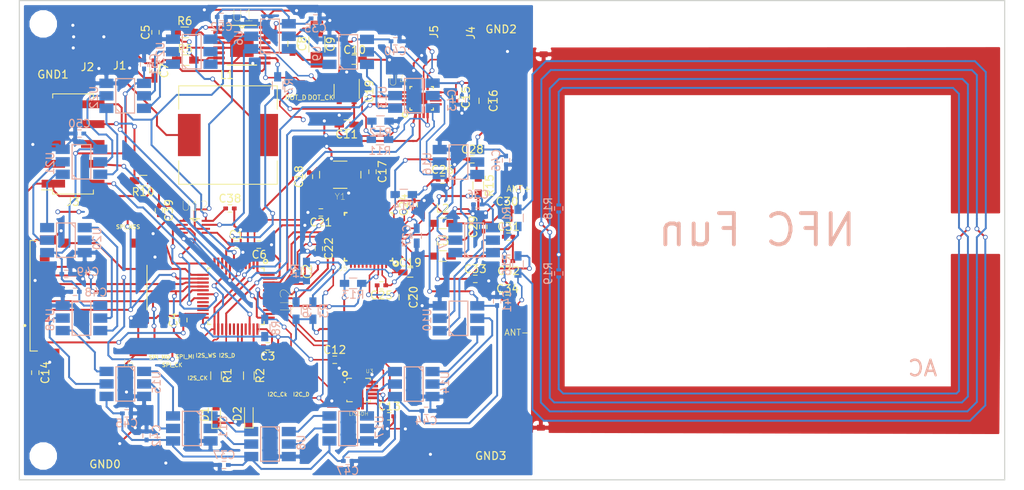
<source format=kicad_pcb>
(kicad_pcb (version 4) (host pcbnew 4.0.6)
  (layers (0 F.Cu signal) (31 B.Cu signal hide) (34 B.Paste user) (35 F.Paste user) (36 B.SilkS user) (37 F.SilkS user) (38 B.Mask user) (39 F.Mask user hide) (44 Edge.Cuts user))
  (net 0 "")
  (net 1 +3V3)
  (net 2 GND)
  (net 3 +BATT)
  (net 4 +5V)
  (net 5 "Net-(C17-Pad1)")
  (net 6 "Net-(C18-Pad1)")
  (net 7 "Net-(C20-Pad1)")
  (net 8 VCC)
  (net 9 "Net-(C26-Pad1)")
  (net 10 "Net-(C28-Pad1)")
  (net 11 "Net-(C28-Pad2)")
  (net 12 "Net-(C29-Pad1)")
  (net 13 "Net-(C29-Pad2)")
  (net 14 "Net-(C31-Pad2)")
  (net 15 "Net-(C32-Pad2)")
  (net 16 "Net-(D1-Pad2)")
  (net 17 "Net-(D2-Pad2)")
  (net 18 SWDIO)
  (net 19 SWCLK)
  (net 20 "Net-(J3-Pad6)")
  (net 21 "Net-(J3-Pad7)")
  (net 22 "Net-(J3-Pad8)")
  (net 23 "Net-(J3-Pad9)")
  (net 24 nRST)
  (net 25 "Net-(J4-Pad1)")
  (net 26 "Net-(J5-Pad1)")
  (net 27 "Net-(J6-Pad1)")
  (net 28 SPI_NSS)
  (net 29 SPI_MOSI)
  (net 30 SPI_SCK)
  (net 31 SPI_MISO)
  (net 32 "Net-(J6-Pad8)")
  (net 33 SD_SW)
  (net 34 SD_DETECT)
  (net 35 "Net-(L1-Pad2)")
  (net 36 "Net-(L2-Pad1)")
  (net 37 "Net-(L3-Pad1)")
  (net 38 "Net-(R1-Pad1)")
  (net 39 "Net-(R2-Pad1)")
  (net 40 "Net-(R3-Pad2)")
  (net 41 "Net-(R5-Pad2)")
  (net 42 "Net-(R7-Pad2)")
  (net 43 I2C_SCL)
  (net 44 I2C_SDA)
  (net 45 "Net-(R11-Pad2)")
  (net 46 NFC_RST_PDN_N)
  (net 47 "Net-(R16-Pad2)")
  (net 48 "Net-(R17-Pad1)")
  (net 49 I2S_WS)
  (net 50 I2S_CK)
  (net 51 I2S_SD)
  (net 52 XL_INT1)
  (net 53 DotStar_Data_5V)
  (net 54 DotStar_Clk_5V)
  (net 55 "Net-(U1-Pad12)")
  (net 56 "Net-(U1-Pad16)")
  (net 57 "Net-(U2-Pad3)")
  (net 58 "Net-(U2-Pad4)")
  (net 59 "Net-(U2-Pad5)")
  (net 60 "Net-(U2-Pad6)")
  (net 61 "Net-(U2-Pad10)")
  (net 62 "Net-(U2-Pad11)")
  (net 63 DotStar_Data_3V)
  (net 64 DotStar_Clk_3V)
  (net 65 "Net-(U2-Pad20)")
  (net 66 AUDIO_SD_N)
  (net 67 "Net-(U2-Pad27)")
  (net 68 "Net-(U2-Pad33)")
  (net 69 XL_INT2)
  (net 70 NFC_IRQ)
  (net 71 NFC_RST_N)
  (net 72 "Net-(U3-Pad7)")
  (net 73 "Net-(U3-Pad2)")
  (net 74 "Net-(U3-Pad3)")
  (net 75 "Net-(U4-Pad5)")
  (net 76 "Net-(U4-Pad6)")
  (net 77 "Net-(U4-Pad12)")
  (net 78 "Net-(U4-Pad13)")
  (net 79 "Net-(U5-Pad32)")
  (net 80 "Net-(U5-Pad31)")
  (net 81 "Net-(U5-Pad30)")
  (net 82 "Net-(U5-Pad29)")
  (net 83 "Net-(U5-Pad24)")
  (net 84 "Net-(U5-Pad22)")
  (net 85 "Net-(U5-Pad21)")
  (net 86 "Net-(U5-Pad20)")
  (net 87 "Net-(U5-Pad19)")
  (net 88 "Net-(U5-Pad13)")
  (net 89 "Net-(U5-Pad12)")
  (net 90 "Net-(U5-Pad2)")
  (net 91 "Net-(U5-Pad33)")
  (net 92 "Net-(U5-Pad34)")
  (net 93 "Net-(U5-Pad35)")
  (net 94 "Net-(U5-Pad36)")
  (net 95 "Net-(U6-Pad5)")
  (net 96 "Net-(U6-Pad6)")
  (net 97 "Net-(U10-Pad2)")
  (net 98 DotStar_CO_0)
  (net 99 DotStar_DO_0)
  (net 100 "Net-(U10-Pad1)")
  (net 101 "Net-(U11-Pad2)")
  (net 102 DotStar_CO_1)
  (net 103 DotStar_DO_1)
  (net 104 "Net-(U11-Pad1)")
  (net 105 "Net-(U13-Pad2)")
  (net 106 "Net-(U13-Pad1)")
  (net 107 "Net-(U10-Pad5)")
  (net 108 "Net-(U10-Pad6)")
  (net 109 "Net-(U11-Pad5)")
  (net 110 "Net-(U11-Pad6)")
  (net 111 "Net-(U13-Pad5)")
  (net 112 "Net-(U13-Pad6)")
  (net 113 "Net-(U14-Pad5)")
  (net 114 "Net-(U14-Pad6)")
  (net 115 "Net-(U15-Pad5)")
  (net 116 "Net-(U15-Pad6)")
  (net 117 "Net-(U19-Pad4)")
  (net 118 DotStar_CO_2)
  (net 119 DotStar_DO_2)
  (net 120 "Net-(U20-Pad5)")
  (net 121 "Net-(U20-Pad6)")
  (net 122 "Net-(U21-Pad5)")
  (net 123 "Net-(U21-Pad6)")
  (net 124 "Net-(U22-Pad5)")
  (net 125 "Net-(U22-Pad6)")
  (net 126 "Net-(U23-Pad5)")
  (net 127 "Net-(U23-Pad6)")
  (net 128 "Net-(U2-Pad29)")
  (net 129 "Net-(U2-Pad30)")
  (net 130 "Net-(U2-Pad21)")
  (net 131 "Net-(U2-Pad41)")
  (net 132 "Net-(U2-Pad22)")
  (module NFC_Toy_Lib:Test_Point (layer F.Cu) (at 122.682 89.408 180)
    (fp_text reference GND4 hide)
    (fp_text value TEST hide)
    (pad 1 smd rect (at 0 0 270) (size 0.75 1) (layers F.Cu F.Paste F.Mask) (net 2 GND))
  )
  (module NFC_Toy_Lib:Test_Point (layer F.Cu) (at 123.0376 41.6052 180)
    (fp_text reference GND4 hide)
    (fp_text value TEST hide)
    (pad 1 smd rect (at 0 0 270) (size 0.75 1) (layers F.Cu F.Paste F.Mask) (net 2 GND))
  )
  (module NFC_Toy_Lib:SOP50P310X90-8N (layer F.Cu) (at 78.4225 63.6905)
    (fp_text reference U12 (at 0 -2.667) (layer F.SilkS) (effects (font (size 1.2 1.2) (thickness 0.05))))
    (fp_text value SN74LVC2T45 hide)
    (pad 1 smd rect (at -1.4224 -0.762) (size 1.0668 0.254) (layers F.Cu F.Paste F.Mask) (net 1 +3V3))
    (pad 2 smd rect (at -1.4224 -0.254) (size 1.0668 0.254) (layers F.Cu F.Paste F.Mask) (net 63 DotStar_Data_3V))
    (pad 3 smd rect (at -1.4224 0.254) (size 1.0668 0.254) (layers F.Cu F.Paste F.Mask) (net 64 DotStar_Clk_3V))
    (pad 4 smd rect (at -1.4224 0.762) (size 1.0668 0.254) (layers F.Cu F.Paste F.Mask) (net 2 GND))
    (pad 5 smd rect (at 1.4224 0.762) (size 1.0668 0.254) (layers F.Cu F.Paste F.Mask) (net 1 +3V3))
    (pad 6 smd rect (at 1.4224 0.254) (size 1.0668 0.254) (layers F.Cu F.Paste F.Mask) (net 54 DotStar_Clk_5V))
    (pad 7 smd rect (at 1.4224 -0.254) (size 1.0668 0.254) (layers F.Cu F.Paste F.Mask) (net 53 DotStar_Data_5V))
    (pad 8 smd rect (at 1.4224 -0.762) (size 1.0668 0.254) (layers F.Cu F.Paste F.Mask) (net 4 +5V))
  )
  (module NFC_Toy_Lib:OSCCC500X320X105N (layer F.Cu) (at 97.028 57.023 180)
    (fp_text reference Y1 (at 0 -2.794 180) (layer F.SilkS) (effects (font (size 0.802409 0.802409) (thickness 0.05))))
    (fp_text value Oscillator hide)
    (pad 4 smd rect (at -1.1 -0.85 180) (size 1.4 1.2) (layers F.Cu F.Paste F.Mask) (net 2 GND))
    (pad 3 smd rect (at 1.1 -0.85 180) (size 1.4 1.2) (layers F.Cu F.Paste F.Mask) (net 6 "Net-(C18-Pad1)"))
    (pad 1 smd rect (at -1.1 0.85 180) (size 1.4 1.2) (layers F.Cu F.Paste F.Mask) (net 5 "Net-(C17-Pad1)"))
    (pad 2 smd rect (at 1.1 0.85 180) (size 1.4 1.2) (layers F.Cu F.Paste F.Mask) (net 2 GND))
  )
  (module NFC_Toy_Lib:QFP50P900X900X160-48N (layer F.Cu) (at 83.693 72.5805 270)
    (fp_text reference U2 (at 0.508 -6.5405 270) (layer F.SilkS) (effects (font (size 1.64147 1.64147) (thickness 0.05))))
    (fp_text value STM32L0-LQFP48 hide)
    (pad 1 smd rect (at -4.2164 -2.7432 180) (size 0.2794 1.4732) (layers F.Cu F.Paste F.Mask) (net 1 +3V3))
    (pad 2 smd rect (at -4.2164 -2.2606 180) (size 0.2794 1.4732) (layers F.Cu F.Paste F.Mask) (net 66 AUDIO_SD_N))
    (pad 3 smd rect (at -4.2164 -1.7526 180) (size 0.2794 1.4732) (layers F.Cu F.Paste F.Mask) (net 57 "Net-(U2-Pad3)"))
    (pad 4 smd rect (at -4.2164 -1.2446 180) (size 0.2794 1.4732) (layers F.Cu F.Paste F.Mask) (net 58 "Net-(U2-Pad4)"))
    (pad 5 smd rect (at -4.2164 -0.762 180) (size 0.2794 1.4732) (layers F.Cu F.Paste F.Mask) (net 59 "Net-(U2-Pad5)"))
    (pad 6 smd rect (at -4.2164 -0.254 180) (size 0.2794 1.4732) (layers F.Cu F.Paste F.Mask) (net 60 "Net-(U2-Pad6)"))
    (pad 7 smd rect (at -4.2164 0.254 180) (size 0.2794 1.4732) (layers F.Cu F.Paste F.Mask) (net 24 nRST))
    (pad 8 smd rect (at -4.2164 0.762 180) (size 0.2794 1.4732) (layers F.Cu F.Paste F.Mask) (net 2 GND))
    (pad 9 smd rect (at -4.2164 1.2446 180) (size 0.2794 1.4732) (layers F.Cu F.Paste F.Mask) (net 1 +3V3))
    (pad 10 smd rect (at -4.2164 1.7526 180) (size 0.2794 1.4732) (layers F.Cu F.Paste F.Mask) (net 61 "Net-(U2-Pad10)"))
    (pad 11 smd rect (at -4.2164 2.2606 180) (size 0.2794 1.4732) (layers F.Cu F.Paste F.Mask) (net 62 "Net-(U2-Pad11)"))
    (pad 12 smd rect (at -4.2164 2.7432 180) (size 0.2794 1.4732) (layers F.Cu F.Paste F.Mask) (net 34 SD_DETECT))
    (pad 13 smd rect (at -2.7432 4.2164 90) (size 0.2794 1.4732) (layers F.Cu F.Paste F.Mask) (net 33 SD_SW))
    (pad 14 smd rect (at -2.2606 4.2164 90) (size 0.2794 1.4732) (layers F.Cu F.Paste F.Mask) (net 28 SPI_NSS))
    (pad 15 smd rect (at -1.7526 4.2164 90) (size 0.2794 1.4732) (layers F.Cu F.Paste F.Mask) (net 30 SPI_SCK))
    (pad 16 smd rect (at -1.2446 4.2164 90) (size 0.2794 1.4732) (layers F.Cu F.Paste F.Mask) (net 31 SPI_MISO))
    (pad 17 smd rect (at -0.762 4.2164 90) (size 0.2794 1.4732) (layers F.Cu F.Paste F.Mask) (net 29 SPI_MOSI))
    (pad 18 smd rect (at -0.254 4.2164 90) (size 0.2794 1.4732) (layers F.Cu F.Paste F.Mask) (net 63 DotStar_Data_3V))
    (pad 19 smd rect (at 0.254 4.2164 90) (size 0.2794 1.4732) (layers F.Cu F.Paste F.Mask) (net 64 DotStar_Clk_3V))
    (pad 20 smd rect (at 0.762 4.2164 90) (size 0.2794 1.4732) (layers F.Cu F.Paste F.Mask) (net 65 "Net-(U2-Pad20)"))
    (pad 21 smd rect (at 1.2446 4.2164 90) (size 0.2794 1.4732) (layers F.Cu F.Paste F.Mask) (net 130 "Net-(U2-Pad21)"))
    (pad 22 smd rect (at 1.7526 4.2164 90) (size 0.2794 1.4732) (layers F.Cu F.Paste F.Mask) (net 132 "Net-(U2-Pad22)"))
    (pad 23 smd rect (at 2.2606 4.2164 90) (size 0.2794 1.4732) (layers F.Cu F.Paste F.Mask) (net 2 GND))
    (pad 24 smd rect (at 2.7432 4.2164 90) (size 0.2794 1.4732) (layers F.Cu F.Paste F.Mask) (net 1 +3V3))
    (pad 25 smd rect (at 4.2164 2.7432 180) (size 0.2794 1.4732) (layers F.Cu F.Paste F.Mask) (net 49 I2S_WS))
    (pad 26 smd rect (at 4.2164 2.2606 180) (size 0.2794 1.4732) (layers F.Cu F.Paste F.Mask) (net 50 I2S_CK))
    (pad 27 smd rect (at 4.2164 1.7526 180) (size 0.2794 1.4732) (layers F.Cu F.Paste F.Mask) (net 67 "Net-(U2-Pad27)"))
    (pad 28 smd rect (at 4.2164 1.2446 180) (size 0.2794 1.4732) (layers F.Cu F.Paste F.Mask) (net 51 I2S_SD))
    (pad 29 smd rect (at 4.2164 0.762 180) (size 0.2794 1.4732) (layers F.Cu F.Paste F.Mask) (net 128 "Net-(U2-Pad29)"))
    (pad 30 smd rect (at 4.2164 0.254 180) (size 0.2794 1.4732) (layers F.Cu F.Paste F.Mask) (net 129 "Net-(U2-Pad30)"))
    (pad 31 smd rect (at 4.2164 -0.254 180) (size 0.2794 1.4732) (layers F.Cu F.Paste F.Mask) (net 38 "Net-(R1-Pad1)"))
    (pad 32 smd rect (at 4.2164 -0.762 180) (size 0.2794 1.4732) (layers F.Cu F.Paste F.Mask) (net 39 "Net-(R2-Pad1)"))
    (pad 33 smd rect (at 4.2164 -1.2446 180) (size 0.2794 1.4732) (layers F.Cu F.Paste F.Mask) (net 68 "Net-(U2-Pad33)"))
    (pad 34 smd rect (at 4.2164 -1.7526 180) (size 0.2794 1.4732) (layers F.Cu F.Paste F.Mask) (net 18 SWDIO))
    (pad 35 smd rect (at 4.2164 -2.2606 180) (size 0.2794 1.4732) (layers F.Cu F.Paste F.Mask) (net 2 GND))
    (pad 36 smd rect (at 4.2164 -2.7432 180) (size 0.2794 1.4732) (layers F.Cu F.Paste F.Mask) (net 1 +3V3))
    (pad 37 smd rect (at 2.7432 -4.2164 90) (size 0.2794 1.4732) (layers F.Cu F.Paste F.Mask) (net 19 SWCLK))
    (pad 38 smd rect (at 2.2606 -4.2164 90) (size 0.2794 1.4732) (layers F.Cu F.Paste F.Mask) (net 52 XL_INT1))
    (pad 39 smd rect (at 1.7526 -4.2164 90) (size 0.2794 1.4732) (layers F.Cu F.Paste F.Mask) (net 69 XL_INT2))
    (pad 40 smd rect (at 1.2446 -4.2164 90) (size 0.2794 1.4732) (layers F.Cu F.Paste F.Mask) (net 46 NFC_RST_PDN_N))
    (pad 41 smd rect (at 0.762 -4.2164 90) (size 0.2794 1.4732) (layers F.Cu F.Paste F.Mask) (net 131 "Net-(U2-Pad41)"))
    (pad 42 smd rect (at 0.254 -4.2164 90) (size 0.2794 1.4732) (layers F.Cu F.Paste F.Mask) (net 43 I2C_SCL))
    (pad 43 smd rect (at -0.254 -4.2164 90) (size 0.2794 1.4732) (layers F.Cu F.Paste F.Mask) (net 44 I2C_SDA))
    (pad 44 smd rect (at -0.762 -4.2164 90) (size 0.2794 1.4732) (layers F.Cu F.Paste F.Mask) (net 40 "Net-(R3-Pad2)"))
    (pad 45 smd rect (at -1.2446 -4.2164 90) (size 0.2794 1.4732) (layers F.Cu F.Paste F.Mask) (net 71 NFC_RST_N))
    (pad 46 smd rect (at -1.7526 -4.2164 90) (size 0.2794 1.4732) (layers F.Cu F.Paste F.Mask) (net 70 NFC_IRQ))
    (pad 47 smd rect (at -2.2606 -4.2164 90) (size 0.2794 1.4732) (layers F.Cu F.Paste F.Mask) (net 2 GND))
    (pad 48 smd rect (at -2.7432 -4.2164 90) (size 0.2794 1.4732) (layers F.Cu F.Paste F.Mask) (net 1 +3V3))
  )
  (module NFC_Toy_Lib:SOP65P640X120-17N (layer F.Cu) (at 84.455 40.4495)
    (fp_text reference U1 (at 0.127 -3.81) (layer F.SilkS) (effects (font (size 1.5 1.5) (thickness 0.05))))
    (fp_text value TPS61032 hide)
    (pad 1 smd rect (at -2.921 -2.286) (size 1.4732 0.3556) (layers F.Cu F.Paste F.Mask) (net 35 "Net-(L1-Pad2)"))
    (pad 2 smd rect (at -2.921 -1.6256) (size 1.4732 0.3556) (layers F.Cu F.Paste F.Mask) (net 35 "Net-(L1-Pad2)"))
    (pad 3 smd rect (at -2.921 -0.9652) (size 1.4732 0.3556) (layers F.Cu F.Paste F.Mask) (net 2 GND))
    (pad 4 smd rect (at -2.921 -0.3302) (size 1.4732 0.3556) (layers F.Cu F.Paste F.Mask) (net 2 GND))
    (pad 5 smd rect (at -2.921 0.3302) (size 1.4732 0.3556) (layers F.Cu F.Paste F.Mask) (net 2 GND))
    (pad 6 smd rect (at -2.921 0.9652) (size 1.4732 0.3556) (layers F.Cu F.Paste F.Mask) (net 3 +BATT))
    (pad 7 smd rect (at -2.921 1.6256) (size 1.4732 0.3556) (layers F.Cu F.Paste F.Mask) (net 41 "Net-(R5-Pad2)"))
    (pad 8 smd rect (at -2.921 2.286) (size 1.4732 0.3556) (layers F.Cu F.Paste F.Mask) (net 2 GND))
    (pad 9 smd rect (at 2.921 2.286) (size 1.4732 0.3556) (layers F.Cu F.Paste F.Mask) (net 3 +BATT))
    (pad 10 smd rect (at 2.921 1.6256) (size 1.4732 0.3556) (layers F.Cu F.Paste F.Mask) (net 42 "Net-(R7-Pad2)"))
    (pad 11 smd rect (at 2.921 0.9652) (size 1.4732 0.3556) (layers F.Cu F.Paste F.Mask) (net 2 GND))
    (pad 12 smd rect (at 2.921 0.3302) (size 1.4732 0.3556) (layers F.Cu F.Paste F.Mask) (net 55 "Net-(U1-Pad12)"))
    (pad 13 smd rect (at 2.921 -0.3302) (size 1.4732 0.3556) (layers F.Cu F.Paste F.Mask) (net 4 +5V))
    (pad 14 smd rect (at 2.921 -0.9652) (size 1.4732 0.3556) (layers F.Cu F.Paste F.Mask) (net 4 +5V))
    (pad 15 smd rect (at 2.921 -1.6256) (size 1.4732 0.3556) (layers F.Cu F.Paste F.Mask) (net 4 +5V))
    (pad 16 smd rect (at 2.921 -2.286) (size 1.4732 0.3556) (layers F.Cu F.Paste F.Mask) (net 56 "Net-(U1-Pad16)"))
    (pad 17 smd rect (at 0 0) (size 2.9972 2.9972) (layers F.Cu F.Paste F.Mask) (net 2 GND))
  )
  (module NFC_Toy_Lib:QFN50P300X300X80-17N (layer F.Cu) (at 107.442 47.244 90)
    (fp_text reference U4 (at 2.286 -3.048 180) (layer F.SilkS) (effects (font (size 1.3 1.3) (thickness 0.05))))
    (fp_text value MAX98357 hide)
    (pad 1 smd rect (at -1.7914 -0.762) (size 0.3048 1.5) (layers F.Cu F.Paste F.Mask) (net 51 I2S_SD))
    (pad 2 smd rect (at -1.7914 -0.254) (size 0.3048 1.5) (layers F.Cu F.Paste F.Mask) (net 66 AUDIO_SD_N))
    (pad 3 smd rect (at -1.7914 0.254) (size 0.3048 1.5) (layers F.Cu F.Paste F.Mask) (net 2 GND))
    (pad 4 smd rect (at -1.7914 0.762) (size 0.3048 1.5) (layers F.Cu F.Paste F.Mask) (net 45 "Net-(R11-Pad2)"))
    (pad 5 smd rect (at -0.762 1.8414 270) (size 0.3048 1.45) (layers F.Cu F.Paste F.Mask) (net 75 "Net-(U4-Pad5)"))
    (pad 6 smd rect (at -0.254 1.7914 270) (size 0.3048 1.5) (layers F.Cu F.Paste F.Mask) (net 76 "Net-(U4-Pad6)"))
    (pad 7 smd rect (at 0.254 1.7914 270) (size 0.3048 1.5) (layers F.Cu F.Paste F.Mask) (net 4 +5V))
    (pad 8 smd rect (at 0.762 1.8414 270) (size 0.3048 1.45) (layers F.Cu F.Paste F.Mask) (net 4 +5V))
    (pad 9 smd rect (at 1.7914 0.762) (size 0.3048 1.5) (layers F.Cu F.Paste F.Mask) (net 26 "Net-(J5-Pad1)"))
    (pad 10 smd rect (at 1.7914 0.254) (size 0.3048 1.5) (layers F.Cu F.Paste F.Mask) (net 25 "Net-(J4-Pad1)"))
    (pad 11 smd rect (at 1.7914 -0.254) (size 0.3048 1.5) (layers F.Cu F.Paste F.Mask) (net 2 GND))
    (pad 12 smd rect (at 1.7914 -0.762) (size 0.3048 1.5) (layers F.Cu F.Paste F.Mask) (net 77 "Net-(U4-Pad12)"))
    (pad 13 smd rect (at 0.762 -1.8414 270) (size 0.3048 1.45) (layers F.Cu F.Paste F.Mask) (net 78 "Net-(U4-Pad13)"))
    (pad 14 smd rect (at 0.254 -1.7914 270) (size 0.3048 1.5) (layers F.Cu F.Paste F.Mask) (net 49 I2S_WS))
    (pad 15 smd rect (at -0.254 -1.7914 270) (size 0.3048 1.5) (layers F.Cu F.Paste F.Mask) (net 2 GND))
    (pad 16 smd rect (at -0.762 -1.8414 270) (size 0.3048 1.45) (layers F.Cu F.Paste F.Mask) (net 50 I2S_CK))
    (pad 17 smd rect (at 0 0 90) (size 1.4478 1.4478) (layers F.Cu F.Paste F.Mask) (net 2 GND))
  )
  (module Capacitors_SMD:C_0402 (layer F.Cu) (at 83.7565 65.9765)
    (fp_text reference C1 (at 0 -1.27) (layer F.SilkS))
    (fp_text value 0.1u)
    (pad 1 smd rect (at -0.55 0) (size 0.6 0.5) (layers F.Cu F.Paste F.Mask) (net 1 +3V3))
    (pad 2 smd rect (at 0.55 0) (size 0.6 0.5) (layers F.Cu F.Paste F.Mask) (net 2 GND))
  )
  (module Capacitors_SMD:C_0402 (layer F.Cu) (at 91.567 69.4055 270)
    (fp_text reference C2 (at 0 -1.27 270) (layer F.SilkS))
    (fp_text value 0.1u)
    (pad 1 smd rect (at -0.55 0 270) (size 0.6 0.5) (layers F.Cu F.Paste F.Mask) (net 1 +3V3))
    (pad 2 smd rect (at 0.55 0 270) (size 0.6 0.5) (layers F.Cu F.Paste F.Mask) (net 2 GND))
  )
  (module Capacitors_SMD:C_0402 (layer F.Cu) (at 87.757 78.994 180)
    (fp_text reference C3 (at 0 -1.27 180) (layer F.SilkS))
    (fp_text value 0.1u)
    (pad 1 smd rect (at -0.55 0 180) (size 0.6 0.5) (layers F.Cu F.Paste F.Mask) (net 1 +3V3))
    (pad 2 smd rect (at 0.55 0 180) (size 0.6 0.5) (layers F.Cu F.Paste F.Mask) (net 2 GND))
  )
  (module Capacitors_SMD:C_0402 (layer F.Cu) (at 76.962 75.6285 90)
    (fp_text reference C4 (at 0 -1.27 90) (layer F.SilkS))
    (fp_text value 0.1u)
    (pad 1 smd rect (at -0.55 0 90) (size 0.6 0.5) (layers F.Cu F.Paste F.Mask) (net 1 +3V3))
    (pad 2 smd rect (at 0.55 0 90) (size 0.6 0.5) (layers F.Cu F.Paste F.Mask) (net 2 GND))
  )
  (module Capacitors_SMD:C_0402 (layer F.Cu) (at 73.406 38.7985 90)
    (fp_text reference C5 (at 0 -1.27 90) (layer F.SilkS))
    (fp_text value 0.1u)
    (pad 1 smd rect (at -0.55 0 90) (size 0.6 0.5) (layers F.Cu F.Paste F.Mask) (net 3 +BATT))
    (pad 2 smd rect (at 0.55 0 90) (size 0.6 0.5) (layers F.Cu F.Paste F.Mask) (net 2 GND))
  )
  (module Capacitors_SMD:C_0402 (layer F.Cu) (at 86.614 65.9765)
    (fp_text reference C6 (at 0.0635 1.27) (layer F.SilkS))
    (fp_text value 0.1u)
    (pad 1 smd rect (at -0.55 0) (size 0.6 0.5) (layers F.Cu F.Paste F.Mask) (net 1 +3V3))
    (pad 2 smd rect (at 0.55 0) (size 0.6 0.5) (layers F.Cu F.Paste F.Mask) (net 2 GND))
  )
  (module Capacitors_SMD:C_0603_HandSoldering (layer F.Cu) (at 73.279 43.688 270)
    (fp_text reference C7 (at 0 -1.25 270) (layer F.SilkS))
    (fp_text value 10u)
    (pad 1 smd rect (at -0.95 0 270) (size 1.2 0.75) (layers F.Cu F.Paste F.Mask) (net 3 +BATT))
    (pad 2 smd rect (at 0.95 0 270) (size 1.2 0.75) (layers F.Cu F.Paste F.Mask) (net 2 GND))
  )
  (module Capacitors_SMD:C_0603_HandSoldering (layer F.Cu) (at 90.932 40.259 270)
    (fp_text reference C8 (at 0 -1.25 270) (layer F.SilkS))
    (fp_text value 2.2u)
    (pad 1 smd rect (at -0.95 0 270) (size 1.2 0.75) (layers F.Cu F.Paste F.Mask) (net 4 +5V))
    (pad 2 smd rect (at 0.95 0 270) (size 1.2 0.75) (layers F.Cu F.Paste F.Mask) (net 2 GND))
  )
  (module Capacitors_SMD:C_1206_HandSoldering (layer F.Cu) (at 94.0435 40.3225 270)
    (fp_text reference C9 (at 0 -1.75 270) (layer F.SilkS))
    (fp_text value 220u)
    (pad 1 smd rect (at -2 0 270) (size 2 1.6) (layers F.Cu F.Paste F.Mask) (net 4 +5V))
    (pad 2 smd rect (at 2 0 270) (size 2 1.6) (layers F.Cu F.Paste F.Mask) (net 2 GND))
  )
  (module Capacitors_SMD:C_0603_HandSoldering (layer F.Cu) (at 98.8695 42.291)
    (fp_text reference C10 (at 0 -1.25) (layer F.SilkS))
    (fp_text value 1u)
    (pad 1 smd rect (at -0.95 0) (size 1.2 0.75) (layers F.Cu F.Paste F.Mask) (net 4 +5V))
    (pad 2 smd rect (at 0.95 0) (size 1.2 0.75) (layers F.Cu F.Paste F.Mask) (net 2 GND))
  )
  (module Capacitors_SMD:C_0603_HandSoldering (layer F.Cu) (at 97.8535 50.6095 180)
    (fp_text reference C11 (at 0 -1.25 180) (layer F.SilkS))
    (fp_text value 2.2u)
    (pad 1 smd rect (at -0.95 0 180) (size 1.2 0.75) (layers F.Cu F.Paste F.Mask) (net 1 +3V3))
    (pad 2 smd rect (at 0.95 0 180) (size 1.2 0.75) (layers F.Cu F.Paste F.Mask) (net 2 GND))
  )
  (module Capacitors_SMD:C_0402 (layer F.Cu) (at 96.3295 80.7085)
    (fp_text reference C12 (at 0 -1.27) (layer F.SilkS))
    (fp_text value 0.1u)
    (pad 1 smd rect (at -0.55 0) (size 0.6 0.5) (layers F.Cu F.Paste F.Mask) (net 1 +3V3))
    (pad 2 smd rect (at 0.55 0) (size 0.6 0.5) (layers F.Cu F.Paste F.Mask) (net 2 GND))
  )
  (module Capacitors_SMD:C_0402 (layer F.Cu) (at 103.3145 87.9475)
    (fp_text reference C13 (at 0 -1.27) (layer F.SilkS))
    (fp_text value 0.1u)
    (pad 1 smd rect (at -0.55 0) (size 0.6 0.5) (layers F.Cu F.Paste F.Mask) (net 1 +3V3))
    (pad 2 smd rect (at 0.55 0) (size 0.6 0.5) (layers F.Cu F.Paste F.Mask) (net 2 GND))
  )
  (module Capacitors_SMD:C_0402 (layer F.Cu) (at 58.039 82.3595 270)
    (fp_text reference C14 (at 0 -1.27 270) (layer F.SilkS))
    (fp_text value 0.1u)
    (pad 1 smd rect (at -0.55 0 270) (size 0.6 0.5) (layers F.Cu F.Paste F.Mask) (net 1 +3V3))
    (pad 2 smd rect (at 0.55 0 270) (size 0.6 0.5) (layers F.Cu F.Paste F.Mask) (net 2 GND))
  )
  (module Capacitors_SMD:C_0402 (layer F.Cu) (at 111.8235 47.117 270)
    (fp_text reference C15 (at 0 -1.27 270) (layer F.SilkS))
    (fp_text value 0.1u)
    (pad 1 smd rect (at -0.55 0 270) (size 0.6 0.5) (layers F.Cu F.Paste F.Mask) (net 4 +5V))
    (pad 2 smd rect (at 0.55 0 270) (size 0.6 0.5) (layers F.Cu F.Paste F.Mask) (net 2 GND))
  )
  (module Capacitors_SMD:C_0603_HandSoldering (layer F.Cu) (at 115.3795 47.5615 270)
    (fp_text reference C16 (at 0 -1.25 270) (layer F.SilkS))
    (fp_text value 10u)
    (pad 1 smd rect (at -0.95 0 270) (size 1.2 0.75) (layers F.Cu F.Paste F.Mask) (net 4 +5V))
    (pad 2 smd rect (at 0.95 0 270) (size 1.2 0.75) (layers F.Cu F.Paste F.Mask) (net 2 GND))
  )
  (module Capacitors_SMD:C_0402 (layer F.Cu) (at 101.1555 56.642 270)
    (fp_text reference C17 (at 0 -1.27 270) (layer F.SilkS))
    (fp_text value 33p)
    (pad 1 smd rect (at -0.55 0 270) (size 0.6 0.5) (layers F.Cu F.Paste F.Mask) (net 5 "Net-(C17-Pad1)"))
    (pad 2 smd rect (at 0.55 0 270) (size 0.6 0.5) (layers F.Cu F.Paste F.Mask) (net 2 GND))
  )
  (module Capacitors_SMD:C_0402 (layer F.Cu) (at 93.0275 57.277 90)
    (fp_text reference C18 (at 0 -1.27 90) (layer F.SilkS))
    (fp_text value 33p)
    (pad 1 smd rect (at -0.55 0 90) (size 0.6 0.5) (layers F.Cu F.Paste F.Mask) (net 6 "Net-(C18-Pad1)"))
    (pad 2 smd rect (at 0.55 0 90) (size 0.6 0.5) (layers F.Cu F.Paste F.Mask) (net 2 GND))
  )
  (module Capacitors_SMD:C_0603_HandSoldering (layer F.Cu) (at 105.9815 69.5325)
    (fp_text reference C19 (at 0 -1.25) (layer F.SilkS))
    (fp_text value 10u)
    (pad 1 smd rect (at -0.95 0) (size 1.2 0.75) (layers F.Cu F.Paste F.Mask) (net 1 +3V3))
    (pad 2 smd rect (at 0.95 0) (size 1.2 0.75) (layers F.Cu F.Paste F.Mask) (net 2 GND))
  )
  (module Capacitors_SMD:C_0603_HandSoldering (layer F.Cu) (at 105.156 72.7075 270)
    (fp_text reference C20 (at 0 -1.25 270) (layer F.SilkS))
    (fp_text value 10u)
    (pad 1 smd rect (at -0.95 0 270) (size 1.2 0.75) (layers F.Cu F.Paste F.Mask) (net 7 "Net-(C20-Pad1)"))
    (pad 2 smd rect (at 0.95 0 270) (size 1.2 0.75) (layers F.Cu F.Paste F.Mask) (net 2 GND))
  )
  (module Capacitors_SMD:C_0402 (layer F.Cu) (at 94.5515 61.849 180)
    (fp_text reference C21 (at 0 -1.27 180) (layer F.SilkS))
    (fp_text value 0.1u)
    (pad 1 smd rect (at -0.55 0 180) (size 0.6 0.5) (layers F.Cu F.Paste F.Mask) (net 1 +3V3))
    (pad 2 smd rect (at 0.55 0 180) (size 0.6 0.5) (layers F.Cu F.Paste F.Mask) (net 2 GND))
  )
  (module Capacitors_SMD:C_0402 (layer F.Cu) (at 94.2975 66.4845 270)
    (fp_text reference C22 (at 0 -1.27 270) (layer F.SilkS))
    (fp_text value 0.1u)
    (pad 1 smd rect (at -0.55 0 270) (size 0.6 0.5) (layers F.Cu F.Paste F.Mask) (net 1 +3V3))
    (pad 2 smd rect (at 0.55 0 270) (size 0.6 0.5) (layers F.Cu F.Paste F.Mask) (net 2 GND))
  )
  (module Capacitors_SMD:C_0402 (layer F.Cu) (at 106.426 60.8965 90)
    (fp_text reference C24 (at 0 -1.27 90) (layer F.SilkS))
    (fp_text value 0.1u)
    (pad 1 smd rect (at -0.55 0 90) (size 0.6 0.5) (layers F.Cu F.Paste F.Mask) (net 8 VCC))
    (pad 2 smd rect (at 0.55 0 90) (size 0.6 0.5) (layers F.Cu F.Paste F.Mask) (net 2 GND))
  )
  (module Capacitors_SMD:C_0402 (layer F.Cu) (at 102.2985 71.1835 180)
    (fp_text reference C25 (at 0 -1.27 180) (layer F.SilkS))
    (fp_text value 0.1u)
    (pad 1 smd rect (at -0.55 0 180) (size 0.6 0.5) (layers F.Cu F.Paste F.Mask) (net 8 VCC))
    (pad 2 smd rect (at 0.55 0 180) (size 0.6 0.5) (layers F.Cu F.Paste F.Mask) (net 2 GND))
  )
  (module Capacitors_SMD:C_0402 (layer F.Cu) (at 110.109 57.658)
    (fp_text reference C26 (at 0 -1.27) (layer F.SilkS))
    (fp_text value 0.1u)
    (pad 1 smd rect (at -0.55 0) (size 0.6 0.5) (layers F.Cu F.Paste F.Mask) (net 9 "Net-(C26-Pad1)"))
    (pad 2 smd rect (at 0.55 0) (size 0.6 0.5) (layers F.Cu F.Paste F.Mask) (net 2 GND))
  )
  (module Capacitors_SMD:C_0603_HandSoldering (layer B.Cu) (at 106.807 64.8335 270)
    (fp_text reference C27 (at 0 1.25 270) (layer B.SilkS) (effects (justify mirror)))
    (fp_text value 10u)
    (pad 1 smd rect (at -0.95 0 270) (size 1.2 0.75) (layers B.Cu B.Paste B.Mask) (net 8 VCC))
    (pad 2 smd rect (at 0.95 0 270) (size 1.2 0.75) (layers B.Cu B.Paste B.Mask) (net 2 GND))
  )
  (module Capacitors_SMD:C_0402 (layer F.Cu) (at 113.919 55.0545)
    (fp_text reference C28 (at 0 -1.27) (layer F.SilkS))
    (fp_text value 1000p)
    (pad 1 smd rect (at -0.55 0) (size 0.6 0.5) (layers F.Cu F.Paste F.Mask) (net 10 "Net-(C28-Pad1)"))
    (pad 2 smd rect (at 0.55 0) (size 0.6 0.5) (layers F.Cu F.Paste F.Mask) (net 11 "Net-(C28-Pad2)"))
  )
  (module Capacitors_SMD:C_0402 (layer F.Cu) (at 115.316 63.6905 90)
    (fp_text reference C29 (at 0 -1.27 90) (layer F.SilkS))
    (fp_text value 22p)
    (pad 1 smd rect (at -0.55 0 90) (size 0.6 0.5) (layers F.Cu F.Paste F.Mask) (net 12 "Net-(C29-Pad1)"))
    (pad 2 smd rect (at 0.55 0 90) (size 0.6 0.5) (layers F.Cu F.Paste F.Mask) (net 13 "Net-(C29-Pad2)"))
  )
  (module Capacitors_SMD:C_0402 (layer F.Cu) (at 118.364 61.722)
    (fp_text reference C30 (at 0 -1.27) (layer F.SilkS))
    (fp_text value 220p)
    (pad 1 smd rect (at -0.55 0) (size 0.6 0.5) (layers F.Cu F.Paste F.Mask) (net 13 "Net-(C29-Pad2)"))
    (pad 2 smd rect (at 0.55 0) (size 0.6 0.5) (layers F.Cu F.Paste F.Mask) (net 2 GND))
  )
  (module Capacitors_SMD:C_0402 (layer F.Cu) (at 118.5545 64.9605)
    (fp_text reference C31 (at 0 -1.27) (layer F.SilkS))
    (fp_text value 220p)
    (pad 1 smd rect (at -0.55 0) (size 0.6 0.5) (layers F.Cu F.Paste F.Mask) (net 2 GND))
    (pad 2 smd rect (at 0.55 0) (size 0.6 0.5) (layers F.Cu F.Paste F.Mask) (net 14 "Net-(C31-Pad2)"))
  )
  (module Capacitors_SMD:C_0402 (layer F.Cu) (at 118.5545 68.072 180)
    (fp_text reference C32 (at 0 -1.27 180) (layer F.SilkS))
    (fp_text value 22p)
    (pad 1 smd rect (at -0.55 0 180) (size 0.6 0.5) (layers F.Cu F.Paste F.Mask) (net 14 "Net-(C31-Pad2)"))
    (pad 2 smd rect (at 0.55 0 180) (size 0.6 0.5) (layers F.Cu F.Paste F.Mask) (net 15 "Net-(C32-Pad2)"))
  )
  (module Capacitors_SMD:C_0402 (layer F.Cu) (at 114.3 70.358)
    (fp_text reference C33 (at 0 -1.27) (layer F.SilkS))
    (fp_text value 100p)
    (pad 1 smd rect (at -0.55 0) (size 0.6 0.5) (layers F.Cu F.Paste F.Mask) (net 12 "Net-(C29-Pad1)"))
    (pad 2 smd rect (at 0.55 0) (size 0.6 0.5) (layers F.Cu F.Paste F.Mask) (net 2 GND))
  )
  (module Capacitors_SMD:C_0402 (layer F.Cu) (at 118.4275 72.898)
    (fp_text reference C34 (at 0 -1.27) (layer F.SilkS))
    (fp_text value 100p)
    (pad 1 smd rect (at -0.55 0) (size 0.6 0.5) (layers F.Cu F.Paste F.Mask) (net 2 GND))
    (pad 2 smd rect (at 0.55 0) (size 0.6 0.5) (layers F.Cu F.Paste F.Mask) (net 15 "Net-(C32-Pad2)"))
  )
  (module Capacitors_SMD:C_0402 (layer B.Cu) (at 93.853 37.0205)
    (fp_text reference C35 (at 0 1.27) (layer B.SilkS) (effects (justify mirror)))
    (fp_text value 0.1u)
    (pad 1 smd rect (at -0.55 0) (size 0.6 0.5) (layers B.Cu B.Paste B.Mask) (net 4 +5V))
    (pad 2 smd rect (at 0.55 0) (size 0.6 0.5) (layers B.Cu B.Paste B.Mask) (net 2 GND))
  )
  (module Capacitors_SMD:C_0402 (layer B.Cu) (at 114.6175 60.833 180)
    (fp_text reference C36 (at 0 1.27 180) (layer B.SilkS) (effects (justify mirror)))
    (fp_text value 0.1u)
    (pad 1 smd rect (at -0.55 0 180) (size 0.6 0.5) (layers B.Cu B.Paste B.Mask) (net 4 +5V))
    (pad 2 smd rect (at 0.55 0 180) (size 0.6 0.5) (layers B.Cu B.Paste B.Mask) (net 2 GND))
  )
  (module Capacitors_SMD:C_0402 (layer B.Cu) (at 82.169 94.1705 180)
    (fp_text reference C37 (at 0 1.27 180) (layer B.SilkS) (effects (justify mirror)))
    (fp_text value 0.1u)
    (pad 1 smd rect (at -0.55 0 180) (size 0.6 0.5) (layers B.Cu B.Paste B.Mask) (net 4 +5V))
    (pad 2 smd rect (at 0.55 0 180) (size 0.6 0.5) (layers B.Cu B.Paste B.Mask) (net 2 GND))
  )
  (module Capacitors_SMD:C_0402 (layer F.Cu) (at 82.931 61.341)
    (fp_text reference C38 (at 0 -1.27) (layer F.SilkS))
    (fp_text value 0.1u)
    (pad 1 smd rect (at -0.55 0) (size 0.6 0.5) (layers F.Cu F.Paste F.Mask) (net 4 +5V))
    (pad 2 smd rect (at 0.55 0) (size 0.6 0.5) (layers F.Cu F.Paste F.Mask) (net 2 GND))
  )
  (module Capacitors_SMD:C_0402 (layer F.Cu) (at 73.8505 61.595 270)
    (fp_text reference C39 (at 0 -1.27 270) (layer F.SilkS))
    (fp_text value 0.1u)
    (pad 1 smd rect (at -0.55 0 270) (size 0.6 0.5) (layers F.Cu F.Paste F.Mask) (net 1 +3V3))
    (pad 2 smd rect (at 0.55 0 270) (size 0.6 0.5) (layers F.Cu F.Paste F.Mask) (net 2 GND))
  )
  (module Capacitors_SMD:C_0402 (layer B.Cu) (at 104.0765 39.9415)
    (fp_text reference C40 (at 0 1.27) (layer B.SilkS) (effects (justify mirror)))
    (fp_text value 0.1u)
    (pad 1 smd rect (at -0.55 0) (size 0.6 0.5) (layers B.Cu B.Paste B.Mask) (net 4 +5V))
    (pad 2 smd rect (at 0.55 0) (size 0.6 0.5) (layers B.Cu B.Paste B.Mask) (net 2 GND))
  )
  (module Capacitors_SMD:C_0402 (layer B.Cu) (at 117.094 73.2155 90)
    (fp_text reference C41 (at 0 1.27 90) (layer B.SilkS) (effects (justify mirror)))
    (fp_text value 0.1u)
    (pad 1 smd rect (at -0.55 0 90) (size 0.6 0.5) (layers B.Cu B.Paste B.Mask) (net 4 +5V))
    (pad 2 smd rect (at 0.55 0 90) (size 0.6 0.5) (layers B.Cu B.Paste B.Mask) (net 2 GND))
  )
  (module Capacitors_SMD:C_0402 (layer B.Cu) (at 72.263 90.424 90)
    (fp_text reference C42 (at 0 1.27 90) (layer B.SilkS) (effects (justify mirror)))
    (fp_text value 0.1u)
    (pad 1 smd rect (at -0.55 0 90) (size 0.6 0.5) (layers B.Cu B.Paste B.Mask) (net 4 +5V))
    (pad 2 smd rect (at 0.55 0 90) (size 0.6 0.5) (layers B.Cu B.Paste B.Mask) (net 2 GND))
  )
  (module Capacitors_SMD:C_0402 (layer B.Cu) (at 112.5855 47.498 270)
    (fp_text reference C43 (at 0 1.27 270) (layer B.SilkS) (effects (justify mirror)))
    (fp_text value 0.1u)
    (pad 1 smd rect (at -0.55 0 270) (size 0.6 0.5) (layers B.Cu B.Paste B.Mask) (net 4 +5V))
    (pad 2 smd rect (at 0.55 0 270) (size 0.6 0.5) (layers B.Cu B.Paste B.Mask) (net 2 GND))
  )
  (module Capacitors_SMD:C_0402 (layer B.Cu) (at 108.0135 87.249)
    (fp_text reference C44 (at 0 1.27) (layer B.SilkS) (effects (justify mirror)))
    (fp_text value 0.1u)
    (pad 1 smd rect (at -0.55 0) (size 0.6 0.5) (layers B.Cu B.Paste B.Mask) (net 4 +5V))
    (pad 2 smd rect (at 0.55 0) (size 0.6 0.5) (layers B.Cu B.Paste B.Mask) (net 2 GND))
  )
  (module Capacitors_SMD:C_0402 (layer B.Cu) (at 69.723 87.5665)
    (fp_text reference C45 (at 0 1.27) (layer B.SilkS) (effects (justify mirror)))
    (fp_text value 0.1u)
    (pad 1 smd rect (at -0.55 0) (size 0.6 0.5) (layers B.Cu B.Paste B.Mask) (net 4 +5V))
    (pad 2 smd rect (at 0.55 0) (size 0.6 0.5) (layers B.Cu B.Paste B.Mask) (net 2 GND))
  )
  (module Capacitors_SMD:C_0402 (layer B.Cu) (at 118.237 55.1815 270)
    (fp_text reference C46 (at 0 1.27 270) (layer B.SilkS) (effects (justify mirror)))
    (fp_text value 0.1u)
    (pad 1 smd rect (at -0.55 0 270) (size 0.6 0.5) (layers B.Cu B.Paste B.Mask) (net 4 +5V))
    (pad 2 smd rect (at 0.55 0 270) (size 0.6 0.5) (layers B.Cu B.Paste B.Mask) (net 2 GND))
  )
  (module Capacitors_SMD:C_0402 (layer B.Cu) (at 97.9805 93.6625)
    (fp_text reference C47 (at 0 1.27) (layer B.SilkS) (effects (justify mirror)))
    (fp_text value 0.1u)
    (pad 1 smd rect (at -0.55 0) (size 0.6 0.5) (layers B.Cu B.Paste B.Mask) (net 4 +5V))
    (pad 2 smd rect (at 0.55 0) (size 0.6 0.5) (layers B.Cu B.Paste B.Mask) (net 2 GND))
  )
  (module Capacitors_SMD:C_0402 (layer B.Cu) (at 63.119 72.009 180)
    (fp_text reference C48 (at -2.667 -0.0762 180) (layer B.SilkS) (effects (justify mirror)))
    (fp_text value 0.1u)
    (pad 1 smd rect (at -0.55 0 180) (size 0.6 0.5) (layers B.Cu B.Paste B.Mask) (net 4 +5V))
    (pad 2 smd rect (at 0.55 0 180) (size 0.6 0.5) (layers B.Cu B.Paste B.Mask) (net 2 GND))
  )
  (module LEDs:LED_0603_HandSoldering (layer F.Cu) (at 81.153 87.6935 90)
    (fp_text reference D1 (at 0 -1.45 90) (layer F.SilkS))
    (fp_text value LED)
    (pad 1 smd rect (at -1.1 0 90) (size 1.2 0.9) (layers F.Cu F.Paste F.Mask) (net 2 GND))
    (pad 2 smd rect (at 1.1 0 90) (size 1.2 0.9) (layers F.Cu F.Paste F.Mask) (net 16 "Net-(D1-Pad2)"))
  )
  (module LEDs:LED_0603_HandSoldering (layer F.Cu) (at 85.344 87.63 90)
    (fp_text reference D2 (at 0 -1.45 90) (layer F.SilkS))
    (fp_text value LED)
    (pad 1 smd rect (at -1.1 0 90) (size 1.2 0.9) (layers F.Cu F.Paste F.Mask) (net 2 GND))
    (pad 2 smd rect (at 1.1 0 90) (size 1.2 0.9) (layers F.Cu F.Paste F.Mask) (net 17 "Net-(D2-Pad2)"))
  )
  (module NFC_Toy_Lib:Pad_SMD_Small (layer F.Cu) (at 66.7385 39.37 90)
    (fp_text reference J1 (at -3.683 2.0955 180) (layer F.SilkS))
    (fp_text value Pad hide)
    (pad 1 smd rect (at 0 2 90) (size 5 2.25) (layers F.Cu F.Paste F.Mask) (net 3 +BATT))
  )
  (module NFC_Toy_Lib:Pad_SMD_Small (layer F.Cu) (at 62.8015 39.37 90)
    (fp_text reference J2 (at -3.8735 1.905 180) (layer F.SilkS))
    (fp_text value Pad hide)
    (pad 1 smd rect (at 0 2 90) (size 5 2.25) (layers F.Cu F.Paste F.Mask) (net 2 GND))
  )
  (module NFC_Toy_Lib:Pad_SMD_Small (layer F.Cu) (at 109.5375 38.608 90)
    (fp_text reference J4 (at -0.254 4.191 90) (layer F.SilkS))
    (fp_text value SPKR- hide)
    (pad 1 smd rect (at 0 2 90) (size 5 2.25) (layers F.Cu F.Paste F.Mask) (net 25 "Net-(J4-Pad1)"))
  )
  (module NFC_Toy_Lib:Pad_SMD_Small (layer F.Cu) (at 104.8385 38.481 90)
    (fp_text reference J5 (at -0.254 4.191 90) (layer F.SilkS))
    (fp_text value SPKR+ hide)
    (pad 1 smd rect (at 0 2 90) (size 5 2.25) (layers F.Cu F.Paste F.Mask) (net 26 "Net-(J5-Pad1)"))
  )
  (module NFC_Toy_Lib:MOLEX_503182-1852 (layer F.Cu) (at 65.5955 72.517 90)
    (fp_text reference J6 (at -8.65989 4.22214 180) (layer F.SilkS) (effects (font (size 1.00288 1.00288) (thickness 0.05))))
    (fp_text value 503182-1852 hide)
    (pad 1 smd rect (at -2.9 -6.355 90) (size 0.8 1.24) (layers F.Cu F.Paste F.Mask) (net 27 "Net-(J6-Pad1)"))
    (pad 2 smd rect (at -1.8 -6.355 90) (size 0.8 1.24) (layers F.Cu F.Paste F.Mask) (net 28 SPI_NSS))
    (pad 3 smd rect (at -0.7 -6.355 90) (size 0.8 1.24) (layers F.Cu F.Paste F.Mask) (net 29 SPI_MOSI))
    (pad 4 smd rect (at 0.4 -6.355 90) (size 0.8 1.24) (layers F.Cu F.Paste F.Mask) (net 1 +3V3))
    (pad 5 smd rect (at 1.5 -6.355 90) (size 0.8 1.24) (layers F.Cu F.Paste F.Mask) (net 30 SPI_SCK))
    (pad 6 smd rect (at 2.6 -6.355 90) (size 0.8 1.24) (layers F.Cu F.Paste F.Mask) (net 2 GND))
    (pad 7 smd rect (at 3.7 -6.355 90) (size 0.8 1.24) (layers F.Cu F.Paste F.Mask) (net 31 SPI_MISO))
    (pad 8 smd rect (at 4.8 -6.355 90) (size 0.8 1.24) (layers F.Cu F.Paste F.Mask) (net 32 "Net-(J6-Pad8)"))
    (pad P1 smd rect (at -7.245 -5.725 90) (size 0.95 2.5) (layers F.Cu F.Paste F.Mask) (net 2 GND))
    (pad P2 smd rect (at 7.145 -5.875 90) (size 1.15 2.2) (layers F.Cu F.Paste F.Mask) (net 2 GND))
    (pad SW smd rect (at 6.74 -3.725 90) (size 1.16 1.25) (layers F.Cu F.Paste F.Mask) (net 33 SD_SW))
    (pad DT smd rect (at 6.74 5.275 90) (size 1.16 1.2) (layers F.Cu F.Paste F.Mask) (net 34 SD_DETECT))
    (pad P3 smd rect (at -7.145 5.605 90) (size 1.15 2.2) (layers F.Cu F.Paste F.Mask) (net 2 GND))
    (pad P4 smd rect (at -2.84 6.4 90) (size 1.5 1.15) (layers F.Cu F.Paste F.Mask) (net 2 GND))
    (pad P5 smd rect (at 4.94 6.4 90) (size 1.5 1.15) (layers F.Cu F.Paste F.Mask) (net 2 GND))
  )
  (module Inductors_SMD:L_12x12mm_h4.5mm (layer F.Cu) (at 82.677 51.943)
    (fp_text reference L1 (at -0.127 -7.6835) (layer F.SilkS))
    (fp_text value 6.8u)
    (pad 1 smd rect (at -4.95 0) (size 2.9 5.4) (layers F.Cu F.Paste F.Mask) (net 3 +BATT))
    (pad 2 smd rect (at 4.95 0) (size 2.9 5.4) (layers F.Cu F.Paste F.Mask) (net 35 "Net-(L1-Pad2)"))
  )
  (module Inductors_SMD:L_0603_HandSoldering (layer F.Cu) (at 110.109 63.246)
    (fp_text reference L2 (at 0 -1.9) (layer F.SilkS))
    (fp_text value 560n)
    (pad 1 smd rect (at -1.1 0) (size 1.2 0.9) (layers F.Cu F.Paste F.Mask) (net 36 "Net-(L2-Pad1)"))
    (pad 2 smd rect (at 1.1 0) (size 1.2 0.9) (layers F.Cu F.Paste F.Mask) (net 13 "Net-(C29-Pad2)"))
  )
  (module Inductors_SMD:L_0603_HandSoldering (layer F.Cu) (at 110.109 67.437)
    (fp_text reference L3 (at 0 -1.9) (layer F.SilkS))
    (fp_text value 560n)
    (pad 1 smd rect (at -1.1 0) (size 1.2 0.9) (layers F.Cu F.Paste F.Mask) (net 37 "Net-(L3-Pad1)"))
    (pad 2 smd rect (at 1.1 0) (size 1.2 0.9) (layers F.Cu F.Paste F.Mask) (net 14 "Net-(C31-Pad2)"))
  )
  (module Resistors_SMD:R_0603_HandSoldering (layer F.Cu) (at 81.153 82.7405 270)
    (fp_text reference R1 (at 0 -1.45 270) (layer F.SilkS))
    (fp_text value 121)
    (pad 1 smd rect (at -1.1 0 270) (size 1.2 0.9) (layers F.Cu F.Paste F.Mask) (net 38 "Net-(R1-Pad1)"))
    (pad 2 smd rect (at 1.1 0 270) (size 1.2 0.9) (layers F.Cu F.Paste F.Mask) (net 16 "Net-(D1-Pad2)"))
  )
  (module Resistors_SMD:R_0603_HandSoldering (layer F.Cu) (at 85.344 82.7405 270)
    (fp_text reference R2 (at 0 -1.45 270) (layer F.SilkS))
    (fp_text value 121)
    (pad 1 smd rect (at -1.1 0 270) (size 1.2 0.9) (layers F.Cu F.Paste F.Mask) (net 39 "Net-(R2-Pad1)"))
    (pad 2 smd rect (at 1.1 0 270) (size 1.2 0.9) (layers F.Cu F.Paste F.Mask) (net 17 "Net-(D2-Pad2)"))
  )
  (module Resistors_SMD:R_0603_HandSoldering (layer B.Cu) (at 93.5355 74.422 90)
    (fp_text reference R3 (at 0 1.45 90) (layer B.SilkS) (effects (justify mirror)))
    (fp_text value DNP)
    (pad 1 smd rect (at -1.1 0 90) (size 1.2 0.9) (layers B.Cu B.Paste B.Mask) (net 1 +3V3))
    (pad 2 smd rect (at 1.1 0 90) (size 1.2 0.9) (layers B.Cu B.Paste B.Mask) (net 40 "Net-(R3-Pad2)"))
  )
  (module Resistors_SMD:R_0603_HandSoldering (layer B.Cu) (at 92.71 69.342 270)
    (fp_text reference R4 (at 0 1.45 270) (layer B.SilkS) (effects (justify mirror)))
    (fp_text value 10k)
    (pad 1 smd rect (at -1.1 0 270) (size 1.2 0.9) (layers B.Cu B.Paste B.Mask) (net 40 "Net-(R3-Pad2)"))
    (pad 2 smd rect (at 1.1 0 270) (size 1.2 0.9) (layers B.Cu B.Paste B.Mask) (net 2 GND))
  )
  (module Resistors_SMD:R_0603_HandSoldering (layer F.Cu) (at 77.216 42.3545)
    (fp_text reference R5 (at 0 -1.45) (layer F.SilkS))
    (fp_text value 30k)
    (pad 1 smd rect (at -1.1 0) (size 1.2 0.9) (layers F.Cu F.Paste F.Mask) (net 3 +BATT))
    (pad 2 smd rect (at 1.1 0) (size 1.2 0.9) (layers F.Cu F.Paste F.Mask) (net 41 "Net-(R5-Pad2)"))
  )
  (module Resistors_SMD:R_0603_HandSoldering (layer F.Cu) (at 77.1525 38.7985)
    (fp_text reference R6 (at 0 -1.45) (layer F.SilkS))
    (fp_text value 10k)
    (pad 1 smd rect (at -1.1 0) (size 1.2 0.9) (layers F.Cu F.Paste F.Mask) (net 41 "Net-(R5-Pad2)"))
    (pad 2 smd rect (at 1.1 0) (size 1.2 0.9) (layers F.Cu F.Paste F.Mask) (net 2 GND))
  )
  (module Resistors_SMD:R_0603_HandSoldering (layer B.Cu) (at 89.027 45.593 90)
    (fp_text reference R7 (at 0 1.45 90) (layer B.SilkS) (effects (justify mirror)))
    (fp_text value 10k)
    (pad 1 smd rect (at -1.1 0 90) (size 1.2 0.9) (layers B.Cu B.Paste B.Mask) (net 1 +3V3))
    (pad 2 smd rect (at 1.1 0 90) (size 1.2 0.9) (layers B.Cu B.Paste B.Mask) (net 42 "Net-(R7-Pad2)"))
  )
  (module Resistors_SMD:R_0603_HandSoldering (layer B.Cu) (at 87.376 76.6445 90)
    (fp_text reference R8 (at 0 1.45 90) (layer B.SilkS) (effects (justify mirror)))
    (fp_text value 10k)
    (pad 1 smd rect (at -1.1 0 90) (size 1.2 0.9) (layers B.Cu B.Paste B.Mask) (net 1 +3V3))
    (pad 2 smd rect (at 1.1 0 90) (size 1.2 0.9) (layers B.Cu B.Paste B.Mask) (net 43 I2C_SCL))
  )
  (module Resistors_SMD:R_0603_HandSoldering (layer B.Cu) (at 91.3765 74.422 90)
    (fp_text reference R9 (at 0 1.45 90) (layer B.SilkS) (effects (justify mirror)))
    (fp_text value 10k)
    (pad 1 smd rect (at -1.1 0 90) (size 1.2 0.9) (layers B.Cu B.Paste B.Mask) (net 1 +3V3))
    (pad 2 smd rect (at 1.1 0 90) (size 1.2 0.9) (layers B.Cu B.Paste B.Mask) (net 44 I2C_SDA))
  )
  (module Resistors_SMD:R_0603_HandSoldering (layer F.Cu) (at 71.8185 57.785 180)
    (fp_text reference R10 (at 0 -1.45 180) (layer F.SilkS))
    (fp_text value 10k)
    (pad 1 smd rect (at -1.1 0 180) (size 1.2 0.9) (layers F.Cu F.Paste F.Mask) (net 1 +3V3))
    (pad 2 smd rect (at 1.1 0 180) (size 1.2 0.9) (layers F.Cu F.Paste F.Mask) (net 22 "Net-(J3-Pad8)"))
  )
  (module Resistors_SMD:R_0603_HandSoldering (layer B.Cu) (at 102.108 52.5145)
    (fp_text reference R11 (at 0 1.45) (layer B.SilkS) (effects (justify mirror)))
    (fp_text value DNP)
    (pad 1 smd rect (at -1.1 0) (size 1.2 0.9) (layers B.Cu B.Paste B.Mask) (net 4 +5V))
    (pad 2 smd rect (at 1.1 0) (size 1.2 0.9) (layers B.Cu B.Paste B.Mask) (net 45 "Net-(R11-Pad2)"))
  )
  (module Resistors_SMD:R_0603_HandSoldering (layer B.Cu) (at 102.1715 50.165)
    (fp_text reference R12 (at 0 1.45) (layer B.SilkS) (effects (justify mirror)))
    (fp_text value DNP)
    (pad 1 smd rect (at -1.1 0) (size 1.2 0.9) (layers B.Cu B.Paste B.Mask) (net 45 "Net-(R11-Pad2)"))
    (pad 2 smd rect (at 1.1 0) (size 1.2 0.9) (layers B.Cu B.Paste B.Mask) (net 2 GND))
  )
  (module Resistors_SMD:R_0603_HandSoldering (layer B.Cu) (at 98.679 70.9295)
    (fp_text reference R13 (at 0 1.45) (layer B.SilkS) (effects (justify mirror)))
    (fp_text value 10k)
    (pad 1 smd rect (at -1.1 0) (size 1.2 0.9) (layers B.Cu B.Paste B.Mask) (net 1 +3V3))
    (pad 2 smd rect (at 1.1 0) (size 1.2 0.9) (layers B.Cu B.Paste B.Mask) (net 46 NFC_RST_PDN_N))
  )
  (module Resistors_SMD:R_0603_HandSoldering (layer B.Cu) (at 105.156 59.563)
    (fp_text reference R14 (at 0 1.45) (layer B.SilkS) (effects (justify mirror)))
    (fp_text value 1k)
    (pad 1 smd rect (at -1.1 0) (size 1.2 0.9) (layers B.Cu B.Paste B.Mask) (net 10 "Net-(C28-Pad1)"))
    (pad 2 smd rect (at 1.1 0) (size 1.2 0.9) (layers B.Cu B.Paste B.Mask) (net 9 "Net-(C26-Pad1)"))
  )
  (module Resistors_SMD:R_0603_HandSoldering (layer F.Cu) (at 114.681 58.42 270)
    (fp_text reference R15 (at 0 -1.45 270) (layer F.SilkS))
    (fp_text value 1.6k)
    (pad 1 smd rect (at -1.1 0 270) (size 1.2 0.9) (layers F.Cu F.Paste F.Mask) (net 11 "Net-(C28-Pad2)"))
    (pad 2 smd rect (at 1.1 0 270) (size 1.2 0.9) (layers F.Cu F.Paste F.Mask) (net 13 "Net-(C29-Pad2)"))
  )
  (module Resistors_SMD:R_0603_HandSoldering (layer B.Cu) (at 119.761 68.5165 270)
    (fp_text reference R16 (at 0 1.45 270) (layer B.SilkS) (effects (justify mirror)))
    (fp_text value 1.5)
    (pad 1 smd rect (at -1.1 0 270) (size 1.2 0.9) (layers B.Cu B.Paste B.Mask) (net 12 "Net-(C29-Pad1)"))
    (pad 2 smd rect (at 1.1 0 270) (size 1.2 0.9) (layers B.Cu B.Paste B.Mask) (net 47 "Net-(R16-Pad2)"))
  )
  (module Resistors_SMD:R_0603_HandSoldering (layer B.Cu) (at 119.761 62.5475 270)
    (fp_text reference R17 (at 0 1.45 270) (layer B.SilkS) (effects (justify mirror)))
    (fp_text value 1.5)
    (pad 1 smd rect (at -1.1 0 270) (size 1.2 0.9) (layers B.Cu B.Paste B.Mask) (net 48 "Net-(R17-Pad1)"))
    (pad 2 smd rect (at 1.1 0 270) (size 1.2 0.9) (layers B.Cu B.Paste B.Mask) (net 15 "Net-(C32-Pad2)"))
  )
  (module NFC_Toy_Lib:APA102_hand_solder (layer B.Cu) (at 88.051 39.3 90)
    (fp_text reference U6 (at -0.2 -4 90) (layer B.SilkS) (effects (justify mirror)))
    (fp_text value APA102)
    (pad 3 smd rect (at 1.6 -2.4) (size 1.8 1.2) (layers B.Cu B.Paste B.Mask) (net 2 GND))
    (pad 4 smd rect (at 1.6 2.4) (size 1.8 1.2) (layers B.Cu B.Paste B.Mask) (net 4 +5V))
    (pad 5 smd rect (at 0 2.4) (size 1.8 1.2) (layers B.Cu B.Paste B.Mask) (net 95 "Net-(U6-Pad5)"))
    (pad 2 smd rect (at 0 -2.4) (size 1.8 1.2) (layers B.Cu B.Paste B.Mask) (net 54 DotStar_Clk_5V))
    (pad 1 smd rect (at -1.6 -2.4) (size 1.8 1.2) (layers B.Cu B.Paste B.Mask) (net 53 DotStar_Data_5V))
    (pad 6 smd rect (at -1.6 2.4) (size 1.8 1.2) (layers B.Cu B.Paste B.Mask) (net 96 "Net-(U6-Pad6)"))
  )
  (module NFC_Toy_Lib:APA102_hand_solder (layer B.Cu) (at 114.151 65.4 90)
    (fp_text reference U7 (at -0.2 -4 90) (layer B.SilkS) (effects (justify mirror)))
    (fp_text value APA102)
    (pad 3 smd rect (at 1.6 -2.4) (size 1.8 1.2) (layers B.Cu B.Paste B.Mask) (net 2 GND))
    (pad 4 smd rect (at 1.6 2.4) (size 1.8 1.2) (layers B.Cu B.Paste B.Mask) (net 4 +5V))
    (pad 5 smd rect (at 0 2.4) (size 1.8 1.2) (layers B.Cu B.Paste B.Mask) (net 97 "Net-(U10-Pad2)"))
    (pad 2 smd rect (at 0 -2.4) (size 1.8 1.2) (layers B.Cu B.Paste B.Mask) (net 98 DotStar_CO_0))
    (pad 1 smd rect (at -1.6 -2.4) (size 1.8 1.2) (layers B.Cu B.Paste B.Mask) (net 99 DotStar_DO_0))
    (pad 6 smd rect (at -1.6 2.4) (size 1.8 1.2) (layers B.Cu B.Paste B.Mask) (net 100 "Net-(U10-Pad1)"))
  )
  (module NFC_Toy_Lib:APA102_hand_solder (layer B.Cu) (at 88.051 91.5 270)
    (fp_text reference U8 (at -0.2 -4 270) (layer B.SilkS) (effects (justify mirror)))
    (fp_text value APA102)
    (pad 3 smd rect (at 1.6 -2.4 180) (size 1.8 1.2) (layers B.Cu B.Paste B.Mask) (net 2 GND))
    (pad 4 smd rect (at 1.6 2.4 180) (size 1.8 1.2) (layers B.Cu B.Paste B.Mask) (net 4 +5V))
    (pad 5 smd rect (at 0 2.4 180) (size 1.8 1.2) (layers B.Cu B.Paste B.Mask) (net 101 "Net-(U11-Pad2)"))
    (pad 2 smd rect (at 0 -2.4 180) (size 1.8 1.2) (layers B.Cu B.Paste B.Mask) (net 102 DotStar_CO_1))
    (pad 1 smd rect (at -1.6 -2.4 180) (size 1.8 1.2) (layers B.Cu B.Paste B.Mask) (net 103 DotStar_DO_1))
    (pad 6 smd rect (at -1.6 2.4 180) (size 1.8 1.2) (layers B.Cu B.Paste B.Mask) (net 104 "Net-(U11-Pad1)"))
  )
  (module NFC_Toy_Lib:APA102_hand_solder (layer B.Cu) (at 98.051 41.3 90)
    (fp_text reference U9 (at -0.2 -4 90) (layer B.SilkS) (effects (justify mirror)))
    (fp_text value APA102)
    (pad 3 smd rect (at 1.6 -2.4) (size 1.8 1.2) (layers B.Cu B.Paste B.Mask) (net 2 GND))
    (pad 4 smd rect (at 1.6 2.4) (size 1.8 1.2) (layers B.Cu B.Paste B.Mask) (net 4 +5V))
    (pad 5 smd rect (at 0 2.4) (size 1.8 1.2) (layers B.Cu B.Paste B.Mask) (net 105 "Net-(U13-Pad2)"))
    (pad 2 smd rect (at 0 -2.4) (size 1.8 1.2) (layers B.Cu B.Paste B.Mask) (net 95 "Net-(U6-Pad5)"))
    (pad 1 smd rect (at -1.6 -2.4) (size 1.8 1.2) (layers B.Cu B.Paste B.Mask) (net 96 "Net-(U6-Pad6)"))
    (pad 6 smd rect (at -1.6 2.4) (size 1.8 1.2) (layers B.Cu B.Paste B.Mask) (net 106 "Net-(U13-Pad1)"))
  )
  (module NFC_Toy_Lib:APA102_hand_solder (layer B.Cu) (at 112.151 75.4 90)
    (fp_text reference U10 (at -0.2 -4 90) (layer B.SilkS) (effects (justify mirror)))
    (fp_text value APA102)
    (pad 3 smd rect (at 1.6 -2.4) (size 1.8 1.2) (layers B.Cu B.Paste B.Mask) (net 2 GND))
    (pad 4 smd rect (at 1.6 2.4) (size 1.8 1.2) (layers B.Cu B.Paste B.Mask) (net 4 +5V))
    (pad 5 smd rect (at 0 2.4) (size 1.8 1.2) (layers B.Cu B.Paste B.Mask) (net 107 "Net-(U10-Pad5)"))
    (pad 2 smd rect (at 0 -2.4) (size 1.8 1.2) (layers B.Cu B.Paste B.Mask) (net 97 "Net-(U10-Pad2)"))
    (pad 1 smd rect (at -1.6 -2.4) (size 1.8 1.2) (layers B.Cu B.Paste B.Mask) (net 100 "Net-(U10-Pad1)"))
    (pad 6 smd rect (at -1.6 2.4) (size 1.8 1.2) (layers B.Cu B.Paste B.Mask) (net 108 "Net-(U10-Pad6)"))
  )
  (module NFC_Toy_Lib:APA102_hand_solder (layer B.Cu) (at 78.051 89.5 270)
    (fp_text reference U11 (at -0.2 -4 270) (layer B.SilkS) (effects (justify mirror)))
    (fp_text value APA102)
    (pad 3 smd rect (at 1.6 -2.4 180) (size 1.8 1.2) (layers B.Cu B.Paste B.Mask) (net 2 GND))
    (pad 4 smd rect (at 1.6 2.4 180) (size 1.8 1.2) (layers B.Cu B.Paste B.Mask) (net 4 +5V))
    (pad 5 smd rect (at 0 2.4 180) (size 1.8 1.2) (layers B.Cu B.Paste B.Mask) (net 109 "Net-(U11-Pad5)"))
    (pad 2 smd rect (at 0 -2.4 180) (size 1.8 1.2) (layers B.Cu B.Paste B.Mask) (net 101 "Net-(U11-Pad2)"))
    (pad 1 smd rect (at -1.6 -2.4 180) (size 1.8 1.2) (layers B.Cu B.Paste B.Mask) (net 104 "Net-(U11-Pad1)"))
    (pad 6 smd rect (at -1.6 2.4 180) (size 1.8 1.2) (layers B.Cu B.Paste B.Mask) (net 110 "Net-(U11-Pad6)"))
  )
  (module NFC_Toy_Lib:APA102_hand_solder (layer B.Cu) (at 106.451 46.9 90)
    (fp_text reference U13 (at -0.2 -4 90) (layer B.SilkS) (effects (justify mirror)))
    (fp_text value APA102)
    (pad 3 smd rect (at 1.6 -2.4) (size 1.8 1.2) (layers B.Cu B.Paste B.Mask) (net 2 GND))
    (pad 4 smd rect (at 1.6 2.4) (size 1.8 1.2) (layers B.Cu B.Paste B.Mask) (net 4 +5V))
    (pad 5 smd rect (at 0 2.4) (size 1.8 1.2) (layers B.Cu B.Paste B.Mask) (net 111 "Net-(U13-Pad5)"))
    (pad 2 smd rect (at 0 -2.4) (size 1.8 1.2) (layers B.Cu B.Paste B.Mask) (net 105 "Net-(U13-Pad2)"))
    (pad 1 smd rect (at -1.6 -2.4) (size 1.8 1.2) (layers B.Cu B.Paste B.Mask) (net 106 "Net-(U13-Pad1)"))
    (pad 6 smd rect (at -1.6 2.4) (size 1.8 1.2) (layers B.Cu B.Paste B.Mask) (net 112 "Net-(U13-Pad6)"))
  )
  (module NFC_Toy_Lib:APA102_hand_solder (layer B.Cu) (at 106.426 83.82 270)
    (fp_text reference U14 (at -0.2 -4 270) (layer B.SilkS) (effects (justify mirror)))
    (fp_text value APA102)
    (pad 3 smd rect (at 1.6 -2.4 180) (size 1.8 1.2) (layers B.Cu B.Paste B.Mask) (net 2 GND))
    (pad 4 smd rect (at 1.6 2.4 180) (size 1.8 1.2) (layers B.Cu B.Paste B.Mask) (net 4 +5V))
    (pad 5 smd rect (at 0 2.4 180) (size 1.8 1.2) (layers B.Cu B.Paste B.Mask) (net 113 "Net-(U14-Pad5)"))
    (pad 2 smd rect (at 0 -2.4 180) (size 1.8 1.2) (layers B.Cu B.Paste B.Mask) (net 107 "Net-(U10-Pad5)"))
    (pad 1 smd rect (at -1.6 -2.4 180) (size 1.8 1.2) (layers B.Cu B.Paste B.Mask) (net 108 "Net-(U10-Pad6)"))
    (pad 6 smd rect (at -1.6 2.4 180) (size 1.8 1.2) (layers B.Cu B.Paste B.Mask) (net 114 "Net-(U14-Pad6)"))
  )
  (module NFC_Toy_Lib:APA102_hand_solder (layer B.Cu) (at 69.551 83.8 270)
    (fp_text reference U15 (at -0.2 -4 270) (layer B.SilkS) (effects (justify mirror)))
    (fp_text value APA102)
    (pad 3 smd rect (at 1.6 -2.4 180) (size 1.8 1.2) (layers B.Cu B.Paste B.Mask) (net 2 GND))
    (pad 4 smd rect (at 1.6 2.4 180) (size 1.8 1.2) (layers B.Cu B.Paste B.Mask) (net 4 +5V))
    (pad 5 smd rect (at 0 2.4 180) (size 1.8 1.2) (layers B.Cu B.Paste B.Mask) (net 115 "Net-(U15-Pad5)"))
    (pad 2 smd rect (at 0 -2.4 180) (size 1.8 1.2) (layers B.Cu B.Paste B.Mask) (net 109 "Net-(U11-Pad5)"))
    (pad 1 smd rect (at -1.6 -2.4 180) (size 1.8 1.2) (layers B.Cu B.Paste B.Mask) (net 110 "Net-(U11-Pad6)"))
    (pad 6 smd rect (at -1.6 2.4 180) (size 1.8 1.2) (layers B.Cu B.Paste B.Mask) (net 116 "Net-(U15-Pad6)"))
  )
  (module NFC_Toy_Lib:APA102_hand_solder (layer B.Cu) (at 112.151 55.4 90)
    (fp_text reference U16 (at -0.2 -4 90) (layer B.SilkS) (effects (justify mirror)))
    (fp_text value APA102)
    (pad 3 smd rect (at 1.6 -2.4) (size 1.8 1.2) (layers B.Cu B.Paste B.Mask) (net 2 GND))
    (pad 4 smd rect (at 1.6 2.4) (size 1.8 1.2) (layers B.Cu B.Paste B.Mask) (net 4 +5V))
    (pad 5 smd rect (at 0 2.4) (size 1.8 1.2) (layers B.Cu B.Paste B.Mask) (net 98 DotStar_CO_0))
    (pad 2 smd rect (at 0 -2.4) (size 1.8 1.2) (layers B.Cu B.Paste B.Mask) (net 111 "Net-(U13-Pad5)"))
    (pad 1 smd rect (at -1.6 -2.4) (size 1.8 1.2) (layers B.Cu B.Paste B.Mask) (net 112 "Net-(U13-Pad6)"))
    (pad 6 smd rect (at -1.6 2.4) (size 1.8 1.2) (layers B.Cu B.Paste B.Mask) (net 99 DotStar_DO_0))
  )
  (module NFC_Toy_Lib:APA102_hand_solder (layer B.Cu) (at 98.051 89.5 270)
    (fp_text reference U17 (at -0.2 -4 270) (layer B.SilkS) (effects (justify mirror)))
    (fp_text value APA102)
    (pad 3 smd rect (at 1.6 -2.4 180) (size 1.8 1.2) (layers B.Cu B.Paste B.Mask) (net 2 GND))
    (pad 4 smd rect (at 1.6 2.4 180) (size 1.8 1.2) (layers B.Cu B.Paste B.Mask) (net 4 +5V))
    (pad 5 smd rect (at 0 2.4 180) (size 1.8 1.2) (layers B.Cu B.Paste B.Mask) (net 102 DotStar_CO_1))
    (pad 2 smd rect (at 0 -2.4 180) (size 1.8 1.2) (layers B.Cu B.Paste B.Mask) (net 113 "Net-(U14-Pad5)"))
    (pad 1 smd rect (at -1.6 -2.4 180) (size 1.8 1.2) (layers B.Cu B.Paste B.Mask) (net 114 "Net-(U14-Pad6)"))
    (pad 6 smd rect (at -1.6 2.4 180) (size 1.8 1.2) (layers B.Cu B.Paste B.Mask) (net 103 DotStar_DO_1))
  )
  (module NFC_Toy_Lib:APA102_hand_solder (layer B.Cu) (at 63.9445 75.3745 90)
    (fp_text reference U18 (at -0.2 -4 90) (layer B.SilkS) (effects (justify mirror)))
    (fp_text value APA102)
    (pad 3 smd rect (at 1.6 -2.4) (size 1.8 1.2) (layers B.Cu B.Paste B.Mask) (net 2 GND))
    (pad 4 smd rect (at 1.6 2.4) (size 1.8 1.2) (layers B.Cu B.Paste B.Mask) (net 4 +5V))
    (pad 5 smd rect (at 0 2.4) (size 1.8 1.2) (layers B.Cu B.Paste B.Mask) (net 118 DotStar_CO_2))
    (pad 2 smd rect (at 0 -2.4) (size 1.8 1.2) (layers B.Cu B.Paste B.Mask) (net 115 "Net-(U15-Pad5)"))
    (pad 1 smd rect (at -1.6 -2.4) (size 1.8 1.2) (layers B.Cu B.Paste B.Mask) (net 116 "Net-(U15-Pad6)"))
    (pad 6 smd rect (at -1.6 2.4) (size 1.8 1.2) (layers B.Cu B.Paste B.Mask) (net 119 DotStar_DO_2))
  )
  (module TO_SOT_Packages_SMD:SOT-23-5 (layer F.Cu) (at 97.8535 46.355 270)
    (fp_text reference U19 (at 0 -2.9 270) (layer F.SilkS))
    (fp_text value MIC5225)
    (pad 1 smd rect (at -1.1 -0.95 270) (size 1.06 0.65) (layers F.Cu F.Paste F.Mask) (net 4 +5V))
    (pad 2 smd rect (at -1.1 0 270) (size 1.06 0.65) (layers F.Cu F.Paste F.Mask) (net 2 GND))
    (pad 3 smd rect (at -1.1 0.95 270) (size 1.06 0.65) (layers F.Cu F.Paste F.Mask) (net 4 +5V))
    (pad 4 smd rect (at 1.1 0.95 270) (size 1.06 0.65) (layers F.Cu F.Paste F.Mask) (net 117 "Net-(U19-Pad4)"))
    (pad 5 smd rect (at 1.1 -0.95 270) (size 1.06 0.65) (layers F.Cu F.Paste F.Mask) (net 1 +3V3))
  )
  (module NFC_Toy_Lib:Test_Point (layer F.Cu) (at 94.5388 45.4152 90)
    (fp_text reference DOT_CK (at -1.7272 0 180) (layer F.SilkS) (effects (font (size 0.6 0.6) (thickness 0.1))))
    (fp_text value TEST hide)
    (pad 1 smd rect (at 0 0 180) (size 0.75 1) (layers F.Cu F.Paste F.Mask) (net 54 DotStar_Clk_5V))
  )
  (module NFC_Toy_Lib:Test_Point (layer F.Cu) (at 92.1512 45.4152 90)
    (fp_text reference DOT_D (at -1.7272 -0.8128 180) (layer F.SilkS) (effects (font (size 0.6 0.6) (thickness 0.1))))
    (fp_text value TEST hide)
    (pad 1 smd rect (at 0 0 180) (size 0.75 1) (layers F.Cu F.Paste F.Mask) (net 53 DotStar_Data_5V))
  )
  (module NFC_Toy_Lib:Test_Point (layer F.Cu) (at 120.0404 57.2008 90)
    (fp_text reference ANT+ (at -1.6256 -0.2032 180) (layer F.SilkS) (effects (font (size 0.8 0.8) (thickness 0.1))))
    (fp_text value TEST hide)
    (pad 1 smd rect (at 0 0 180) (size 0.75 1) (layers F.Cu F.Paste F.Mask) (net 48 "Net-(R17-Pad1)"))
  )
  (module NFC_Toy_Lib:Test_Point (layer F.Cu) (at 119.7864 75.692 90)
    (fp_text reference ANT- (at -1.524 -0.2032 180) (layer F.SilkS) (effects (font (size 0.8 0.8) (thickness 0.1))))
    (fp_text value TEST hide)
    (pad 1 smd rect (at 0 0 180) (size 0.75 1) (layers F.Cu F.Paste F.Mask) (net 47 "Net-(R16-Pad2)"))
  )
  (module NFC_Toy_Lib:Test_Point (layer F.Cu) (at 89.3064 83.7184 90)
    (fp_text reference I2C_Ck (at -1.4224 -0.3048 180) (layer F.SilkS) (effects (font (size 0.5 0.5) (thickness 0.1))))
    (fp_text value TEST hide)
    (pad 1 smd rect (at 0 0 180) (size 0.75 1) (layers F.Cu F.Paste F.Mask) (net 44 I2C_SDA))
  )
  (module NFC_Toy_Lib:Test_Point (layer F.Cu) (at 81.6864 79.0448 90)
    (fp_text reference I2S_D (at -1.1176 0.8636 180) (layer F.SilkS) (effects (font (size 0.5 0.5) (thickness 0.1))))
    (fp_text value TEST hide)
    (pad 1 smd rect (at 0 0 180) (size 0.75 1) (layers F.Cu F.Paste F.Mask) (net 51 I2S_SD))
  )
  (module NFC_Toy_Lib:Test_Point (layer F.Cu) (at 79.4512 81.6864 90)
    (fp_text reference I2S_CK (at -1.3716 -0.6604 180) (layer F.SilkS) (effects (font (size 0.5 0.5) (thickness 0.1))))
    (fp_text value TEST hide)
    (pad 1 smd rect (at 0 0 180) (size 0.75 1) (layers F.Cu F.Paste F.Mask) (net 50 I2S_CK))
  )
  (module NFC_Toy_Lib:Test_Point (layer F.Cu) (at 91.8464 83.7184 90)
    (fp_text reference I2C_D (at -1.4224 0.2032 180) (layer F.SilkS) (effects (font (size 0.5 0.5) (thickness 0.1))))
    (fp_text value TEST hide)
    (pad 1 smd rect (at 0 0 180) (size 0.75 1) (layers F.Cu F.Paste F.Mask) (net 43 I2C_SCL))
  )
  (module NFC_Toy_Lib:Test_Point (layer F.Cu) (at 79.4512 78.994 90)
    (fp_text reference I2S_WS (at -1.1684 0.4064 180) (layer F.SilkS) (effects (font (size 0.5 0.5) (thickness 0.1))))
    (fp_text value TEST hide)
    (pad 1 smd rect (at 0 0 180) (size 0.75 1) (layers F.Cu F.Paste F.Mask) (net 49 I2S_WS))
  )
  (module NFC_Toy_Lib:Test_Point (layer F.Cu) (at 71.374 93.8784)
    (fp_text reference GND0 (at -4.4196 0.2032) (layer F.SilkS))
    (fp_text value TEST hide)
    (pad 1 smd rect (at 0 0 90) (size 1.5 3.5) (layers F.Cu F.Paste F.Mask) (net 2 GND))
  )
  (module NFC_Toy_Lib:Test_Point (layer F.Cu) (at 69.85 62.2808 90)
    (fp_text reference SPI_NSS (at -1.4224 0.0508 180) (layer F.SilkS) (effects (font (size 0.5 0.5) (thickness 0.1))))
    (fp_text value TEST hide)
    (pad 1 smd rect (at 0 0 180) (size 0.75 1) (layers F.Cu F.Paste F.Mask) (net 28 SPI_NSS))
  )
  (module NFC_Toy_Lib:Test_Point (layer F.Cu) (at 75.565 79.1845 90)
    (fp_text reference SPI_CK (at -2.1971 -0.0254 180) (layer F.SilkS) (effects (font (size 0.5 0.5) (thickness 0.1))))
    (fp_text value TEST hide)
    (pad 1 smd rect (at 0 0 180) (size 0.75 1) (layers F.Cu F.Paste F.Mask) (net 30 SPI_SCK))
  )
  (module NFC_Toy_Lib:Test_Point (layer F.Cu) (at 77.0128 79.1972 270)
    (fp_text reference SPI_MI (at 1.1176 -0.1524 360) (layer F.SilkS) (effects (font (size 0.5 0.5) (thickness 0.1))))
    (fp_text value TEST hide)
    (pad 1 smd rect (at 0 0) (size 0.75 1) (layers F.Cu F.Paste F.Mask) (net 31 SPI_MISO))
  )
  (module NFC_Toy_Lib:Test_Point (layer F.Cu) (at 74.168 79.1845 90)
    (fp_text reference SPI_MO (at -1.2319 -0.254 180) (layer F.SilkS) (effects (font (size 0.5 0.5) (thickness 0.1))))
    (fp_text value TEST hide)
    (pad 1 smd rect (at 0 0 180) (size 0.75 1) (layers F.Cu F.Paste F.Mask) (net 29 SPI_MOSI))
  )
  (module Socket_Strips:Socket_Strip_Straight_2x05_Pitch2.54mm_SMD (layer F.Cu) (at 62.865 53.086 180)
    (fp_text reference J3 (at 0 -7.41 180) (layer F.SilkS))
    (fp_text value JLink_Mini)
    (pad 1 smd rect (at 2.52 -5.08 180) (size 3 1) (layers F.Cu F.Paste F.Mask) (net 1 +3V3))
    (pad 2 smd rect (at -2.52 -5.08 180) (size 3 1) (layers F.Cu F.Paste F.Mask) (net 18 SWDIO))
    (pad 3 smd rect (at 2.52 -2.54 180) (size 3 1) (layers F.Cu F.Paste F.Mask) (net 2 GND))
    (pad 4 smd rect (at -2.52 -2.54 180) (size 3 1) (layers F.Cu F.Paste F.Mask) (net 19 SWCLK))
    (pad 5 smd rect (at 2.52 0 180) (size 3 1) (layers F.Cu F.Paste F.Mask) (net 2 GND))
    (pad 6 smd rect (at -2.52 0 180) (size 3 1) (layers F.Cu F.Paste F.Mask) (net 20 "Net-(J3-Pad6)"))
    (pad 7 smd rect (at 2.52 2.54 180) (size 3 1) (layers F.Cu F.Paste F.Mask) (net 21 "Net-(J3-Pad7)"))
    (pad 8 smd rect (at -2.52 2.54 180) (size 3 1) (layers F.Cu F.Paste F.Mask) (net 22 "Net-(J3-Pad8)"))
    (pad 9 smd rect (at 2.52 5.08 180) (size 3 1) (layers F.Cu F.Paste F.Mask) (net 23 "Net-(J3-Pad9)"))
    (pad 10 smd rect (at -2.52 5.08 180) (size 3 1) (layers F.Cu F.Paste F.Mask) (net 24 nRST))
  )
  (module Resistors_SMD:R_0402 (layer B.Cu) (at 124.968 61.341 270)
    (fp_text reference R18 (at 0 1.35 270) (layer B.SilkS) (effects (justify mirror)))
    (fp_text value 0)
    (pad 1 smd rect (at -0.45 0 270) (size 0.4 0.6) (layers B.Cu B.Paste B.Mask) (net 47 "Net-(R16-Pad2)"))
    (pad 2 smd rect (at 0.45 0 270) (size 0.4 0.6) (layers B.Cu B.Paste B.Mask) (net 2 GND))
  )
  (module Resistors_SMD:R_0402 (layer B.Cu) (at 124.968 69.6595 270)
    (fp_text reference R19 (at 0 1.35 270) (layer B.SilkS) (effects (justify mirror)))
    (fp_text value 0)
    (pad 1 smd rect (at -0.45 0 270) (size 0.4 0.6) (layers B.Cu B.Paste B.Mask) (net 2 GND))
    (pad 2 smd rect (at 0.45 0 270) (size 0.4 0.6) (layers B.Cu B.Paste B.Mask) (net 48 "Net-(R17-Pad1)"))
  )
  (module Mounting_Holes:MountingHole_2.5mm (layer F.Cu) (at 59.055 37.719)
    (fp_text reference MK1 hide)
    (fp_text value Mounting_Hole)
    (pad 1 np_thru_hole circle (at 0 0) (size 2.5 2.5) (drill 2.5) (layers *.Cu *.Mask))
  )
  (module Mounting_Holes:MountingHole_2.5mm (layer F.Cu) (at 59.055 93.0275)
    (fp_text reference MK2 hide)
    (fp_text value Mounting_Hole)
    (pad 1 np_thru_hole circle (at 0 0) (size 2.5 2.5) (drill 2.5) (layers *.Cu *.Mask))
  )
  (module Mounting_Holes:MountingHole_2.5mm (layer F.Cu) (at 178.943 37.846)
    (fp_text reference MK3 hide)
    (fp_text value Mounting_Hole)
    (pad "" np_thru_hole circle (at 0 -0.127) (size 2.5 2.5) (drill 2.5) (layers *.Cu *.Mask))
  )
  (module Mounting_Holes:MountingHole_2.5mm (layer F.Cu) (at 178.8795 92.837)
    (fp_text reference MK4 hide)
    (fp_text value Mounting_Hole)
    (pad "" np_thru_hole circle (at 0 0.1905) (size 2.5 2.5) (drill 2.5) (layers *.Cu *.Mask))
  )
  (module Capacitors_SMD:C_0402 (layer B.Cu) (at 61.976 69.723)
    (fp_text reference C49 (at 2.794 -0.2794) (layer B.SilkS) (effects (justify mirror)))
    (fp_text value 0.1u)
    (pad 1 smd rect (at -0.55 0) (size 0.6 0.5) (layers B.Cu B.Paste B.Mask) (net 4 +5V))
    (pad 2 smd rect (at 0.55 0) (size 0.6 0.5) (layers B.Cu B.Paste B.Mask) (net 2 GND))
  )
  (module Capacitors_SMD:C_0402 (layer B.Cu) (at 63.6905 51.7525 180)
    (fp_text reference C50 (at 0 1.27 180) (layer B.SilkS) (effects (justify mirror)))
    (fp_text value 0.1u)
    (pad 1 smd rect (at -0.55 0 180) (size 0.6 0.5) (layers B.Cu B.Paste B.Mask) (net 4 +5V))
    (pad 2 smd rect (at 0.55 0 180) (size 0.6 0.5) (layers B.Cu B.Paste B.Mask) (net 2 GND))
  )
  (module Capacitors_SMD:C_0402 (layer B.Cu) (at 71.9455 42.926 90)
    (fp_text reference C51 (at 0 1.27 90) (layer B.SilkS) (effects (justify mirror)))
    (fp_text value 0.1u)
    (pad 1 smd rect (at -0.55 0 90) (size 0.6 0.5) (layers B.Cu B.Paste B.Mask) (net 4 +5V))
    (pad 2 smd rect (at 0.55 0 90) (size 0.6 0.5) (layers B.Cu B.Paste B.Mask) (net 2 GND))
  )
  (module Capacitors_SMD:C_0402 (layer B.Cu) (at 81.8515 36.83)
    (fp_text reference C52 (at 0 1.27) (layer B.SilkS) (effects (justify mirror)))
    (fp_text value 0.1u)
    (pad 1 smd rect (at -0.55 0) (size 0.6 0.5) (layers B.Cu B.Paste B.Mask) (net 4 +5V))
    (pad 2 smd rect (at 0.55 0) (size 0.6 0.5) (layers B.Cu B.Paste B.Mask) (net 2 GND))
  )
  (module NFC_Toy_Lib:APA102_hand_solder (layer B.Cu) (at 61.951 65.4 270)
    (fp_text reference U20 (at -0.2 -4 270) (layer B.SilkS) (effects (justify mirror)))
    (fp_text value APA102)
    (pad 3 smd rect (at 1.6 -2.4 180) (size 1.8 1.2) (layers B.Cu B.Paste B.Mask) (net 2 GND))
    (pad 4 smd rect (at 1.6 2.4 180) (size 1.8 1.2) (layers B.Cu B.Paste B.Mask) (net 4 +5V))
    (pad 5 smd rect (at 0 2.4 180) (size 1.8 1.2) (layers B.Cu B.Paste B.Mask) (net 120 "Net-(U20-Pad5)"))
    (pad 2 smd rect (at 0 -2.4 180) (size 1.8 1.2) (layers B.Cu B.Paste B.Mask) (net 118 DotStar_CO_2))
    (pad 1 smd rect (at -1.6 -2.4 180) (size 1.8 1.2) (layers B.Cu B.Paste B.Mask) (net 119 DotStar_DO_2))
    (pad 6 smd rect (at -1.6 2.4 180) (size 1.8 1.2) (layers B.Cu B.Paste B.Mask) (net 121 "Net-(U20-Pad6)"))
  )
  (module NFC_Toy_Lib:APA102_hand_solder (layer B.Cu) (at 63.9445 55.372 90)
    (fp_text reference U21 (at -0.2 -4 90) (layer B.SilkS) (effects (justify mirror)))
    (fp_text value APA102)
    (pad 3 smd rect (at 1.6 -2.4) (size 1.8 1.2) (layers B.Cu B.Paste B.Mask) (net 2 GND))
    (pad 4 smd rect (at 1.6 2.4) (size 1.8 1.2) (layers B.Cu B.Paste B.Mask) (net 4 +5V))
    (pad 5 smd rect (at 0 2.4) (size 1.8 1.2) (layers B.Cu B.Paste B.Mask) (net 122 "Net-(U21-Pad5)"))
    (pad 2 smd rect (at 0 -2.4) (size 1.8 1.2) (layers B.Cu B.Paste B.Mask) (net 120 "Net-(U20-Pad5)"))
    (pad 1 smd rect (at -1.6 -2.4) (size 1.8 1.2) (layers B.Cu B.Paste B.Mask) (net 121 "Net-(U20-Pad6)"))
    (pad 6 smd rect (at -1.6 2.4) (size 1.8 1.2) (layers B.Cu B.Paste B.Mask) (net 123 "Net-(U21-Pad6)"))
  )
  (module NFC_Toy_Lib:APA102_hand_solder (layer B.Cu) (at 69.5325 46.9265 90)
    (fp_text reference U22 (at -0.2 -4 90) (layer B.SilkS) (effects (justify mirror)))
    (fp_text value APA102)
    (pad 3 smd rect (at 1.6 -2.4) (size 1.8 1.2) (layers B.Cu B.Paste B.Mask) (net 2 GND))
    (pad 4 smd rect (at 1.6 2.4) (size 1.8 1.2) (layers B.Cu B.Paste B.Mask) (net 4 +5V))
    (pad 5 smd rect (at 0 2.4) (size 1.8 1.2) (layers B.Cu B.Paste B.Mask) (net 124 "Net-(U22-Pad5)"))
    (pad 2 smd rect (at 0 -2.4) (size 1.8 1.2) (layers B.Cu B.Paste B.Mask) (net 122 "Net-(U21-Pad5)"))
    (pad 1 smd rect (at -1.6 -2.4) (size 1.8 1.2) (layers B.Cu B.Paste B.Mask) (net 123 "Net-(U21-Pad6)"))
    (pad 6 smd rect (at -1.6 2.4) (size 1.8 1.2) (layers B.Cu B.Paste B.Mask) (net 125 "Net-(U22-Pad6)"))
  )
  (module NFC_Toy_Lib:APA102_hand_solder (layer B.Cu) (at 78.0415 41.275 90)
    (fp_text reference U23 (at -0.2 -4 90) (layer B.SilkS) (effects (justify mirror)))
    (fp_text value APA102)
    (pad 3 smd rect (at 1.6 -2.4) (size 1.8 1.2) (layers B.Cu B.Paste B.Mask) (net 2 GND))
    (pad 4 smd rect (at 1.6 2.4) (size 1.8 1.2) (layers B.Cu B.Paste B.Mask) (net 4 +5V))
    (pad 5 smd rect (at 0 2.4) (size 1.8 1.2) (layers B.Cu B.Paste B.Mask) (net 126 "Net-(U23-Pad5)"))
    (pad 2 smd rect (at 0 -2.4) (size 1.8 1.2) (layers B.Cu B.Paste B.Mask) (net 124 "Net-(U22-Pad5)"))
    (pad 1 smd rect (at -1.6 -2.4) (size 1.8 1.2) (layers B.Cu B.Paste B.Mask) (net 125 "Net-(U22-Pad6)"))
    (pad 6 smd rect (at -1.6 2.4) (size 1.8 1.2) (layers B.Cu B.Paste B.Mask) (net 127 "Net-(U23-Pad6)"))
  )
  (module NFC_Toy_Lib:Test_Point (layer F.Cu) (at 112.014 92.964)
    (fp_text reference GND3 (at 4.2672 0.0508) (layer F.SilkS))
    (fp_text value TEST hide)
    (pad 1 smd rect (at 0 0 90) (size 1.5 3.5) (layers F.Cu F.Paste F.Mask) (net 2 GND))
  )
  (module NFC_Toy_Lib:Test_Point (layer F.Cu) (at 116.6368 41.2496 90)
    (fp_text reference GND2 (at 2.8448 0.9652 180) (layer F.SilkS))
    (fp_text value TEST hide)
    (pad 1 smd rect (at 0 0 180) (size 1.5 3.5) (layers F.Cu F.Paste F.Mask) (net 2 GND))
  )
  (module NFC_Toy_Lib:Test_Point (layer F.Cu) (at 60.2996 42.3164)
    (fp_text reference GND1 (at 0 1.8796) (layer F.SilkS))
    (fp_text value TEST hide)
    (pad 1 smd rect (at 0 0 90) (size 1.5 3.5) (layers F.Cu F.Paste F.Mask) (net 2 GND))
  )
  (module NFC_Toy_Lib:HVQFN40-6X6 (layer F.Cu) (at 100.6475 64.9605 180)
    (fp_text reference U5 (at 3.302 -4.064 180) (layer F.SilkS) (effects (font (size 0.641265 0.641265) (thickness 0.05))))
    (fp_text value PN532 hide)
    (pad TP smd rect (at 0 0 180) (size 4 4) (layers F.Cu F.Paste F.Mask) (net 2 GND))
    (pad 32 smd rect (at 1.75 -3.24 180) (size 0.25 1.5) (layers F.Cu F.Paste F.Mask) (net 79 "Net-(U5-Pad32)"))
    (pad 31 smd rect (at 2.25 -3.24 180) (size 0.25 1.5) (layers F.Cu F.Paste F.Mask) (net 80 "Net-(U5-Pad31)"))
    (pad 30 smd rect (at 3.29 -2.25 90) (size 0.25 1.45) (layers F.Cu F.Paste F.Mask) (net 81 "Net-(U5-Pad30)"))
    (pad 29 smd rect (at 3.24 -1.75 90) (size 0.25 1.5) (layers F.Cu F.Paste F.Mask) (net 82 "Net-(U5-Pad29)"))
    (pad 28 smd rect (at 3.24 -1.25 90) (size 0.25 1.5) (layers F.Cu F.Paste F.Mask) (net 44 I2C_SDA))
    (pad 27 smd rect (at 3.24 -0.75 90) (size 0.25 1.5) (layers F.Cu F.Paste F.Mask) (net 43 I2C_SCL))
    (pad 26 smd rect (at 3.24 -0.25 90) (size 0.25 1.5) (layers F.Cu F.Paste F.Mask) (net 71 NFC_RST_N))
    (pad 25 smd rect (at 3.24 0.25 90) (size 0.25 1.5) (layers F.Cu F.Paste F.Mask) (net 70 NFC_IRQ))
    (pad 24 smd rect (at 3.24 0.75 90) (size 0.25 1.5) (layers F.Cu F.Paste F.Mask) (net 83 "Net-(U5-Pad24)"))
    (pad 23 smd rect (at 3.24 1.25 90) (size 0.25 1.5) (layers F.Cu F.Paste F.Mask) (net 1 +3V3))
    (pad 22 smd rect (at 3.24 1.75 90) (size 0.25 1.5) (layers F.Cu F.Paste F.Mask) (net 84 "Net-(U5-Pad22)"))
    (pad 21 smd rect (at 3.29 2.25 90) (size 0.25 1.45) (layers F.Cu F.Paste F.Mask) (net 85 "Net-(U5-Pad21)"))
    (pad 20 smd rect (at 2.25 3.24) (size 0.25 1.5) (layers F.Cu F.Paste F.Mask) (net 86 "Net-(U5-Pad20)"))
    (pad 19 smd rect (at 1.75 3.24) (size 0.25 1.5) (layers F.Cu F.Paste F.Mask) (net 87 "Net-(U5-Pad19)"))
    (pad 18 smd rect (at 1.25 3.24) (size 0.25 1.5) (layers F.Cu F.Paste F.Mask) (net 2 GND))
    (pad 17 smd rect (at 0.75 3.24) (size 0.25 1.5) (layers F.Cu F.Paste F.Mask) (net 2 GND))
    (pad 16 smd rect (at 0.25 3.24) (size 0.25 1.5) (layers F.Cu F.Paste F.Mask) (net 1 +3V3))
    (pad 15 smd rect (at -0.25 3.24) (size 0.25 1.5) (layers F.Cu F.Paste F.Mask) (net 6 "Net-(C18-Pad1)"))
    (pad 14 smd rect (at -0.75 3.24) (size 0.25 1.5) (layers F.Cu F.Paste F.Mask) (net 5 "Net-(C17-Pad1)"))
    (pad 13 smd rect (at -1.25 3.24) (size 0.25 1.5) (layers F.Cu F.Paste F.Mask) (net 88 "Net-(U5-Pad13)"))
    (pad 12 smd rect (at -1.75 3.24) (size 0.25 1.5) (layers F.Cu F.Paste F.Mask) (net 89 "Net-(U5-Pad12)"))
    (pad 11 smd rect (at -2.25 3.24) (size 0.25 1.5) (layers F.Cu F.Paste F.Mask) (net 2 GND))
    (pad 10 smd rect (at -3.29 2.25 270) (size 0.25 1.45) (layers F.Cu F.Paste F.Mask) (net 10 "Net-(C28-Pad1)"))
    (pad 9 smd rect (at -3.24 1.75 270) (size 0.25 1.5) (layers F.Cu F.Paste F.Mask) (net 9 "Net-(C26-Pad1)"))
    (pad 8 smd rect (at -3.24 1.25 270) (size 0.25 1.5) (layers F.Cu F.Paste F.Mask) (net 8 VCC))
    (pad 7 smd rect (at -3.24 0.75 270) (size 0.25 1.5) (layers F.Cu F.Paste F.Mask) (net 2 GND))
    (pad 6 smd rect (at -3.24 0.25 270) (size 0.25 1.5) (layers F.Cu F.Paste F.Mask) (net 36 "Net-(L2-Pad1)"))
    (pad 5 smd rect (at -3.24 -0.25 270) (size 0.25 1.5) (layers F.Cu F.Paste F.Mask) (net 8 VCC))
    (pad 4 smd rect (at -3.24 -0.75 270) (size 0.25 1.5) (layers F.Cu F.Paste F.Mask) (net 37 "Net-(L3-Pad1)"))
    (pad 3 smd rect (at -3.24 -1.25 270) (size 0.25 1.5) (layers F.Cu F.Paste F.Mask) (net 2 GND))
    (pad 2 smd rect (at -3.24 -1.75 270) (size 0.25 1.5) (layers F.Cu F.Paste F.Mask) (net 90 "Net-(U5-Pad2)"))
    (pad 1 smd rect (at -3.24 -2.25 270) (size 0.25 1.5) (layers F.Cu F.Paste F.Mask) (net 2 GND))
    (pad 33 smd rect (at 1.25 -3.24 180) (size 0.25 1.5) (layers F.Cu F.Paste F.Mask) (net 91 "Net-(U5-Pad33)"))
    (pad 34 smd rect (at 0.75 -3.24 180) (size 0.25 1.5) (layers F.Cu F.Paste F.Mask) (net 92 "Net-(U5-Pad34)"))
    (pad 35 smd rect (at 0.25 -3.24 180) (size 0.25 1.5) (layers F.Cu F.Paste F.Mask) (net 93 "Net-(U5-Pad35)"))
    (pad 36 smd rect (at -0.25 -3.24 180) (size 0.25 1.5) (layers F.Cu F.Paste F.Mask) (net 94 "Net-(U5-Pad36)"))
    (pad 37 smd rect (at -0.75 -3.24 180) (size 0.25 1.5) (layers F.Cu F.Paste F.Mask) (net 7 "Net-(C20-Pad1)"))
    (pad 38 smd rect (at -1.25 -3.24 180) (size 0.25 1.5) (layers F.Cu F.Paste F.Mask) (net 46 NFC_RST_PDN_N))
    (pad 39 smd rect (at -1.75 -3.24 180) (size 0.25 1.5) (layers F.Cu F.Paste F.Mask) (net 8 VCC))
    (pad 40 smd rect (at -2.25 -3.29 180) (size 0.25 1.45) (layers F.Cu F.Paste F.Mask) (net 1 +3V3))
  )
  (module NFC_Toy_Lib:LGA16R50P5X3_300X300X100N (layer F.Cu) (at 99.3775 84.582)
    (fp_text reference U3 (at 1.397 -2.413) (layer F.SilkS) (effects (font (size 0.48109 0.48109) (thickness 0.05))))
    (fp_text value LIS3DH (at 0 3.048) (layer F.SilkS) (effects (font (size 0.481278 0.481278) (thickness 0.05))))
    (pad 6 smd rect (at -0.5 1.725 90) (size 1.52 0.35) (layers F.Cu F.Paste F.Mask) (net 44 I2C_SDA))
    (pad 7 smd rect (at 0 1.725 90) (size 1.52 0.35) (layers F.Cu F.Paste F.Mask) (net 72 "Net-(U3-Pad7)"))
    (pad 8 smd rect (at 0.5 1.725 90) (size 1.52 0.35) (layers F.Cu F.Paste F.Mask) (net 1 +3V3))
    (pad 9 smd rect (at 1.725 1) (size 1.52 0.35) (layers F.Cu F.Paste F.Mask) (net 69 XL_INT2))
    (pad 10 smd rect (at 1.725 0.5) (size 1.52 0.35) (layers F.Cu F.Paste F.Mask) (net 2 GND))
    (pad 11 smd rect (at 1.725 0) (size 1.52 0.35) (layers F.Cu F.Paste F.Mask) (net 52 XL_INT1))
    (pad 12 smd rect (at 1.725 -0.5) (size 1.52 0.35) (layers F.Cu F.Paste F.Mask) (net 2 GND))
    (pad 13 smd rect (at 1.725 -1) (size 1.52 0.35) (layers F.Cu F.Paste F.Mask) (net 2 GND))
    (pad 14 smd rect (at 0.5 -1.725 90) (size 1.52 0.35) (layers F.Cu F.Paste F.Mask) (net 1 +3V3))
    (pad 15 smd rect (at 0 -1.725 90) (size 1.52 0.35) (layers F.Cu F.Paste F.Mask) (net 2 GND))
    (pad 16 smd rect (at -0.5 -1.725 90) (size 1.52 0.35) (layers F.Cu F.Paste F.Mask) (net 2 GND))
    (pad 1 smd rect (at -1.725 -1 180) (size 1.52 0.35) (layers F.Cu F.Paste F.Mask) (net 1 +3V3))
    (pad 2 smd rect (at -1.725 -0.5 180) (size 1.52 0.35) (layers F.Cu F.Paste F.Mask) (net 73 "Net-(U3-Pad2)"))
    (pad 3 smd rect (at -1.725 0 180) (size 1.52 0.35) (layers F.Cu F.Paste F.Mask) (net 74 "Net-(U3-Pad3)"))
    (pad 4 smd rect (at -1.725 0.5 180) (size 1.52 0.35) (layers F.Cu F.Paste F.Mask) (net 43 I2C_SCL))
    (pad 5 smd rect (at -1.725 1 180) (size 1.52 0.35) (layers F.Cu F.Paste F.Mask) (net 2 GND))
  )
  (gr_text AC (at 171.5008 81.788) (layer B.SilkS) (effects (font (size 2 2) (thickness 0.3)) (justify mirror)))
  (gr_text "NFC Fun" (at 150.3172 64.1096) (layer B.SilkS) (effects (font (size 4 4) (thickness 0.5)) (justify mirror)))
  (gr_circle (center 97.6376 82.4992) (end 97.8408 82.7024) (layer F.SilkS) (width 0.2))
  (gr_circle (center 87.4776 68.1228) (end 87.6808 68.2752) (layer F.SilkS) (width 0.2))
  (gr_circle (center 105.3084 49.3268) (end 105.41 49.6316) (layer F.SilkS) (width 0.2))
  (gr_line (start 56 34.7345) (end 56 96.0755) (angle 90) (layer Edge.Cuts) (width 0.15))
  (gr_line (start 181.991 96.0755) (end 56 96.0755) (angle 90) (layer Edge.Cuts) (width 0.15))
  (gr_line (start 181.991 34.7345) (end 56 34.7345) (angle 90) (layer Edge.Cuts) (width 0.15))
  (gr_line (start 181.991 96.0755) (end 181.991 34.7345) (angle 90) (layer Edge.Cuts) (width 0.15))
  (segment (start 92.5068 49.9872) (end 92.3036 49.9872) (width 0.2) (layer B.Cu) (net 0))
  (segment (start 90.6272 46.3296) (end 90.678 46.3296) (width 0.2) (layer B.Cu) (net 0))
  (via (at 90.6272 46.3296) (size 0.6) (drill 0.4) (layers F.Cu B.Cu) (net 0))
  (segment (start 89.3064 47.6504) (end 90.6272 46.3296) (width 0.2) (layer F.Cu) (net 0))
  (segment (start 89.3064 48.2092) (end 89.3064 47.6504) (width 0.2) (layer F.Cu) (net 0))
  (segment (start 90.7288 49.6316) (end 89.3064 48.2092) (width 0.2) (layer F.Cu) (net 0))
  (segment (start 91.948 49.6316) (end 90.7288 49.6316) (width 0.2) (layer F.Cu) (net 0))
  (segment (start 92.3036 49.9872) (end 91.948 49.6316) (width 0.2) (layer F.Cu) (net 0))
  (via (at 92.3036 49.9872) (size 0.6) (drill 0.4) (layers F.Cu B.Cu) (net 0))
  (segment (start 64.262 61.7728) (end 63.6016 61.7728) (width 0.25) (layer B.Cu) (net 0))
  (via (at 60.9092 61.7728) (size 0.6) (drill 0.4) (layers F.Cu B.Cu) (net 0))
  (segment (start 63.6016 61.7728) (end 60.9092 61.7728) (width 0.25) (layer F.Cu) (net 0))
  (via (at 63.6016 61.7728) (size 0.6) (drill 0.4) (layers F.Cu B.Cu) (net 0))
  (segment (start 82.4484 68.3641) (end 82.4484 66.7346) (width 0.25) (layer F.Cu) (net 1))
  (segment (start 82.4484 66.7346) (end 83.2065 65.9765) (width 0.25) (layer F.Cu) (net 1))
  (segment (start 97.579 70.9295) (end 97.579 69.807) (width 0.2) (layer B.Cu) (net 1))
  (segment (start 103.759 69.5325) (end 105.0315 69.5325) (width 0.2) (layer F.Cu) (net 1))
  (segment (start 103.4415 69.85) (end 103.759 69.5325) (width 0.2) (layer F.Cu) (net 1))
  (via (at 103.4415 69.85) (size 0.6) (drill 0.4) (layers F.Cu B.Cu) (net 1))
  (segment (start 102.743 69.1515) (end 103.4415 69.85) (width 0.2) (layer B.Cu) (net 1))
  (segment (start 98.2345 69.1515) (end 102.743 69.1515) (width 0.2) (layer B.Cu) (net 1))
  (segment (start 97.579 69.807) (end 98.2345 69.1515) (width 0.2) (layer B.Cu) (net 1))
  (segment (start 97.579 70.9295) (end 97.579 72.728) (width 0.25) (layer B.Cu) (net 1))
  (segment (start 93.5355 76.7715) (end 93.5355 75.522) (width 0.25) (layer B.Cu) (net 1))
  (segment (start 93.98 77.216) (end 93.5355 76.7715) (width 0.25) (layer B.Cu) (net 1))
  (via (at 93.98 77.216) (size 0.6) (drill 0.4) (layers F.Cu B.Cu) (net 1))
  (segment (start 94.4245 76.7715) (end 93.98 77.216) (width 0.25) (layer F.Cu) (net 1))
  (segment (start 96.9645 76.7715) (end 94.4245 76.7715) (width 0.25) (layer F.Cu) (net 1))
  (segment (start 97.536 76.2) (end 96.9645 76.7715) (width 0.25) (layer F.Cu) (net 1))
  (segment (start 97.536 72.771) (end 97.536 76.2) (width 0.25) (layer F.Cu) (net 1))
  (via (at 97.536 72.771) (size 0.6) (drill 0.4) (layers F.Cu B.Cu) (net 1))
  (segment (start 97.579 72.728) (end 97.536 72.771) (width 0.25) (layer B.Cu) (net 1))
  (segment (start 91.3765 75.522) (end 91.3765 78.0415) (width 0.25) (layer B.Cu) (net 1))
  (segment (start 91.3765 78.0415) (end 91.02725 78.39075) (width 0.25) (layer B.Cu) (net 1))
  (segment (start 83.2065 65.9765) (end 83.2065 64.9185) (width 0.25) (layer F.Cu) (net 1))
  (segment (start 83.2065 64.9185) (end 83.185 64.897) (width 0.25) (layer F.Cu) (net 1))
  (via (at 83.185 64.897) (size 0.6) (drill 0.4) (layers F.Cu B.Cu) (net 1))
  (segment (start 83.185 64.897) (end 83.312 65.024) (width 0.25) (layer B.Cu) (net 1))
  (segment (start 83.312 65.024) (end 86.741 65.024) (width 0.25) (layer B.Cu) (net 1))
  (segment (start 86.741 65.024) (end 88.392 63.373) (width 0.25) (layer B.Cu) (net 1))
  (segment (start 88.392 63.373) (end 88.392 61.976) (width 0.25) (layer B.Cu) (net 1))
  (segment (start 89.027 46.693) (end 88.943 46.693) (width 0.25) (layer B.Cu) (net 1))
  (segment (start 88.943 46.693) (end 87.4395 48.1965) (width 0.25) (layer B.Cu) (net 1))
  (segment (start 87.4395 48.1965) (end 87.4395 61.0235) (width 0.25) (layer B.Cu) (net 1))
  (segment (start 87.4395 61.0235) (end 88.392 61.976) (width 0.25) (layer B.Cu) (net 1))
  (segment (start 88.392 61.976) (end 88.392 62.8015) (width 0.25) (layer F.Cu) (net 1))
  (via (at 88.392 61.976) (size 0.6) (drill 0.4) (layers F.Cu B.Cu) (net 1))
  (segment (start 73.8505 61.045) (end 76.031 61.045) (width 0.2) (layer F.Cu) (net 1))
  (segment (start 77.0001 62.0141) (end 77.0001 62.9285) (width 0.2) (layer F.Cu) (net 1))
  (segment (start 76.031 61.045) (end 77.0001 62.0141) (width 0.2) (layer F.Cu) (net 1))
  (segment (start 91.567 68.8555) (end 91.567 66.929) (width 0.2) (layer F.Cu) (net 1))
  (segment (start 92.583 65.913) (end 93.1545 65.913) (width 0.2) (layer F.Cu) (net 1))
  (segment (start 91.567 66.929) (end 92.583 65.913) (width 0.2) (layer F.Cu) (net 1))
  (segment (start 95.1015 61.849) (end 95.1015 62.7595) (width 0.2) (layer F.Cu) (net 1))
  (segment (start 93.176 65.9345) (end 94.2975 65.9345) (width 0.2) (layer F.Cu) (net 1))
  (segment (start 93.1545 65.913) (end 93.176 65.9345) (width 0.2) (layer F.Cu) (net 1))
  (via (at 93.1545 65.913) (size 0.6) (drill 0.4) (layers F.Cu B.Cu) (net 1))
  (segment (start 93.1545 64.7065) (end 93.1545 65.913) (width 0.2) (layer B.Cu) (net 1))
  (segment (start 94.2975 63.5635) (end 93.1545 64.7065) (width 0.2) (layer B.Cu) (net 1))
  (via (at 94.2975 63.5635) (size 0.6) (drill 0.4) (layers F.Cu B.Cu) (net 1))
  (segment (start 95.1015 62.7595) (end 94.2975 63.5635) (width 0.2) (layer F.Cu) (net 1))
  (segment (start 95.1015 61.849) (end 95.1015 62.1245) (width 0.2) (layer F.Cu) (net 1))
  (segment (start 86.064 64.431) (end 86.064 65.9765) (width 0.2) (layer F.Cu) (net 1))
  (segment (start 87.6935 62.8015) (end 86.064 64.431) (width 0.2) (layer F.Cu) (net 1))
  (segment (start 94.4245 62.8015) (end 88.392 62.8015) (width 0.2) (layer F.Cu) (net 1))
  (segment (start 88.392 62.8015) (end 87.6935 62.8015) (width 0.2) (layer F.Cu) (net 1))
  (segment (start 95.1015 62.1245) (end 94.4245 62.8015) (width 0.2) (layer F.Cu) (net 1))
  (segment (start 100.3975 61.7205) (end 100.3975 60.71) (width 0.2) (layer F.Cu) (net 1))
  (segment (start 96.3295 61.849) (end 95.1015 61.849) (width 0.2) (layer F.Cu) (net 1))
  (segment (start 97.7265 60.452) (end 96.3295 61.849) (width 0.2) (layer F.Cu) (net 1))
  (segment (start 100.1395 60.452) (end 97.7265 60.452) (width 0.2) (layer F.Cu) (net 1))
  (segment (start 100.3975 60.71) (end 100.1395 60.452) (width 0.2) (layer F.Cu) (net 1))
  (segment (start 97.4075 63.7105) (end 95.778 63.7105) (width 0.2) (layer F.Cu) (net 1))
  (segment (start 95.1015 63.034) (end 95.1015 61.849) (width 0.2) (layer F.Cu) (net 1))
  (segment (start 95.778 63.7105) (end 95.1015 63.034) (width 0.2) (layer F.Cu) (net 1))
  (segment (start 105.0315 69.5325) (end 104.2295 69.5325) (width 0.2) (layer F.Cu) (net 1))
  (segment (start 104.2295 69.5325) (end 102.8975 68.2005) (width 0.2) (layer F.Cu) (net 1))
  (segment (start 102.7645 87.9475) (end 102.7645 87.461) (width 0.2) (layer F.Cu) (net 1))
  (segment (start 101.6105 86.307) (end 99.8775 86.307) (width 0.2) (layer F.Cu) (net 1))
  (segment (start 102.7645 87.461) (end 101.6105 86.307) (width 0.2) (layer F.Cu) (net 1))
  (segment (start 91.3765 75.522) (end 93.5355 75.522) (width 0.25) (layer B.Cu) (net 1))
  (segment (start 93.599 75.5855) (end 93.5355 75.522) (width 0.25) (layer B.Cu) (net 1))
  (segment (start 83.2065 65.9765) (end 82.804 65.9765) (width 0.25) (layer F.Cu) (net 1))
  (segment (start 81.28 64.4525) (end 79.8449 64.4525) (width 0.25) (layer F.Cu) (net 1))
  (segment (start 82.804 65.9765) (end 81.28 64.4525) (width 0.25) (layer F.Cu) (net 1))
  (segment (start 82.4484 68.3641) (end 82.4484 69.6976) (width 0.25) (layer F.Cu) (net 1))
  (segment (start 82.042 73.787) (end 79.4385 76.3905) (width 0.25) (layer B.Cu) (net 1))
  (segment (start 82.042 72.39) (end 82.042 73.787) (width 0.25) (layer B.Cu) (net 1))
  (segment (start 80.899 71.247) (end 82.042 72.39) (width 0.25) (layer B.Cu) (net 1))
  (via (at 80.899 71.247) (size 0.6) (drill 0.4) (layers F.Cu B.Cu) (net 1))
  (segment (start 82.4484 69.6976) (end 80.899 71.247) (width 0.25) (layer F.Cu) (net 1))
  (segment (start 86.4362 68.3641) (end 86.4362 66.3487) (width 0.25) (layer F.Cu) (net 1))
  (segment (start 86.4362 66.3487) (end 86.064 65.9765) (width 0.25) (layer F.Cu) (net 1))
  (segment (start 87.9094 69.8373) (end 86.9188 69.8373) (width 0.25) (layer F.Cu) (net 1))
  (segment (start 86.4362 69.3547) (end 86.4362 68.3641) (width 0.25) (layer F.Cu) (net 1))
  (segment (start 86.9188 69.8373) (end 86.4362 69.3547) (width 0.25) (layer F.Cu) (net 1))
  (segment (start 99.8775 86.307) (end 99.8775 82.857) (width 0.2) (layer F.Cu) (net 1))
  (segment (start 95.7795 80.7085) (end 95.7795 80.306) (width 0.2) (layer F.Cu) (net 1))
  (segment (start 99.8775 81.78) (end 99.8775 82.857) (width 0.2) (layer F.Cu) (net 1))
  (segment (start 98.1075 80.01) (end 99.8775 81.78) (width 0.2) (layer F.Cu) (net 1))
  (segment (start 96.0755 80.01) (end 98.1075 80.01) (width 0.2) (layer F.Cu) (net 1))
  (segment (start 95.7795 80.306) (end 96.0755 80.01) (width 0.2) (layer F.Cu) (net 1))
  (segment (start 95.7795 80.7085) (end 95.7795 82.762) (width 0.2) (layer F.Cu) (net 1))
  (segment (start 96.5995 83.582) (end 97.6525 83.582) (width 0.2) (layer F.Cu) (net 1))
  (segment (start 95.7795 82.762) (end 96.5995 83.582) (width 0.2) (layer F.Cu) (net 1))
  (segment (start 89.0905 77.7875) (end 90.424 77.7875) (width 0.2) (layer B.Cu) (net 1))
  (segment (start 90.424 77.7875) (end 91.02725 78.39075) (width 0.2) (layer B.Cu) (net 1))
  (segment (start 93.345 80.7085) (end 95.7795 80.7085) (width 0.2) (layer F.Cu) (net 1))
  (segment (start 91.02725 78.39075) (end 93.2815 80.645) (width 0.2) (layer B.Cu) (net 1))
  (via (at 93.2815 80.645) (size 0.6) (drill 0.4) (layers F.Cu B.Cu) (net 1))
  (segment (start 93.2815 80.645) (end 93.345 80.7085) (width 0.2) (layer F.Cu) (net 1))
  (segment (start 79.4766 75.3237) (end 79.4766 76.3524) (width 0.25) (layer F.Cu) (net 1))
  (segment (start 80.7925 77.7445) (end 87.376 77.7445) (width 0.25) (layer B.Cu) (net 1))
  (segment (start 79.4385 76.3905) (end 80.7925 77.7445) (width 0.25) (layer B.Cu) (net 1))
  (via (at 79.4385 76.3905) (size 0.6) (drill 0.4) (layers F.Cu B.Cu) (net 1))
  (segment (start 79.4766 76.3524) (end 79.4385 76.3905) (width 0.25) (layer F.Cu) (net 1))
  (segment (start 58.039 77.724) (end 58.039 77.978) (width 0.25) (layer F.Cu) (net 1))
  (segment (start 76.962 77.2795) (end 76.962 76.1785) (width 0.25) (layer F.Cu) (net 1))
  (via (at 76.962 77.2795) (size 0.6) (drill 0.4) (layers F.Cu B.Cu) (net 1))
  (segment (start 69.9135 77.2795) (end 76.962 77.2795) (width 0.25) (layer B.Cu) (net 1))
  (segment (start 68.707 78.486) (end 69.9135 77.2795) (width 0.25) (layer B.Cu) (net 1))
  (via (at 68.707 78.486) (size 0.6) (drill 0.4) (layers F.Cu B.Cu) (net 1))
  (segment (start 58.547 78.486) (end 68.707 78.486) (width 0.25) (layer F.Cu) (net 1))
  (segment (start 58.039 77.978) (end 58.547 78.486) (width 0.25) (layer F.Cu) (net 1))
  (segment (start 87.376 77.7445) (end 89.0475 77.7445) (width 0.25) (layer B.Cu) (net 1))
  (segment (start 89.0475 77.7445) (end 89.0905 77.7875) (width 0.25) (layer B.Cu) (net 1))
  (via (at 89.0905 77.7875) (size 0.6) (drill 0.4) (layers F.Cu B.Cu) (net 1))
  (segment (start 89.0905 77.7875) (end 89.0905 78.613) (width 0.25) (layer F.Cu) (net 1))
  (segment (start 89.0905 78.613) (end 88.7095 78.994) (width 0.25) (layer F.Cu) (net 1))
  (segment (start 88.7095 78.994) (end 88.307 78.994) (width 0.25) (layer F.Cu) (net 1))
  (segment (start 86.4362 76.7969) (end 87.5919 76.7969) (width 0.25) (layer F.Cu) (net 1))
  (segment (start 88.307 77.512) (end 88.307 78.994) (width 0.25) (layer F.Cu) (net 1))
  (segment (start 87.5919 76.7969) (end 88.307 77.512) (width 0.25) (layer F.Cu) (net 1))
  (segment (start 79.4766 75.3237) (end 78.8543 75.3237) (width 0.25) (layer F.Cu) (net 1))
  (segment (start 78.8543 75.3237) (end 77.9995 76.1785) (width 0.25) (layer F.Cu) (net 1))
  (segment (start 77.9995 76.1785) (end 76.962 76.1785) (width 0.25) (layer F.Cu) (net 1))
  (segment (start 58.039 81.8095) (end 58.039 77.724) (width 0.25) (layer F.Cu) (net 1))
  (segment (start 58.039 77.724) (end 58.039 72.7075) (width 0.25) (layer F.Cu) (net 1))
  (segment (start 58.039 72.7075) (end 58.6295 72.117) (width 0.25) (layer F.Cu) (net 1))
  (segment (start 58.6295 72.117) (end 59.2405 72.117) (width 0.25) (layer F.Cu) (net 1))
  (segment (start 59.2405 72.117) (end 58.5915 72.117) (width 0.25) (layer F.Cu) (net 1))
  (segment (start 58.039 58.166) (end 60.345 58.166) (width 0.25) (layer F.Cu) (net 1))
  (segment (start 57.023 59.182) (end 58.039 58.166) (width 0.25) (layer F.Cu) (net 1))
  (segment (start 57.023 70.5485) (end 57.023 59.182) (width 0.25) (layer F.Cu) (net 1))
  (segment (start 58.5915 72.117) (end 57.023 70.5485) (width 0.25) (layer F.Cu) (net 1))
  (segment (start 60.345 58.166) (end 60.345 59.0115) (width 0.25) (layer F.Cu) (net 1))
  (segment (start 72.9185 59.1615) (end 72.9185 57.785) (width 0.25) (layer F.Cu) (net 1))
  (segment (start 72.3265 59.7535) (end 72.9185 59.1615) (width 0.25) (layer F.Cu) (net 1))
  (segment (start 61.087 59.7535) (end 72.3265 59.7535) (width 0.25) (layer F.Cu) (net 1))
  (segment (start 60.345 59.0115) (end 61.087 59.7535) (width 0.25) (layer F.Cu) (net 1))
  (segment (start 72.9185 57.785) (end 73.533 57.785) (width 0.25) (layer F.Cu) (net 1))
  (segment (start 73.8505 58.1025) (end 73.8505 61.045) (width 0.25) (layer F.Cu) (net 1))
  (segment (start 73.533 57.785) (end 73.8505 58.1025) (width 0.25) (layer F.Cu) (net 1))
  (segment (start 98.8035 47.455) (end 98.8035 48.072) (width 0.25) (layer F.Cu) (net 1))
  (segment (start 90.6145 48.5775) (end 89.027 46.99) (width 0.25) (layer B.Cu) (net 1))
  (via (at 90.6145 48.5775) (size 0.6) (drill 0.4) (layers F.Cu B.Cu) (net 1))
  (segment (start 98.298 48.5775) (end 90.6145 48.5775) (width 0.25) (layer F.Cu) (net 1))
  (segment (start 98.8035 48.072) (end 98.298 48.5775) (width 0.25) (layer F.Cu) (net 1))
  (segment (start 89.027 46.99) (end 89.027 46.693) (width 0.25) (layer B.Cu) (net 1))
  (segment (start 98.8035 47.455) (end 98.8035 50.6095) (width 0.25) (layer F.Cu) (net 1))
  (segment (start 77.0255 65.2145) (end 76.8477 65.2145) (width 0.25) (layer B.Cu) (net 2))
  (via (at 74.9935 62.611) (size 0.6) (drill 0.4) (layers F.Cu B.Cu) (net 2))
  (segment (start 74.9935 63.3603) (end 74.9935 62.611) (width 0.25) (layer B.Cu) (net 2))
  (segment (start 76.8477 65.2145) (end 74.9935 63.3603) (width 0.25) (layer B.Cu) (net 2))
  (segment (start 64.8015 39.37) (end 66.802 39.37) (width 0.25) (layer F.Cu) (net 2))
  (segment (start 66.7512 39.3192) (end 66.7512 39.2684) (width 0.25) (layer B.Cu) (net 2))
  (segment (start 66.802 39.37) (end 66.7512 39.3192) (width 0.25) (layer B.Cu) (net 2))
  (via (at 66.802 39.37) (size 0.6) (drill 0.4) (layers F.Cu B.Cu) (net 2))
  (segment (start 64.8015 39.37) (end 64.8015 39.6941) (width 0.25) (layer F.Cu) (net 2))
  (segment (start 64.8015 39.6941) (end 63.7032 40.7924) (width 0.25) (layer F.Cu) (net 2))
  (segment (start 63.7032 40.7924) (end 62.8904 40.7924) (width 0.25) (layer F.Cu) (net 2))
  (via (at 62.8904 40.7924) (size 0.6) (drill 0.4) (layers F.Cu B.Cu) (net 2))
  (segment (start 64.8015 39.37) (end 64.8015 39.1475) (width 0.25) (layer F.Cu) (net 2))
  (segment (start 64.8015 39.1475) (end 63.5508 37.8968) (width 0.25) (layer F.Cu) (net 2))
  (via (at 62.8396 37.8968) (size 0.6) (drill 0.4) (layers F.Cu B.Cu) (net 2))
  (segment (start 63.5508 37.8968) (end 62.8396 37.8968) (width 0.25) (layer F.Cu) (net 2))
  (segment (start 64.8015 39.37) (end 62.9412 39.37) (width 0.25) (layer F.Cu) (net 2))
  (via (at 62.9412 39.37) (size 0.6) (drill 0.4) (layers F.Cu B.Cu) (net 2))
  (segment (start 82.9056 70.5612) (end 83.1596 70.5612) (width 0.25) (layer F.Cu) (net 2))
  (segment (start 84.582 69.1388) (end 84.582 66.9544) (width 0.25) (layer B.Cu) (net 2))
  (segment (start 84.0232 69.6976) (end 84.582 69.1388) (width 0.25) (layer B.Cu) (net 2))
  (via (at 84.0232 69.6976) (size 0.6) (drill 0.4) (layers F.Cu B.Cu) (net 2))
  (segment (start 83.1596 70.5612) (end 84.0232 69.6976) (width 0.25) (layer F.Cu) (net 2))
  (segment (start 106.426 43.688) (end 106.426 42.7736) (width 0.25) (layer F.Cu) (net 2))
  (segment (start 107.188 44.196) (end 106.426 43.688) (width 0.2) (layer F.Cu) (net 2))
  (via (at 106.426 43.688) (size 0.6) (drill 0.4) (layers F.Cu B.Cu) (net 2))
  (segment (start 107.188 45.4526) (end 107.188 44.196) (width 0.2) (layer F.Cu) (net 2))
  (via (at 107.442 41.7576) (size 0.6) (drill 0.4) (layers F.Cu B.Cu) (net 2))
  (segment (start 106.426 42.7736) (end 107.442 41.7576) (width 0.25) (layer F.Cu) (net 2))
  (segment (start 108.5596 92.8116) (end 108.5596 91.948) (width 0.25) (layer F.Cu) (net 2))
  (segment (start 108.712 92.964) (end 108.5596 92.8116) (width 0.2) (layer F.Cu) (net 2))
  (via (at 108.5596 92.8116) (size 0.6) (drill 0.4) (layers F.Cu B.Cu) (net 2))
  (segment (start 112.014 92.964) (end 108.712 92.964) (width 0.2) (layer F.Cu) (net 2))
  (segment (start 121.0056 89.408) (end 122.682 89.408) (width 0.25) (layer F.Cu) (net 2))
  (segment (start 120.0912 90.3224) (end 121.0056 89.408) (width 0.25) (layer F.Cu) (net 2))
  (segment (start 110.1852 90.3224) (end 120.0912 90.3224) (width 0.25) (layer F.Cu) (net 2))
  (segment (start 108.5596 91.948) (end 110.1852 90.3224) (width 0.25) (layer F.Cu) (net 2))
  (segment (start 118.4148 41.2496) (end 120.2436 41.2496) (width 0.25) (layer F.Cu) (net 2))
  (via (at 118.4148 41.2496) (size 0.6) (drill 0.4) (layers F.Cu B.Cu) (net 2))
  (segment (start 116.6368 41.2496) (end 118.4148 41.2496) (width 0.2) (layer F.Cu) (net 2))
  (segment (start 120.5992 41.6052) (end 123.0376 41.6052) (width 0.25) (layer F.Cu) (net 2))
  (segment (start 120.2436 41.2496) (end 120.5992 41.6052) (width 0.25) (layer F.Cu) (net 2))
  (segment (start 92.837 66.802) (end 92.202 66.802) (width 0.25) (layer B.Cu) (net 2))
  (segment (start 93.0695 67.0345) (end 92.837 66.802) (width 0.2) (layer F.Cu) (net 2))
  (via (at 92.837 66.802) (size 0.6) (drill 0.4) (layers F.Cu B.Cu) (net 2))
  (segment (start 94.2975 67.0345) (end 93.0695 67.0345) (width 0.2) (layer F.Cu) (net 2))
  (segment (start 91.9812 70.442) (end 92.71 70.442) (width 0.25) (layer B.Cu) (net 2))
  (segment (start 91.7956 70.2564) (end 91.9812 70.442) (width 0.25) (layer B.Cu) (net 2))
  (segment (start 91.7956 67.2084) (end 91.7956 70.2564) (width 0.25) (layer B.Cu) (net 2))
  (segment (start 92.202 66.802) (end 91.7956 67.2084) (width 0.25) (layer B.Cu) (net 2))
  (segment (start 95.9104 54.9656) (end 95.9104 54.0004) (width 0.25) (layer F.Cu) (net 2))
  (segment (start 95.9534 55.0086) (end 95.9104 54.9656) (width 0.25) (layer F.Cu) (net 2))
  (via (at 95.9104 54.9656) (size 0.6) (drill 0.4) (layers F.Cu B.Cu) (net 2))
  (segment (start 95.928 56.173) (end 95.9534 55.0086) (width 0.25) (layer F.Cu) (net 2))
  (via (at 94.996 50.1396) (size 0.6) (drill 0.4) (layers F.Cu B.Cu) (net 2))
  (segment (start 94.996 51.816) (end 94.996 50.1396) (width 0.25) (layer F.Cu) (net 2))
  (segment (start 95.1992 52.0192) (end 94.996 51.816) (width 0.25) (layer F.Cu) (net 2))
  (via (at 95.1992 52.0192) (size 0.6) (drill 0.4) (layers F.Cu B.Cu) (net 2))
  (segment (start 95.1992 53.2892) (end 95.1992 52.0192) (width 0.25) (layer B.Cu) (net 2))
  (segment (start 95.3008 53.3908) (end 95.1992 53.2892) (width 0.25) (layer B.Cu) (net 2))
  (via (at 95.3008 53.3908) (size 0.6) (drill 0.4) (layers F.Cu B.Cu) (net 2))
  (segment (start 95.9104 54.0004) (end 95.3008 53.3908) (width 0.25) (layer F.Cu) (net 2))
  (segment (start 102.489 85.217) (end 102.489 86.487) (width 0.25) (layer B.Cu) (net 2))
  (segment (start 102.354 85.082) (end 102.489 85.217) (width 0.2) (layer F.Cu) (net 2))
  (via (at 102.489 85.217) (size 0.6) (drill 0.4) (layers F.Cu B.Cu) (net 2))
  (segment (start 101.1025 85.082) (end 102.354 85.082) (width 0.2) (layer F.Cu) (net 2))
  (segment (start 102.489 86.487) (end 102.9208 86.9188) (width 0.25) (layer B.Cu) (net 2))
  (segment (start 62.569 72.009) (end 59.4614 72.009) (width 0.25) (layer B.Cu) (net 2))
  (segment (start 58.0136 70.5612) (end 58.6578 69.917) (width 0.25) (layer F.Cu) (net 2))
  (via (at 58.0136 70.5612) (size 0.6) (drill 0.4) (layers F.Cu B.Cu) (net 2))
  (segment (start 59.4614 72.009) (end 58.0136 70.5612) (width 0.25) (layer B.Cu) (net 2))
  (segment (start 58.6578 69.917) (end 59.2405 69.917) (width 0.25) (layer F.Cu) (net 2))
  (segment (start 62.526 69.723) (end 63.4746 69.723) (width 0.25) (layer B.Cu) (net 2))
  (segment (start 63.6686 69.917) (end 59.2405 69.917) (width 0.25) (layer F.Cu) (net 2))
  (segment (start 64.1096 70.358) (end 63.6686 69.917) (width 0.25) (layer F.Cu) (net 2))
  (via (at 64.1096 70.358) (size 0.6) (drill 0.4) (layers F.Cu B.Cu) (net 2))
  (segment (start 63.4746 69.723) (end 64.1096 70.358) (width 0.25) (layer B.Cu) (net 2))
  (segment (start 83.312 42.7355) (end 85.8139 42.7355) (width 0.2) (layer F.Cu) (net 2))
  (via (at 85.852 42.7736) (size 0.6) (drill 0.4) (layers F.Cu B.Cu) (net 2))
  (segment (start 85.8139 42.7355) (end 85.852 42.7736) (width 0.2) (layer F.Cu) (net 2))
  (segment (start 60.2996 42.3164) (end 61.8744 42.3164) (width 0.2) (layer F.Cu) (net 2))
  (segment (start 61.8744 42.3164) (end 62.992 43.434) (width 0.2) (layer F.Cu) (net 2))
  (segment (start 62.992 43.434) (end 66.167 43.434) (width 0.2) (layer F.Cu) (net 2))
  (segment (start 71.374 93.8784) (end 74.676 93.8784) (width 0.2) (layer F.Cu) (net 2))
  (via (at 74.7268 93.9292) (size 0.6) (drill 0.4) (layers F.Cu B.Cu) (net 2))
  (segment (start 74.676 93.8784) (end 74.7268 93.9292) (width 0.2) (layer F.Cu) (net 2))
  (segment (start 71.374 93.8784) (end 72.9996 93.8784) (width 0.2) (layer F.Cu) (net 2))
  (segment (start 72.9996 93.8784) (end 73.0504 93.8276) (width 0.2) (layer F.Cu) (net 2))
  (segment (start 103.0605 89.535) (end 105.3338 89.535) (width 0.2) (layer F.Cu) (net 2))
  (segment (start 103.8645 88.731) (end 103.0605 89.535) (width 0.25) (layer F.Cu) (net 2))
  (via (at 103.0605 89.535) (size 0.6) (drill 0.4) (layers F.Cu B.Cu) (net 2))
  (segment (start 103.8645 87.9475) (end 103.8645 88.731) (width 0.25) (layer F.Cu) (net 2))
  (via (at 105.3592 89.5604) (size 0.6) (drill 0.4) (layers F.Cu B.Cu) (net 2))
  (segment (start 105.3338 89.535) (end 105.3592 89.5604) (width 0.2) (layer F.Cu) (net 2))
  (segment (start 111.751 63.8) (end 111.751 61.4082) (width 0.2) (layer B.Cu) (net 2))
  (segment (start 108.5342 60.325) (end 110.236 62.0268) (width 0.2) (layer F.Cu) (net 2))
  (segment (start 110.236 62.0268) (end 113.9952 62.0268) (width 0.2) (layer F.Cu) (net 2))
  (via (at 113.9952 62.0268) (size 0.6) (drill 0.4) (layers F.Cu B.Cu) (net 2))
  (via (at 107.7595 60.325) (size 0.6) (drill 0.4) (layers F.Cu B.Cu) (net 2))
  (segment (start 108.5342 60.325) (end 107.7595 60.325) (width 0.2) (layer F.Cu) (net 2))
  (segment (start 113.3856 61.4172) (end 113.9952 62.0268) (width 0.2) (layer F.Cu) (net 2))
  (segment (start 111.76 61.4172) (end 113.3856 61.4172) (width 0.2) (layer F.Cu) (net 2))
  (segment (start 111.7092 61.3664) (end 111.76 61.4172) (width 0.2) (layer F.Cu) (net 2))
  (via (at 111.7092 61.3664) (size 0.6) (drill 0.4) (layers F.Cu B.Cu) (net 2))
  (segment (start 111.751 61.4082) (end 111.7092 61.3664) (width 0.2) (layer B.Cu) (net 2))
  (segment (start 115.57 61.976) (end 115.6208 61.9252) (width 0.2) (layer B.Cu) (net 2))
  (segment (start 118.914 61.129) (end 118.237 60.452) (width 0.25) (layer F.Cu) (net 2))
  (via (at 118.237 60.452) (size 0.6) (drill 0.4) (layers F.Cu B.Cu) (net 2))
  (segment (start 118.914 61.129) (end 118.914 61.722) (width 0.25) (layer F.Cu) (net 2))
  (segment (start 117.094 60.452) (end 118.237 60.452) (width 0.2) (layer F.Cu) (net 2))
  (segment (start 115.6208 61.9252) (end 117.094 60.452) (width 0.2) (layer F.Cu) (net 2))
  (via (at 115.6208 61.9252) (size 0.6) (drill 0.4) (layers F.Cu B.Cu) (net 2))
  (segment (start 110.6805 58.7375) (end 111.1377 58.7375) (width 0.2) (layer F.Cu) (net 2))
  (segment (start 110.659 58.716) (end 110.6805 58.7375) (width 0.25) (layer F.Cu) (net 2))
  (via (at 110.6805 58.7375) (size 0.6) (drill 0.4) (layers F.Cu B.Cu) (net 2))
  (segment (start 110.659 57.658) (end 110.659 58.716) (width 0.25) (layer F.Cu) (net 2))
  (via (at 111.6584 55.7276) (size 0.6) (drill 0.4) (layers F.Cu B.Cu) (net 2))
  (segment (start 111.6584 58.2168) (end 111.6584 55.7276) (width 0.2) (layer F.Cu) (net 2))
  (segment (start 111.1377 58.7375) (end 111.6584 58.2168) (width 0.2) (layer F.Cu) (net 2))
  (segment (start 103.2715 50.165) (end 103.2715 50.5919) (width 0.2) (layer B.Cu) (net 2))
  (segment (start 103.2715 50.5919) (end 104.0384 51.3588) (width 0.2) (layer B.Cu) (net 2))
  (via (at 104.0384 51.3588) (size 0.6) (drill 0.4) (layers F.Cu B.Cu) (net 2))
  (segment (start 104.0384 51.3588) (end 103.3272 52.07) (width 0.2) (layer F.Cu) (net 2))
  (segment (start 103.3272 52.07) (end 97.3328 52.07) (width 0.2) (layer F.Cu) (net 2))
  (segment (start 97.3328 52.07) (end 96.9035 51.6407) (width 0.2) (layer F.Cu) (net 2))
  (segment (start 96.9035 51.6407) (end 96.9035 50.6095) (width 0.2) (layer F.Cu) (net 2))
  (segment (start 105.664 63.881) (end 106.5022 63.881) (width 0.2) (layer F.Cu) (net 2))
  (segment (start 107.738 60.3465) (end 107.7595 60.325) (width 0.2) (layer F.Cu) (net 2))
  (segment (start 106.426 60.3465) (end 107.738 60.3465) (width 0.2) (layer F.Cu) (net 2))
  (segment (start 105.3345 64.2105) (end 105.664 63.881) (width 0.2) (layer F.Cu) (net 2))
  (via (at 105.664 63.881) (size 0.6) (drill 0.4) (layers F.Cu B.Cu) (net 2))
  (segment (start 105.3345 64.2105) (end 103.8875 64.2105) (width 0.2) (layer F.Cu) (net 2))
  (segment (start 107.7595 62.6237) (end 107.7595 60.325) (width 0.2) (layer F.Cu) (net 2))
  (segment (start 106.5022 63.881) (end 107.7595 62.6237) (width 0.2) (layer F.Cu) (net 2))
  (segment (start 103.8875 67.2105) (end 103.8875 68.1243) (width 0.25) (layer F.Cu) (net 2))
  (via (at 103.9876 68.2244) (size 0.6) (drill 0.4) (layers F.Cu B.Cu) (net 2))
  (segment (start 103.8875 68.1243) (end 103.9876 68.2244) (width 0.25) (layer F.Cu) (net 2))
  (segment (start 87.63 37.0332) (end 87.63 36.6776) (width 0.25) (layer F.Cu) (net 2))
  (segment (start 94.403 35.6782) (end 94.1324 35.4076) (width 0.25) (layer B.Cu) (net 2))
  (segment (start 94.1324 35.4076) (end 80.1624 35.4076) (width 0.25) (layer B.Cu) (net 2))
  (segment (start 80.1624 35.4076) (end 79.6544 35.9156) (width 0.25) (layer B.Cu) (net 2))
  (via (at 79.6544 35.9156) (size 0.6) (drill 0.4) (layers F.Cu B.Cu) (net 2))
  (segment (start 94.403 37.0205) (end 94.403 35.6782) (width 0.25) (layer B.Cu) (net 2))
  (segment (start 94.403 36.237) (end 94.1832 36.0172) (width 0.25) (layer B.Cu) (net 2))
  (segment (start 94.1832 36.0172) (end 91.44 36.0172) (width 0.25) (layer B.Cu) (net 2))
  (via (at 91.44 36.0172) (size 0.6) (drill 0.4) (layers F.Cu B.Cu) (net 2))
  (segment (start 91.44 36.0172) (end 89.154 36.0172) (width 0.25) (layer F.Cu) (net 2))
  (segment (start 89.154 36.0172) (end 88.5444 36.0172) (width 0.25) (layer F.Cu) (net 2))
  (segment (start 88.5444 36.0172) (end 87.63 36.9316) (width 0.25) (layer F.Cu) (net 2))
  (segment (start 87.63 36.9316) (end 87.63 37.0332) (width 0.25) (layer F.Cu) (net 2))
  (via (at 87.63 37.0332) (size 0.6) (drill 0.4) (layers F.Cu B.Cu) (net 2))
  (segment (start 94.403 37.0205) (end 94.403 36.237) (width 0.25) (layer B.Cu) (net 2))
  (segment (start 86.868 35.9156) (end 79.6544 35.9156) (width 0.25) (layer F.Cu) (net 2))
  (segment (start 87.63 36.6776) (end 86.868 35.9156) (width 0.25) (layer F.Cu) (net 2))
  (segment (start 88.2396 65.9892) (end 88.2396 64.8716) (width 0.25) (layer F.Cu) (net 2))
  (segment (start 88.2269 65.9765) (end 88.2396 65.9892) (width 0.25) (layer F.Cu) (net 2))
  (via (at 88.2396 65.9892) (size 0.6) (drill 0.4) (layers F.Cu B.Cu) (net 2))
  (segment (start 87.164 65.9765) (end 88.2269 65.9765) (width 0.25) (layer F.Cu) (net 2))
  (via (at 92.5068 63.5) (size 0.6) (drill 0.4) (layers F.Cu B.Cu) (net 2))
  (segment (start 89.6112 63.5) (end 92.5068 63.5) (width 0.25) (layer F.Cu) (net 2))
  (segment (start 88.2396 64.8716) (end 89.6112 63.5) (width 0.25) (layer F.Cu) (net 2))
  (segment (start 71.951 85.4) (end 70.2616 85.4) (width 0.25) (layer B.Cu) (net 2))
  (segment (start 69.6468 81.2157) (end 71.2005 79.662) (width 0.25) (layer F.Cu) (net 2))
  (segment (start 69.6468 84.7852) (end 69.6468 81.2157) (width 0.25) (layer F.Cu) (net 2))
  (segment (start 69.6976 84.836) (end 69.6468 84.7852) (width 0.25) (layer F.Cu) (net 2))
  (via (at 69.6976 84.836) (size 0.6) (drill 0.4) (layers F.Cu B.Cu) (net 2))
  (segment (start 70.2616 85.4) (end 69.6976 84.836) (width 0.25) (layer B.Cu) (net 2))
  (segment (start 70.273 87.5665) (end 70.273 88.8658) (width 0.25) (layer B.Cu) (net 2))
  (via (at 68.834 91.44) (size 0.6) (drill 0.4) (layers F.Cu B.Cu) (net 2))
  (segment (start 68.834 91.3892) (end 68.834 91.44) (width 0.25) (layer F.Cu) (net 2))
  (segment (start 70.8152 89.408) (end 68.834 91.3892) (width 0.25) (layer F.Cu) (net 2))
  (via (at 70.8152 89.408) (size 0.6) (drill 0.4) (layers F.Cu B.Cu) (net 2))
  (segment (start 70.273 88.8658) (end 70.8152 89.408) (width 0.25) (layer B.Cu) (net 2))
  (segment (start 84.582 66.9544) (end 84.582 66.252) (width 0.25) (layer F.Cu) (net 2))
  (segment (start 84.582 66.252) (end 84.3065 65.9765) (width 0.25) (layer F.Cu) (net 2))
  (via (at 84.582 66.9544) (size 0.6) (drill 0.4) (layers F.Cu B.Cu) (net 2))
  (segment (start 84.4296 66.802) (end 84.582 66.9544) (width 0.25) (layer B.Cu) (net 2))
  (segment (start 84.4296 65.9384) (end 84.4296 66.802) (width 0.25) (layer B.Cu) (net 2))
  (segment (start 74.9935 62.611) (end 74.9935 62.6745) (width 0.25) (layer F.Cu) (net 2))
  (segment (start 74.9935 62.6745) (end 73.1012 64.5668) (width 0.25) (layer F.Cu) (net 2))
  (via (at 73.1012 64.5668) (size 0.6) (drill 0.4) (layers F.Cu B.Cu) (net 2))
  (segment (start 74.5275 62.145) (end 74.9935 62.611) (width 0.25) (layer F.Cu) (net 2))
  (segment (start 73.8505 62.145) (end 74.5275 62.145) (width 0.25) (layer F.Cu) (net 2))
  (segment (start 71.9955 75.357) (end 70.312 75.357) (width 0.25) (layer F.Cu) (net 2))
  (via (at 70.2945 75.3745) (size 0.6) (drill 0.4) (layers F.Cu B.Cu) (net 2))
  (segment (start 70.312 75.357) (end 70.2945 75.3745) (width 0.25) (layer F.Cu) (net 2))
  (segment (start 117.8775 72.898) (end 117.8775 71.7765) (width 0.25) (layer F.Cu) (net 2))
  (segment (start 115.7605 70.358) (end 116.0145 70.612) (width 0.25) (layer F.Cu) (net 2))
  (via (at 116.0145 70.612) (size 0.6) (drill 0.4) (layers F.Cu B.Cu) (net 2))
  (segment (start 115.7605 70.358) (end 114.85 70.358) (width 0.25) (layer F.Cu) (net 2))
  (segment (start 116.713 70.612) (end 116.0145 70.612) (width 0.25) (layer F.Cu) (net 2))
  (segment (start 117.8775 71.7765) (end 116.713 70.612) (width 0.25) (layer F.Cu) (net 2))
  (segment (start 118.914 61.722) (end 118.914 62.8865) (width 0.25) (layer F.Cu) (net 2))
  (segment (start 118.0045 63.796) (end 118.364 63.4365) (width 0.25) (layer F.Cu) (net 2))
  (via (at 118.364 63.4365) (size 0.6) (drill 0.4) (layers F.Cu B.Cu) (net 2))
  (segment (start 118.0045 63.796) (end 118.0045 64.9605) (width 0.25) (layer F.Cu) (net 2))
  (segment (start 118.914 62.8865) (end 118.364 63.4365) (width 0.25) (layer F.Cu) (net 2))
  (segment (start 107.696 49.0354) (end 107.696 47.498) (width 0.2) (layer F.Cu) (net 2))
  (segment (start 107.696 47.498) (end 107.442 47.244) (width 0.2) (layer F.Cu) (net 2))
  (segment (start 107.188 45.4526) (end 107.188 46.99) (width 0.2) (layer F.Cu) (net 2))
  (segment (start 107.188 46.99) (end 107.442 47.244) (width 0.2) (layer F.Cu) (net 2))
  (segment (start 115.3795 48.5115) (end 115.3795 48.514) (width 0.2) (layer F.Cu) (net 2))
  (segment (start 115.3795 48.514) (end 114.7445 49.149) (width 0.2) (layer F.Cu) (net 2))
  (segment (start 114.7445 49.149) (end 112.5855 49.149) (width 0.2) (layer F.Cu) (net 2))
  (segment (start 111.8235 47.667) (end 111.8235 48.8315) (width 0.2) (layer F.Cu) (net 2))
  (via (at 112.5855 49.149) (size 0.6) (drill 0.4) (layers F.Cu B.Cu) (net 2))
  (segment (start 112.141 49.149) (end 112.5855 49.149) (width 0.2) (layer F.Cu) (net 2))
  (segment (start 111.8235 48.8315) (end 112.141 49.149) (width 0.2) (layer F.Cu) (net 2))
  (segment (start 105.6506 47.498) (end 107.188 47.498) (width 0.2) (layer F.Cu) (net 2))
  (segment (start 107.188 47.498) (end 107.442 47.244) (width 0.2) (layer F.Cu) (net 2))
  (segment (start 99.8195 42.291) (end 103.3272 42.3164) (width 0.25) (layer F.Cu) (net 2))
  (via (at 103.3272 42.3164) (size 0.6) (drill 0.4) (layers F.Cu B.Cu) (net 2))
  (segment (start 103.8875 66.2105) (end 101.8975 66.2105) (width 0.2) (layer F.Cu) (net 2))
  (segment (start 101.8975 66.2105) (end 100.6475 64.9605) (width 0.2) (layer F.Cu) (net 2))
  (segment (start 94.2975 67.0345) (end 93.3665 67.0345) (width 0.2) (layer F.Cu) (net 2))
  (segment (start 92.287 69.9555) (end 91.567 69.9555) (width 0.2) (layer F.Cu) (net 2))
  (segment (start 92.5195 69.723) (end 92.287 69.9555) (width 0.2) (layer F.Cu) (net 2))
  (segment (start 92.5195 67.8815) (end 92.5195 69.723) (width 0.2) (layer F.Cu) (net 2))
  (segment (start 93.3665 67.0345) (end 92.5195 67.8815) (width 0.2) (layer F.Cu) (net 2))
  (segment (start 94.0015 61.849) (end 92.9005 61.849) (width 0.2) (layer F.Cu) (net 2))
  (via (at 92.9005 61.849) (size 0.6) (drill 0.4) (layers F.Cu B.Cu) (net 2))
  (segment (start 102.8975 61.7205) (end 103.189 61.7205) (width 0.2) (layer F.Cu) (net 2))
  (segment (start 104.563 60.3465) (end 106.426 60.3465) (width 0.2) (layer F.Cu) (net 2))
  (segment (start 103.189 61.7205) (end 104.563 60.3465) (width 0.2) (layer F.Cu) (net 2))
  (segment (start 103.8875 64.2105) (end 101.3975 64.2105) (width 0.2) (layer F.Cu) (net 2))
  (segment (start 101.3975 64.2105) (end 100.6475 64.9605) (width 0.2) (layer F.Cu) (net 2))
  (segment (start 99.8975 61.7205) (end 99.8975 64.2105) (width 0.2) (layer F.Cu) (net 2))
  (segment (start 99.8975 64.2105) (end 100.6475 64.9605) (width 0.2) (layer F.Cu) (net 2))
  (segment (start 99.3975 61.7205) (end 99.3975 63.7105) (width 0.2) (layer F.Cu) (net 2))
  (segment (start 99.3975 63.7105) (end 100.6475 64.9605) (width 0.2) (layer F.Cu) (net 2))
  (segment (start 101.7485 71.1835) (end 101.7485 72.6655) (width 0.2) (layer F.Cu) (net 2))
  (segment (start 102.7405 73.6575) (end 105.156 73.6575) (width 0.2) (layer F.Cu) (net 2))
  (segment (start 101.7485 72.6655) (end 102.7405 73.6575) (width 0.2) (layer F.Cu) (net 2))
  (segment (start 103.8875 67.2105) (end 104.6095 67.2105) (width 0.2) (layer F.Cu) (net 2))
  (segment (start 104.6095 67.2105) (end 106.9315 69.5325) (width 0.2) (layer F.Cu) (net 2))
  (segment (start 106.9315 69.5325) (end 106.9315 73.213) (width 0.25) (layer F.Cu) (net 2))
  (segment (start 106.9315 73.213) (end 107.5055 73.787) (width 0.25) (layer F.Cu) (net 2))
  (segment (start 105.156 73.6575) (end 107.376 73.6575) (width 0.25) (layer F.Cu) (net 2))
  (segment (start 107.5185 73.8) (end 107.5055 73.787) (width 0.25) (layer B.Cu) (net 2))
  (via (at 107.5055 73.787) (size 0.6) (drill 0.4) (layers F.Cu B.Cu) (net 2))
  (segment (start 107.5185 73.8) (end 109.751 73.8) (width 0.25) (layer B.Cu) (net 2))
  (segment (start 107.376 73.6575) (end 107.5055 73.787) (width 0.25) (layer F.Cu) (net 2))
  (segment (start 108.5635 87.249) (end 108.5635 85.6825) (width 0.25) (layer B.Cu) (net 2))
  (segment (start 108.5635 85.6825) (end 108.826 85.42) (width 0.25) (layer B.Cu) (net 2))
  (segment (start 85.344 88.73) (end 83.7135 88.73) (width 0.25) (layer F.Cu) (net 2))
  (segment (start 83.482 88.7935) (end 83.6295 88.646) (width 0.25) (layer F.Cu) (net 2))
  (via (at 83.6295 88.646) (size 0.6) (drill 0.4) (layers F.Cu B.Cu) (net 2))
  (segment (start 83.482 88.7935) (end 81.153 88.7935) (width 0.25) (layer F.Cu) (net 2))
  (segment (start 83.7135 88.73) (end 83.6295 88.646) (width 0.25) (layer F.Cu) (net 2))
  (segment (start 72.263 89.874) (end 71.713 89.874) (width 0.25) (layer B.Cu) (net 2))
  (segment (start 70.273 88.434) (end 70.273 87.5665) (width 0.25) (layer B.Cu) (net 2))
  (segment (start 71.713 89.874) (end 70.273 88.434) (width 0.25) (layer B.Cu) (net 2))
  (segment (start 83.481 61.341) (end 83.481 63.6055) (width 0.25) (layer F.Cu) (net 2))
  (segment (start 84.3065 64.431) (end 84.2772 64.0588) (width 0.25) (layer F.Cu) (net 2))
  (via (at 84.2772 64.0588) (size 0.6) (drill 0.4) (layers F.Cu B.Cu) (net 2))
  (segment (start 84.3065 64.431) (end 84.3065 65.9765) (width 0.25) (layer F.Cu) (net 2))
  (segment (start 83.481 63.6055) (end 84.2772 64.0588) (width 0.25) (layer F.Cu) (net 2))
  (segment (start 82.931 68.3641) (end 82.9056 70.5612) (width 0.25) (layer F.Cu) (net 2))
  (segment (start 77.0001 65.1891) (end 77.0255 65.2145) (width 0.25) (layer F.Cu) (net 2))
  (via (at 77.0255 65.2145) (size 0.6) (drill 0.4) (layers F.Cu B.Cu) (net 2))
  (segment (start 77.0001 65.1891) (end 77.0001 64.4525) (width 0.25) (layer F.Cu) (net 2))
  (segment (start 78.0415 65.2145) (end 77.0255 65.2145) (width 0.25) (layer B.Cu) (net 2))
  (segment (start 82.9056 70.5612) (end 78.0415 65.2145) (width 0.25) (layer B.Cu) (net 2))
  (via (at 82.9056 70.5612) (size 0.6) (drill 0.4) (layers F.Cu B.Cu) (net 2))
  (segment (start 87.5665 66.8655) (end 87.503 66.8655) (width 0.25) (layer F.Cu) (net 2))
  (segment (start 88.8746 70.3199) (end 89.281 69.9135) (width 0.25) (layer F.Cu) (net 2))
  (segment (start 89.281 69.9135) (end 89.281 67.945) (width 0.25) (layer F.Cu) (net 2))
  (segment (start 89.281 67.945) (end 88.2015 66.8655) (width 0.25) (layer F.Cu) (net 2))
  (segment (start 88.2015 66.8655) (end 87.5665 66.8655) (width 0.25) (layer F.Cu) (net 2))
  (segment (start 87.9094 70.3199) (end 88.8746 70.3199) (width 0.25) (layer F.Cu) (net 2))
  (segment (start 87.164 66.5265) (end 87.164 65.9765) (width 0.25) (layer F.Cu) (net 2))
  (segment (start 87.503 66.8655) (end 87.164 66.5265) (width 0.25) (layer F.Cu) (net 2))
  (segment (start 101.1025 83.582) (end 101.1025 82.624) (width 0.2) (layer F.Cu) (net 2))
  (via (at 101.092 82.6135) (size 0.6) (drill 0.4) (layers F.Cu B.Cu) (net 2))
  (segment (start 101.1025 82.624) (end 101.092 82.6135) (width 0.2) (layer F.Cu) (net 2))
  (segment (start 96.8795 80.7085) (end 96.8795 81.7665) (width 0.2) (layer F.Cu) (net 2))
  (via (at 96.901 81.788) (size 0.6) (drill 0.4) (layers F.Cu B.Cu) (net 2))
  (segment (start 96.8795 81.7665) (end 96.901 81.788) (width 0.2) (layer F.Cu) (net 2))
  (segment (start 97.6525 85.582) (end 96.3455 85.582) (width 0.2) (layer F.Cu) (net 2))
  (via (at 95.9485 85.979) (size 0.6) (drill 0.4) (layers F.Cu B.Cu) (net 2))
  (segment (start 96.3455 85.582) (end 95.9485 85.979) (width 0.2) (layer F.Cu) (net 2))
  (segment (start 101.1025 83.582) (end 101.1025 84.082) (width 0.2) (layer F.Cu) (net 2))
  (segment (start 98.8775 82.857) (end 99.3775 82.857) (width 0.2) (layer F.Cu) (net 2))
  (segment (start 96.8795 80.7085) (end 97.9805 80.7085) (width 0.2) (layer F.Cu) (net 2))
  (segment (start 98.8775 81.6055) (end 98.8775 82.857) (width 0.2) (layer F.Cu) (net 2))
  (segment (start 97.9805 80.7085) (end 98.8775 81.6055) (width 0.2) (layer F.Cu) (net 2))
  (segment (start 98.128 57.873) (end 98.128 59.352) (width 0.25) (layer F.Cu) (net 2))
  (via (at 98.1075 59.3725) (size 0.6) (drill 0.4) (layers F.Cu B.Cu) (net 2))
  (segment (start 98.128 59.352) (end 98.1075 59.3725) (width 0.25) (layer F.Cu) (net 2))
  (segment (start 98.128 57.873) (end 100.4745 57.873) (width 0.25) (layer F.Cu) (net 2))
  (segment (start 100.4745 57.873) (end 101.1555 57.192) (width 0.25) (layer F.Cu) (net 2))
  (segment (start 93.0275 56.727) (end 93.514 56.727) (width 0.25) (layer F.Cu) (net 2))
  (segment (start 94.068 56.173) (end 95.928 56.173) (width 0.25) (layer F.Cu) (net 2))
  (segment (start 93.514 56.727) (end 94.068 56.173) (width 0.25) (layer F.Cu) (net 2))
  (segment (start 87.207 78.994) (end 87.207 79.9885) (width 0.25) (layer F.Cu) (net 2))
  (via (at 87.1855 80.01) (size 0.6) (drill 0.4) (layers F.Cu B.Cu) (net 2))
  (segment (start 87.207 79.9885) (end 87.1855 80.01) (width 0.25) (layer F.Cu) (net 2))
  (segment (start 87.207 78.994) (end 86.36 78.994) (width 0.25) (layer F.Cu) (net 2))
  (segment (start 85.9536 78.5876) (end 85.9536 76.7969) (width 0.25) (layer F.Cu) (net 2))
  (segment (start 86.36 78.994) (end 85.9536 78.5876) (width 0.25) (layer F.Cu) (net 2))
  (segment (start 76.962 75.0785) (end 73.7655 75.0785) (width 0.25) (layer F.Cu) (net 2))
  (segment (start 73.452 75.357) (end 73.4695 75.3745) (width 0.25) (layer F.Cu) (net 2))
  (segment (start 73.452 75.357) (end 71.9955 75.357) (width 0.25) (layer F.Cu) (net 2))
  (segment (start 73.7655 75.0785) (end 73.4695 75.3745) (width 0.25) (layer F.Cu) (net 2))
  (segment (start 79.4766 74.8411) (end 77.1994 74.8411) (width 0.25) (layer F.Cu) (net 2))
  (segment (start 77.1994 74.8411) (end 76.962 75.0785) (width 0.25) (layer F.Cu) (net 2))
  (segment (start 58.039 82.9095) (end 59.5415 82.9095) (width 0.25) (layer F.Cu) (net 2))
  (segment (start 59.8705 81.016) (end 59.8805 81.026) (width 0.25) (layer F.Cu) (net 2))
  (via (at 59.8805 81.026) (size 0.6) (drill 0.4) (layers F.Cu B.Cu) (net 2))
  (segment (start 59.8705 81.016) (end 59.8705 79.762) (width 0.25) (layer F.Cu) (net 2))
  (segment (start 59.8805 82.5705) (end 59.8805 81.026) (width 0.25) (layer F.Cu) (net 2))
  (segment (start 59.5415 82.9095) (end 59.8805 82.5705) (width 0.25) (layer F.Cu) (net 2))
  (segment (start 70.273 87.5665) (end 71.3105 87.5665) (width 0.25) (layer B.Cu) (net 2))
  (segment (start 71.951 86.926) (end 71.951 85.4) (width 0.25) (layer B.Cu) (net 2))
  (segment (start 71.3105 87.5665) (end 71.951 86.926) (width 0.25) (layer B.Cu) (net 2))
  (segment (start 71.9955 67.577) (end 73.3295 67.577) (width 0.25) (layer F.Cu) (net 2))
  (via (at 73.3425 67.564) (size 0.6) (drill 0.4) (layers F.Cu B.Cu) (net 2))
  (segment (start 73.3295 67.577) (end 73.3425 67.564) (width 0.25) (layer F.Cu) (net 2))
  (segment (start 71.2005 79.662) (end 71.2005 76.152) (width 0.25) (layer F.Cu) (net 2))
  (segment (start 71.2005 76.152) (end 71.9955 75.357) (width 0.25) (layer F.Cu) (net 2))
  (segment (start 59.7205 65.372) (end 60.1675 65.372) (width 0.25) (layer F.Cu) (net 2))
  (segment (start 60.1675 65.372) (end 61.341 64.1985) (width 0.25) (layer F.Cu) (net 2))
  (via (at 61.341 64.1985) (size 0.6) (drill 0.4) (layers F.Cu B.Cu) (net 2))
  (segment (start 62.569 72.009) (end 62.103 72.009) (width 0.25) (layer B.Cu) (net 2))
  (segment (start 61.5445 72.5675) (end 61.5445 73.7745) (width 0.25) (layer B.Cu) (net 2))
  (segment (start 62.103 72.009) (end 61.5445 72.5675) (width 0.25) (layer B.Cu) (net 2))
  (segment (start 62.526 69.723) (end 63.6905 69.723) (width 0.25) (layer B.Cu) (net 2))
  (segment (start 64.351 69.0625) (end 64.351 67) (width 0.25) (layer B.Cu) (net 2))
  (segment (start 63.6905 69.723) (end 64.351 69.0625) (width 0.25) (layer B.Cu) (net 2))
  (segment (start 59.2405 69.917) (end 58.233 69.917) (width 0.25) (layer F.Cu) (net 2))
  (segment (start 58.233 69.917) (end 57.658 69.342) (width 0.25) (layer F.Cu) (net 2))
  (segment (start 57.658 69.342) (end 57.658 65.8495) (width 0.25) (layer F.Cu) (net 2))
  (segment (start 57.658 65.8495) (end 58.1355 65.372) (width 0.25) (layer F.Cu) (net 2))
  (segment (start 58.1355 65.372) (end 59.7205 65.372) (width 0.25) (layer F.Cu) (net 2))
  (segment (start 81.534 42.7355) (end 83.312 42.7355) (width 0.25) (layer F.Cu) (net 2))
  (segment (start 83.312 42.7355) (end 84.455 41.5925) (width 0.25) (layer F.Cu) (net 2))
  (segment (start 84.455 41.5925) (end 84.455 40.4495) (width 0.25) (layer F.Cu) (net 2))
  (segment (start 75.6415 39.675) (end 75.6415 38.0495) (width 0.25) (layer B.Cu) (net 2))
  (segment (start 75.6415 38.0495) (end 75.6285 38.0365) (width 0.25) (layer B.Cu) (net 2))
  (segment (start 75.6415 39.675) (end 75.6415 39.637) (width 0.25) (layer B.Cu) (net 2))
  (segment (start 95.6945 39.6565) (end 95.6945 37.2745) (width 0.25) (layer B.Cu) (net 2))
  (segment (start 95.4405 37.0205) (end 95.6945 37.2745) (width 0.25) (layer B.Cu) (net 2))
  (via (at 95.6945 37.2745) (size 0.6) (drill 0.4) (layers F.Cu B.Cu) (net 2))
  (segment (start 95.4405 37.0205) (end 94.403 37.0205) (width 0.25) (layer B.Cu) (net 2))
  (segment (start 95.6945 39.6565) (end 95.651 39.7) (width 0.25) (layer B.Cu) (net 2))
  (segment (start 82.4015 36.83) (end 84.781 36.83) (width 0.25) (layer B.Cu) (net 2))
  (segment (start 84.781 36.83) (end 85.651 37.7) (width 0.25) (layer B.Cu) (net 2))
  (segment (start 63.1405 51.7525) (end 63.1405 52.176) (width 0.25) (layer B.Cu) (net 2))
  (segment (start 63.1405 52.176) (end 61.5445 53.772) (width 0.25) (layer B.Cu) (net 2))
  (segment (start 57.7215 53.1495) (end 60.922 53.1495) (width 0.25) (layer B.Cu) (net 2))
  (via (at 57.7215 53.1495) (size 0.6) (drill 0.4) (layers F.Cu B.Cu) (net 2))
  (segment (start 60.922 53.1495) (end 61.5445 53.772) (width 0.25) (layer B.Cu) (net 2))
  (segment (start 60.345 55.626) (end 59.4995 55.626) (width 0.25) (layer F.Cu) (net 2))
  (segment (start 59.4995 55.626) (end 57.7215 53.848) (width 0.25) (layer F.Cu) (net 2))
  (segment (start 57.7215 53.848) (end 57.7215 53.1495) (width 0.25) (layer F.Cu) (net 2))
  (segment (start 60.345 53.086) (end 57.785 53.086) (width 0.25) (layer F.Cu) (net 2))
  (segment (start 57.785 53.086) (end 57.7215 53.1495) (width 0.25) (layer F.Cu) (net 2))
  (segment (start 71.9455 42.376) (end 71.0985 42.376) (width 0.25) (layer B.Cu) (net 2))
  (segment (start 71.0985 42.376) (end 70.104 43.3705) (width 0.25) (layer B.Cu) (net 2))
  (segment (start 67.1325 45.3265) (end 67.1325 44.3995) (width 0.25) (layer B.Cu) (net 2))
  (segment (start 67.1325 44.3995) (end 66.167 43.434) (width 0.25) (layer B.Cu) (net 2))
  (segment (start 96.9035 50.6095) (end 96.9035 49.4055) (width 0.25) (layer F.Cu) (net 2))
  (via (at 96.901 49.403) (size 0.6) (drill 0.4) (layers F.Cu B.Cu) (net 2))
  (segment (start 96.9035 49.4055) (end 96.901 49.403) (width 0.25) (layer F.Cu) (net 2))
  (segment (start 97.8535 45.255) (end 97.8535 43.8785) (width 0.25) (layer F.Cu) (net 2))
  (via (at 97.8535 43.8785) (size 0.6) (drill 0.4) (layers F.Cu B.Cu) (net 2))
  (segment (start 73.279 44.638) (end 71.943 44.638) (width 0.25) (layer F.Cu) (net 2))
  (segment (start 64.9605 42.2275) (end 64.9605 39.529) (width 0.25) (layer F.Cu) (net 2))
  (segment (start 66.167 43.434) (end 64.9605 42.2275) (width 0.25) (layer F.Cu) (net 2))
  (via (at 66.167 43.434) (size 0.6) (drill 0.4) (layers F.Cu B.Cu) (net 2))
  (segment (start 70.0405 43.434) (end 66.167 43.434) (width 0.25) (layer B.Cu) (net 2))
  (segment (start 70.104 43.3705) (end 70.0405 43.434) (width 0.25) (layer B.Cu) (net 2))
  (via (at 70.104 43.3705) (size 0.6) (drill 0.4) (layers F.Cu B.Cu) (net 2))
  (segment (start 70.6755 43.3705) (end 70.104 43.3705) (width 0.25) (layer F.Cu) (net 2))
  (segment (start 71.943 44.638) (end 70.6755 43.3705) (width 0.25) (layer F.Cu) (net 2))
  (segment (start 64.9605 39.529) (end 64.8015 39.37) (width 0.25) (layer F.Cu) (net 2))
  (segment (start 90.932 41.209) (end 91.12 41.209) (width 0.25) (layer F.Cu) (net 2))
  (segment (start 91.12 41.209) (end 92.2335 42.3225) (width 0.25) (layer F.Cu) (net 2))
  (segment (start 92.2335 42.3225) (end 94.0435 42.3225) (width 0.25) (layer F.Cu) (net 2))
  (segment (start 87.376 41.4147) (end 90.7263 41.4147) (width 0.25) (layer F.Cu) (net 2))
  (segment (start 90.7263 41.4147) (end 90.932 41.209) (width 0.25) (layer F.Cu) (net 2))
  (segment (start 84.455 41.529) (end 84.455 40.4495) (width 0.25) (layer F.Cu) (net 2))
  (segment (start 81.534 40.7797) (end 84.1248 40.7797) (width 0.25) (layer F.Cu) (net 2))
  (segment (start 84.1248 40.7797) (end 84.455 40.4495) (width 0.25) (layer F.Cu) (net 2))
  (segment (start 81.534 40.1193) (end 84.1248 40.1193) (width 0.25) (layer F.Cu) (net 2))
  (segment (start 84.1248 40.1193) (end 84.455 40.4495) (width 0.25) (layer F.Cu) (net 2))
  (segment (start 87.376 41.4147) (end 85.4202 41.4147) (width 0.25) (layer F.Cu) (net 2))
  (segment (start 85.4202 41.4147) (end 84.455 40.4495) (width 0.25) (layer F.Cu) (net 2))
  (segment (start 81.534 39.4843) (end 83.4898 39.4843) (width 0.25) (layer F.Cu) (net 2))
  (segment (start 83.4898 39.4843) (end 84.455 40.4495) (width 0.25) (layer F.Cu) (net 2))
  (segment (start 78.2525 38.7985) (end 79.248 38.7985) (width 0.25) (layer F.Cu) (net 2))
  (segment (start 79.9338 39.4843) (end 81.534 39.4843) (width 0.25) (layer F.Cu) (net 2))
  (segment (start 79.248 38.7985) (end 79.9338 39.4843) (width 0.25) (layer F.Cu) (net 2))
  (segment (start 73.406 38.2485) (end 73.406 36.8935) (width 0.25) (layer F.Cu) (net 2))
  (segment (start 73.406 36.8935) (end 72.39 35.8775) (width 0.25) (layer F.Cu) (net 2))
  (segment (start 64.8015 39.37) (end 64.8015 37.37) (width 0.25) (layer F.Cu) (net 2))
  (segment (start 64.8015 37.37) (end 66.294 35.8775) (width 0.25) (layer F.Cu) (net 2))
  (segment (start 66.294 35.8775) (end 72.39 35.8775) (width 0.25) (layer F.Cu) (net 2))
  (segment (start 72.39 35.8775) (end 77.0255 35.8775) (width 0.25) (layer F.Cu) (net 2))
  (segment (start 77.0255 35.8775) (end 78.2525 37.1045) (width 0.25) (layer F.Cu) (net 2))
  (segment (start 78.2525 37.1045) (end 78.2525 38.7985) (width 0.25) (layer F.Cu) (net 2))
  (segment (start 124.968 61.791) (end 124.968 67.2465) (width 0.25) (layer B.Cu) (net 2))
  (via (at 124.968 67.2465) (size 0.6) (drill 0.4) (layers F.Cu B.Cu) (net 2))
  (segment (start 124.968 67.2465) (end 124.968 69.2095) (width 0.25) (layer B.Cu) (net 2))
  (segment (start 81.534 41.4147) (end 80.2132 41.4147) (width 0.25) (layer F.Cu) (net 3))
  (segment (start 76.116 41.359) (end 76.116 42.3545) (width 0.25) (layer F.Cu) (net 3))
  (segment (start 76.708 40.767) (end 76.116 41.359) (width 0.25) (layer F.Cu) (net 3))
  (segment (start 79.5655 40.767) (end 76.708 40.767) (width 0.25) (layer F.Cu) (net 3))
  (segment (start 80.2132 41.4147) (end 79.5655 40.767) (width 0.25) (layer F.Cu) (net 3))
  (segment (start 76.116 42.3545) (end 76.116 43.0325) (width 0.25) (layer F.Cu) (net 3))
  (segment (start 87.376 43.434) (end 87.376 42.7355) (width 0.25) (layer F.Cu) (net 3))
  (segment (start 87.0585 43.7515) (end 87.376 43.434) (width 0.25) (layer F.Cu) (net 3))
  (segment (start 76.835 43.7515) (end 87.0585 43.7515) (width 0.25) (layer F.Cu) (net 3))
  (segment (start 76.116 43.0325) (end 76.835 43.7515) (width 0.25) (layer F.Cu) (net 3))
  (segment (start 73.279 42.738) (end 74.0385 42.738) (width 0.25) (layer F.Cu) (net 3))
  (segment (start 74.422 42.3545) (end 76.116 42.3545) (width 0.25) (layer F.Cu) (net 3))
  (segment (start 74.0385 42.738) (end 74.422 42.3545) (width 0.25) (layer F.Cu) (net 3))
  (segment (start 73.279 42.738) (end 72.1065 42.738) (width 0.25) (layer F.Cu) (net 3))
  (segment (start 72.1065 42.738) (end 68.7385 39.37) (width 0.25) (layer F.Cu) (net 3))
  (segment (start 73.406 39.3485) (end 68.76 39.3485) (width 0.25) (layer F.Cu) (net 3))
  (segment (start 68.76 39.3485) (end 68.7385 39.37) (width 0.25) (layer F.Cu) (net 3))
  (segment (start 68.7385 39.37) (end 68.7385 44.291) (width 0.25) (layer F.Cu) (net 3))
  (segment (start 74.803 51.943) (end 77.727 51.943) (width 0.25) (layer F.Cu) (net 3))
  (segment (start 73.5965 50.7365) (end 74.803 51.943) (width 0.25) (layer F.Cu) (net 3))
  (segment (start 73.5965 49.149) (end 73.5965 50.7365) (width 0.25) (layer F.Cu) (net 3))
  (segment (start 68.7385 44.291) (end 73.5965 49.149) (width 0.25) (layer F.Cu) (net 3))
  (segment (start 114.551 73.8) (end 114.551 72.8315) (width 0.25) (layer B.Cu) (net 4))
  (segment (start 115.1675 60.1765) (end 115.1675 60.833) (width 0.25) (layer B.Cu) (net 4))
  (segment (start 114.7445 59.7535) (end 115.1675 60.1765) (width 0.25) (layer B.Cu) (net 4))
  (segment (start 113.3475 59.7535) (end 114.7445 59.7535) (width 0.25) (layer B.Cu) (net 4))
  (via (at 113.3475 59.7535) (size 0.6) (drill 0.4) (layers F.Cu B.Cu) (net 4))
  (segment (start 109.728 59.7535) (end 113.3475 59.7535) (width 0.25) (layer F.Cu) (net 4))
  (segment (start 109.6645 59.817) (end 109.728 59.7535) (width 0.25) (layer F.Cu) (net 4))
  (via (at 109.6645 59.817) (size 0.6) (drill 0.4) (layers F.Cu B.Cu) (net 4))
  (segment (start 109.6645 60.706) (end 109.6645 59.817) (width 0.25) (layer B.Cu) (net 4))
  (segment (start 108.458 61.9125) (end 109.6645 60.706) (width 0.25) (layer B.Cu) (net 4))
  (segment (start 108.458 71.9455) (end 108.458 61.9125) (width 0.25) (layer B.Cu) (net 4))
  (via (at 108.458 71.9455) (size 0.6) (drill 0.4) (layers F.Cu B.Cu) (net 4))
  (segment (start 113.665 71.9455) (end 108.458 71.9455) (width 0.25) (layer F.Cu) (net 4))
  (segment (start 113.8555 72.136) (end 113.665 71.9455) (width 0.25) (layer F.Cu) (net 4))
  (via (at 113.8555 72.136) (size 0.6) (drill 0.4) (layers F.Cu B.Cu) (net 4))
  (segment (start 114.551 72.8315) (end 113.8555 72.136) (width 0.25) (layer B.Cu) (net 4))
  (segment (start 107.4635 87.249) (end 107.4635 88.477) (width 0.25) (layer B.Cu) (net 4))
  (segment (start 117.094 85.2805) (end 117.094 73.7655) (width 0.25) (layer B.Cu) (net 4))
  (segment (start 113.538 88.8365) (end 117.094 85.2805) (width 0.25) (layer B.Cu) (net 4))
  (segment (start 107.823 88.8365) (end 113.538 88.8365) (width 0.25) (layer B.Cu) (net 4))
  (segment (start 107.4635 88.477) (end 107.823 88.8365) (width 0.25) (layer B.Cu) (net 4))
  (segment (start 115.1675 60.833) (end 115.3795 60.833) (width 0.25) (layer B.Cu) (net 4))
  (segment (start 115.3795 60.833) (end 116.9035 59.309) (width 0.25) (layer B.Cu) (net 4))
  (segment (start 117.517 54.6315) (end 118.237 54.6315) (width 0.25) (layer B.Cu) (net 4))
  (segment (start 116.9035 55.245) (end 117.517 54.6315) (width 0.25) (layer B.Cu) (net 4))
  (segment (start 116.9035 59.309) (end 116.9035 55.245) (width 0.25) (layer B.Cu) (net 4))
  (segment (start 115.1675 60.833) (end 115.8875 60.833) (width 0.25) (layer B.Cu) (net 4))
  (segment (start 115.8875 60.833) (end 116.551 61.4965) (width 0.25) (layer B.Cu) (net 4))
  (segment (start 116.551 61.4965) (end 116.551 63.8) (width 0.25) (layer B.Cu) (net 4))
  (segment (start 115.3795 46.6115) (end 115.3795 46.101) (width 0.25) (layer F.Cu) (net 4))
  (segment (start 115.3795 46.101) (end 114.554 45.2755) (width 0.25) (layer F.Cu) (net 4))
  (segment (start 114.554 45.2755) (end 112.5855 45.2755) (width 0.25) (layer F.Cu) (net 4))
  (segment (start 115.3795 46.6115) (end 116.652 46.6115) (width 0.25) (layer F.Cu) (net 4))
  (segment (start 114.551 52.2635) (end 114.551 53.8) (width 0.25) (layer B.Cu) (net 4))
  (segment (start 114.6175 52.197) (end 114.551 52.2635) (width 0.25) (layer B.Cu) (net 4))
  (via (at 114.6175 52.197) (size 0.6) (drill 0.4) (layers F.Cu B.Cu) (net 4))
  (segment (start 116.84 49.9745) (end 114.6175 52.197) (width 0.25) (layer F.Cu) (net 4))
  (segment (start 116.84 46.7995) (end 116.84 49.9745) (width 0.25) (layer F.Cu) (net 4))
  (segment (start 116.652 46.6115) (end 116.84 46.7995) (width 0.25) (layer F.Cu) (net 4))
  (segment (start 114.551 53.8) (end 117.4055 53.8) (width 0.25) (layer B.Cu) (net 4))
  (segment (start 117.4055 53.8) (end 118.237 54.6315) (width 0.25) (layer B.Cu) (net 4))
  (segment (start 108.851 45.3) (end 112.561 45.3) (width 0.25) (layer B.Cu) (net 4))
  (segment (start 112.561 45.3) (end 112.5855 45.2755) (width 0.25) (layer B.Cu) (net 4))
  (segment (start 112.5855 46.948) (end 112.5855 45.2755) (width 0.2) (layer B.Cu) (net 4))
  (segment (start 111.8235 45.466) (end 111.8235 46.567) (width 0.2) (layer F.Cu) (net 4))
  (via (at 112.5855 45.2755) (size 0.6) (drill 0.4) (layers F.Cu B.Cu) (net 4))
  (segment (start 112.5855 45.2755) (end 112.522 45.212) (width 0.2) (layer F.Cu) (net 4))
  (segment (start 112.522 45.212) (end 112.0775 45.212) (width 0.2) (layer F.Cu) (net 4))
  (segment (start 112.0775 45.212) (end 111.8235 45.466) (width 0.2) (layer F.Cu) (net 4))
  (segment (start 109.2334 46.99) (end 109.2334 46.482) (width 0.2) (layer F.Cu) (net 4))
  (segment (start 109.2334 46.482) (end 111.7385 46.482) (width 0.2) (layer F.Cu) (net 4))
  (segment (start 111.7385 46.482) (end 111.8235 46.567) (width 0.2) (layer F.Cu) (net 4))
  (segment (start 108.851 45.3) (end 108.851 44.7795) (width 0.2) (layer B.Cu) (net 4))
  (segment (start 108.851 44.7795) (end 105.41 41.3385) (width 0.2) (layer B.Cu) (net 4))
  (segment (start 105.41 41.3385) (end 103.9495 41.3385) (width 0.2) (layer B.Cu) (net 4))
  (segment (start 103.9495 41.3385) (end 103.5265 40.9155) (width 0.2) (layer B.Cu) (net 4))
  (segment (start 103.5265 40.9155) (end 103.5265 39.9415) (width 0.2) (layer B.Cu) (net 4))
  (segment (start 98.8035 45.255) (end 99.4205 45.255) (width 0.2) (layer F.Cu) (net 4))
  (segment (start 101.008 52.0495) (end 101.008 52.5145) (width 0.2) (layer B.Cu) (net 4))
  (segment (start 100.33 51.3715) (end 101.008 52.0495) (width 0.2) (layer B.Cu) (net 4))
  (via (at 100.33 51.3715) (size 0.6) (drill 0.4) (layers F.Cu B.Cu) (net 4))
  (segment (start 100.33 49.657) (end 100.33 51.3715) (width 0.2) (layer F.Cu) (net 4))
  (segment (start 99.822 49.149) (end 100.33 49.657) (width 0.2) (layer F.Cu) (net 4))
  (segment (start 99.822 45.6565) (end 99.822 49.149) (width 0.2) (layer F.Cu) (net 4))
  (segment (start 99.4205 45.255) (end 99.822 45.6565) (width 0.2) (layer F.Cu) (net 4))
  (segment (start 100.451 39.7) (end 98.8185 39.7) (width 0.25) (layer B.Cu) (net 4))
  (segment (start 98.486 40.0075) (end 97.9195 40.0075) (width 0.25) (layer F.Cu) (net 4))
  (segment (start 98.806 39.6875) (end 98.486 40.0075) (width 0.25) (layer F.Cu) (net 4))
  (via (at 98.806 39.6875) (size 0.6) (drill 0.4) (layers F.Cu B.Cu) (net 4))
  (segment (start 98.8185 39.7) (end 98.806 39.6875) (width 0.25) (layer B.Cu) (net 4))
  (segment (start 100.451 39.7) (end 103.285 39.7) (width 0.25) (layer B.Cu) (net 4))
  (segment (start 103.285 39.7) (end 103.5265 39.9415) (width 0.25) (layer B.Cu) (net 4))
  (segment (start 79.8449 62.9285) (end 79.8449 62.2554) (width 0.25) (layer F.Cu) (net 4))
  (segment (start 72.898 53.213) (end 72.898 49.9745) (width 0.25) (layer B.Cu) (net 4))
  (segment (start 79.248 59.563) (end 72.898 53.213) (width 0.25) (layer B.Cu) (net 4))
  (segment (start 79.248 61.6585) (end 79.248 59.563) (width 0.25) (layer B.Cu) (net 4))
  (segment (start 79.756 62.1665) (end 79.248 61.6585) (width 0.25) (layer B.Cu) (net 4))
  (via (at 79.756 62.1665) (size 0.6) (drill 0.4) (layers F.Cu B.Cu) (net 4))
  (segment (start 79.8449 62.2554) (end 79.756 62.1665) (width 0.25) (layer F.Cu) (net 4))
  (segment (start 114.551 73.8) (end 117.0595 73.8) (width 0.25) (layer B.Cu) (net 4))
  (segment (start 117.0595 73.8) (end 117.094 73.7655) (width 0.2) (layer B.Cu) (net 4))
  (segment (start 97.4305 93.6625) (end 97.4305 93.133) (width 0.25) (layer B.Cu) (net 4))
  (segment (start 104.026 90.8555) (end 104.026 85.42) (width 0.25) (layer B.Cu) (net 4))
  (segment (start 102.4255 92.456) (end 104.026 90.8555) (width 0.25) (layer B.Cu) (net 4))
  (segment (start 98.1075 92.456) (end 102.4255 92.456) (width 0.25) (layer B.Cu) (net 4))
  (segment (start 97.4305 93.133) (end 98.1075 92.456) (width 0.25) (layer B.Cu) (net 4))
  (segment (start 107.4635 87.249) (end 105.855 87.249) (width 0.25) (layer B.Cu) (net 4))
  (segment (start 105.855 87.249) (end 104.026 85.42) (width 0.25) (layer B.Cu) (net 4))
  (segment (start 85.651 93.1) (end 85.651 93.398) (width 0.25) (layer B.Cu) (net 4))
  (segment (start 85.651 93.398) (end 86.9315 94.6785) (width 0.25) (layer B.Cu) (net 4))
  (segment (start 95.651 92.309) (end 95.651 91.1) (width 0.25) (layer B.Cu) (net 4))
  (segment (start 93.2815 94.6785) (end 95.651 92.309) (width 0.25) (layer B.Cu) (net 4))
  (segment (start 86.9315 94.6785) (end 93.2815 94.6785) (width 0.25) (layer B.Cu) (net 4))
  (segment (start 97.4305 93.6625) (end 96.7105 93.6625) (width 0.25) (layer B.Cu) (net 4))
  (segment (start 95.651 92.603) (end 95.651 91.1) (width 0.25) (layer B.Cu) (net 4))
  (segment (start 96.7105 93.6625) (end 95.651 92.603) (width 0.25) (layer B.Cu) (net 4))
  (segment (start 82.719 94.1705) (end 84.5805 94.1705) (width 0.25) (layer B.Cu) (net 4))
  (segment (start 84.5805 94.1705) (end 85.651 93.1) (width 0.25) (layer B.Cu) (net 4))
  (segment (start 75.651 91.1) (end 75.651 91.78) (width 0.25) (layer B.Cu) (net 4))
  (segment (start 76.971 93.1) (end 85.651 93.1) (width 0.25) (layer B.Cu) (net 4))
  (segment (start 75.651 91.78) (end 76.971 93.1) (width 0.25) (layer B.Cu) (net 4))
  (segment (start 69.173 87.5665) (end 69.173 89.747) (width 0.25) (layer B.Cu) (net 4))
  (segment (start 70.4 90.974) (end 72.263 90.974) (width 0.25) (layer B.Cu) (net 4))
  (segment (start 69.173 89.747) (end 70.4 90.974) (width 0.25) (layer B.Cu) (net 4))
  (segment (start 72.263 90.974) (end 75.525 90.974) (width 0.25) (layer B.Cu) (net 4))
  (segment (start 75.525 90.974) (end 75.651 91.1) (width 0.25) (layer B.Cu) (net 4))
  (segment (start 82.381 61.341) (end 82.3595 61.341) (width 0.25) (layer F.Cu) (net 4))
  (segment (start 82.3595 61.341) (end 80.772 62.9285) (width 0.25) (layer F.Cu) (net 4))
  (segment (start 80.772 62.9285) (end 79.8449 62.9285) (width 0.25) (layer F.Cu) (net 4))
  (segment (start 69.173 87.5665) (end 68.0085 87.5665) (width 0.25) (layer B.Cu) (net 4))
  (segment (start 67.151 86.709) (end 67.151 85.4) (width 0.25) (layer B.Cu) (net 4))
  (segment (start 68.0085 87.5665) (end 67.151 86.709) (width 0.25) (layer B.Cu) (net 4))
  (segment (start 63.669 72.009) (end 63.669 71.67) (width 0.25) (layer B.Cu) (net 4))
  (segment (start 61.426 70.3795) (end 61.426 69.723) (width 0.25) (layer B.Cu) (net 4))
  (segment (start 61.722 70.6755) (end 61.426 70.3795) (width 0.25) (layer B.Cu) (net 4))
  (segment (start 62.6745 70.6755) (end 61.722 70.6755) (width 0.25) (layer B.Cu) (net 4))
  (segment (start 63.669 71.67) (end 62.6745 70.6755) (width 0.25) (layer B.Cu) (net 4))
  (segment (start 63.669 72.009) (end 63.669 73.194) (width 0.25) (layer B.Cu) (net 4))
  (segment (start 64.2495 73.7745) (end 66.3445 73.7745) (width 0.25) (layer B.Cu) (net 4))
  (segment (start 63.669 73.194) (end 64.2495 73.7745) (width 0.25) (layer B.Cu) (net 4))
  (segment (start 61.426 69.723) (end 61.426 67.8395) (width 0.25) (layer B.Cu) (net 4))
  (segment (start 61.426 67.8395) (end 60.5865 67) (width 0.25) (layer B.Cu) (net 4))
  (segment (start 60.5865 67) (end 59.551 67) (width 0.25) (layer B.Cu) (net 4))
  (segment (start 59.551 67) (end 61.4605 67) (width 0.25) (layer B.Cu) (net 4))
  (segment (start 63.1825 60.071) (end 63.1825 54.2925) (width 0.25) (layer B.Cu) (net 4))
  (segment (start 62.4205 60.833) (end 63.1825 60.071) (width 0.25) (layer B.Cu) (net 4))
  (segment (start 62.4205 66.04) (end 62.4205 60.833) (width 0.25) (layer B.Cu) (net 4))
  (segment (start 61.4605 67) (end 62.4205 66.04) (width 0.25) (layer B.Cu) (net 4))
  (segment (start 80.4415 39.675) (end 81.458 39.675) (width 0.25) (layer B.Cu) (net 4))
  (segment (start 81.458 39.675) (end 82.042 40.259) (width 0.25) (layer B.Cu) (net 4))
  (segment (start 82.042 40.259) (end 82.042 45.339) (width 0.25) (layer B.Cu) (net 4))
  (segment (start 82.042 45.339) (end 80.5815 46.7995) (width 0.25) (layer B.Cu) (net 4))
  (segment (start 80.5815 46.7995) (end 76.1365 46.7995) (width 0.25) (layer B.Cu) (net 4))
  (segment (start 76.1365 46.7995) (end 72.9615 49.9745) (width 0.25) (layer B.Cu) (net 4))
  (segment (start 72.9615 49.9745) (end 72.898 49.9745) (width 0.25) (layer B.Cu) (net 4))
  (segment (start 69.5325 48.9585) (end 69.5325 46.6725) (width 0.25) (layer B.Cu) (net 4))
  (segment (start 72.898 49.9745) (end 70.5485 49.9745) (width 0.25) (layer B.Cu) (net 4))
  (segment (start 70.5485 49.9745) (end 69.5325 48.9585) (width 0.25) (layer B.Cu) (net 4))
  (segment (start 90.451 37.7) (end 88.881 37.7) (width 0.25) (layer B.Cu) (net 4))
  (segment (start 88.773 38.354) (end 88.3031 38.8239) (width 0.25) (layer F.Cu) (net 4))
  (segment (start 88.773 37.719) (end 88.773 38.354) (width 0.25) (layer F.Cu) (net 4))
  (segment (start 88.8365 37.6555) (end 88.773 37.719) (width 0.25) (layer F.Cu) (net 4))
  (via (at 88.8365 37.6555) (size 0.6) (drill 0.4) (layers F.Cu B.Cu) (net 4))
  (segment (start 88.881 37.7) (end 88.8365 37.6555) (width 0.25) (layer B.Cu) (net 4))
  (segment (start 81.3015 36.83) (end 81.3015 36.5545) (width 0.25) (layer B.Cu) (net 4))
  (segment (start 90.451 36.7935) (end 90.451 37.7) (width 0.25) (layer B.Cu) (net 4))
  (segment (start 89.535 35.8775) (end 90.451 36.7935) (width 0.25) (layer B.Cu) (net 4))
  (segment (start 81.9785 35.8775) (end 89.535 35.8775) (width 0.25) (layer B.Cu) (net 4))
  (segment (start 81.3015 36.5545) (end 81.9785 35.8775) (width 0.25) (layer B.Cu) (net 4))
  (segment (start 90.451 37.7) (end 92.6235 37.7) (width 0.25) (layer B.Cu) (net 4))
  (segment (start 92.6235 37.7) (end 93.303 37.0205) (width 0.25) (layer B.Cu) (net 4))
  (segment (start 81.3015 36.83) (end 81.3015 38.815) (width 0.25) (layer B.Cu) (net 4))
  (segment (start 81.3015 38.815) (end 80.4415 39.675) (width 0.25) (layer B.Cu) (net 4))
  (segment (start 71.9325 45.3265) (end 70.8785 45.3265) (width 0.25) (layer B.Cu) (net 4))
  (segment (start 70.8785 45.3265) (end 69.5325 46.6725) (width 0.25) (layer B.Cu) (net 4))
  (segment (start 63.703 53.772) (end 66.3445 53.772) (width 0.25) (layer B.Cu) (net 4))
  (via (at 69.5325 46.6725) (size 0.6) (drill 0.4) (layers F.Cu B.Cu) (net 4))
  (segment (start 69.5325 46.6725) (end 69.596 46.736) (width 0.25) (layer F.Cu) (net 4))
  (segment (start 69.596 46.736) (end 69.596 53.848) (width 0.25) (layer F.Cu) (net 4))
  (segment (start 69.596 53.848) (end 69.1515 54.2925) (width 0.25) (layer F.Cu) (net 4))
  (segment (start 69.1515 54.2925) (end 63.1825 54.2925) (width 0.25) (layer F.Cu) (net 4))
  (via (at 63.1825 54.2925) (size 0.6) (drill 0.4) (layers F.Cu B.Cu) (net 4))
  (segment (start 63.1825 54.2925) (end 63.703 53.772) (width 0.25) (layer B.Cu) (net 4))
  (segment (start 64.2405 51.7525) (end 64.325 51.7525) (width 0.25) (layer B.Cu) (net 4))
  (segment (start 64.325 51.7525) (end 66.3445 53.772) (width 0.25) (layer B.Cu) (net 4))
  (segment (start 71.9455 43.476) (end 71.9455 45.3135) (width 0.25) (layer B.Cu) (net 4))
  (segment (start 71.9455 45.3135) (end 71.9325 45.3265) (width 0.25) (layer B.Cu) (net 4))
  (segment (start 98.8035 45.255) (end 98.8035 43.175) (width 0.25) (layer F.Cu) (net 4))
  (segment (start 98.8035 43.175) (end 97.9195 42.291) (width 0.25) (layer F.Cu) (net 4))
  (segment (start 96.9035 45.255) (end 96.9035 43.307) (width 0.25) (layer F.Cu) (net 4))
  (segment (start 96.9035 43.307) (end 97.9195 42.291) (width 0.25) (layer F.Cu) (net 4))
  (segment (start 94.0435 38.3225) (end 96.2345 38.3225) (width 0.25) (layer F.Cu) (net 4))
  (segment (start 96.2345 38.3225) (end 97.9195 40.0075) (width 0.25) (layer F.Cu) (net 4))
  (segment (start 97.9195 40.0075) (end 97.9195 42.291) (width 0.25) (layer F.Cu) (net 4))
  (segment (start 87.376 39.4843) (end 87.376 38.8239) (width 0.25) (layer F.Cu) (net 4))
  (segment (start 87.376 40.1193) (end 87.376 39.4843) (width 0.25) (layer F.Cu) (net 4))
  (segment (start 87.376 38.8239) (end 88.3031 38.8239) (width 0.25) (layer F.Cu) (net 4))
  (segment (start 88.3031 38.8239) (end 90.4469 38.8239) (width 0.25) (layer F.Cu) (net 4))
  (segment (start 90.4469 38.8239) (end 90.932 39.309) (width 0.25) (layer F.Cu) (net 4))
  (segment (start 90.932 39.309) (end 91.3105 39.309) (width 0.25) (layer F.Cu) (net 4))
  (segment (start 92.297 38.3225) (end 94.0435 38.3225) (width 0.25) (layer F.Cu) (net 4))
  (segment (start 91.3105 39.309) (end 92.297 38.3225) (width 0.25) (layer F.Cu) (net 4))
  (segment (start 101.3975 61.7205) (end 101.3975 58.7495) (width 0.2) (layer F.Cu) (net 5))
  (segment (start 102.0025 56.092) (end 101.1555 56.092) (width 0.2) (layer F.Cu) (net 5))
  (segment (start 102.108 56.1975) (end 102.0025 56.092) (width 0.2) (layer F.Cu) (net 5))
  (segment (start 102.108 58.039) (end 102.108 56.1975) (width 0.2) (layer F.Cu) (net 5))
  (segment (start 101.3975 58.7495) (end 102.108 58.039) (width 0.2) (layer F.Cu) (net 5))
  (segment (start 101.1555 56.092) (end 98.209 56.092) (width 0.25) (layer F.Cu) (net 5))
  (segment (start 98.209 56.092) (end 98.128 56.173) (width 0.25) (layer F.Cu) (net 5))
  (segment (start 95.928 57.873) (end 95.928 59.2885) (width 0.2) (layer F.Cu) (net 6))
  (segment (start 100.8975 60.321) (end 100.8975 61.7205) (width 0.2) (layer F.Cu) (net 6))
  (segment (start 100.584 60.0075) (end 100.8975 60.321) (width 0.2) (layer F.Cu) (net 6))
  (segment (start 96.647 60.0075) (end 100.584 60.0075) (width 0.2) (layer F.Cu) (net 6))
  (segment (start 95.928 59.2885) (end 96.647 60.0075) (width 0.2) (layer F.Cu) (net 6))
  (segment (start 93.0275 57.827) (end 95.882 57.827) (width 0.25) (layer F.Cu) (net 6))
  (segment (start 95.882 57.827) (end 95.928 57.873) (width 0.25) (layer F.Cu) (net 6))
  (segment (start 105.156 71.7575) (end 104.2645 71.7575) (width 0.2) (layer F.Cu) (net 7))
  (segment (start 101.3975 69.2905) (end 101.3975 68.2005) (width 0.2) (layer F.Cu) (net 7))
  (segment (start 100.7745 69.9135) (end 101.3975 69.2905) (width 0.2) (layer F.Cu) (net 7))
  (segment (start 100.7745 72.263) (end 100.7745 69.9135) (width 0.2) (layer F.Cu) (net 7))
  (segment (start 100.6475 72.39) (end 100.7745 72.263) (width 0.2) (layer F.Cu) (net 7))
  (via (at 100.6475 72.39) (size 0.6) (drill 0.4) (layers F.Cu B.Cu) (net 7))
  (segment (start 103.632 72.39) (end 100.6475 72.39) (width 0.2) (layer B.Cu) (net 7))
  (via (at 103.632 72.39) (size 0.6) (drill 0.4) (layers F.Cu B.Cu) (net 7))
  (segment (start 104.2645 71.7575) (end 103.632 72.39) (width 0.2) (layer F.Cu) (net 7))
  (segment (start 105.664 65.4685) (end 105.664 65.2272) (width 0.25) (layer B.Cu) (net 8))
  (segment (start 105.664 65.2272) (end 106.807 64.0842) (width 0.25) (layer B.Cu) (net 8))
  (segment (start 106.807 64.0842) (end 106.807 63.8835) (width 0.25) (layer B.Cu) (net 8))
  (segment (start 106.426 61.4465) (end 106.426 62.23) (width 0.2) (layer F.Cu) (net 8))
  (segment (start 106.426 62.23) (end 105.918 62.738) (width 0.2) (layer F.Cu) (net 8))
  (segment (start 105.4735 66.7385) (end 105.4735 65.659) (width 0.2) (layer B.Cu) (net 8))
  (segment (start 103.505 71.1835) (end 103.9495 70.739) (width 0.2) (layer F.Cu) (net 8))
  (via (at 103.9495 70.739) (size 0.6) (drill 0.4) (layers F.Cu B.Cu) (net 8))
  (segment (start 103.9495 70.739) (end 105.4735 69.215) (width 0.2) (layer B.Cu) (net 8))
  (segment (start 105.4735 69.215) (end 105.4735 66.7385) (width 0.2) (layer B.Cu) (net 8))
  (segment (start 102.8485 71.1835) (end 103.505 71.1835) (width 0.2) (layer F.Cu) (net 8))
  (segment (start 105.406 65.2105) (end 103.8875 65.2105) (width 0.2) (layer F.Cu) (net 8))
  (segment (start 105.664 65.4685) (end 105.406 65.2105) (width 0.2) (layer F.Cu) (net 8))
  (via (at 105.664 65.4685) (size 0.6) (drill 0.4) (layers F.Cu B.Cu) (net 8))
  (segment (start 105.4735 65.659) (end 105.664 65.4685) (width 0.2) (layer B.Cu) (net 8))
  (segment (start 103.8875 63.7105) (end 104.9455 63.7105) (width 0.2) (layer F.Cu) (net 8))
  (segment (start 106.807 62.992) (end 106.807 63.8835) (width 0.2) (layer B.Cu) (net 8))
  (segment (start 106.553 62.738) (end 106.807 62.992) (width 0.2) (layer B.Cu) (net 8))
  (segment (start 105.918 62.738) (end 106.553 62.738) (width 0.2) (layer B.Cu) (net 8))
  (via (at 105.918 62.738) (size 0.6) (drill 0.4) (layers F.Cu B.Cu) (net 8))
  (segment (start 104.9455 63.7105) (end 105.918 62.738) (width 0.2) (layer F.Cu) (net 8))
  (segment (start 106.5555 63.8835) (end 106.807 63.8835) (width 0.2) (layer B.Cu) (net 8))
  (segment (start 102.8485 71.1835) (end 102.8485 70.3365) (width 0.2) (layer F.Cu) (net 8))
  (segment (start 102.3975 69.8855) (end 102.3975 68.2005) (width 0.2) (layer F.Cu) (net 8))
  (segment (start 102.8485 70.3365) (end 102.3975 69.8855) (width 0.2) (layer F.Cu) (net 8))
  (segment (start 106.256 59.563) (end 107.061 59.563) (width 0.25) (layer B.Cu) (net 9))
  (segment (start 108.966 57.658) (end 109.559 57.658) (width 0.25) (layer F.Cu) (net 9))
  (segment (start 107.8865 58.7375) (end 108.966 57.658) (width 0.25) (layer F.Cu) (net 9))
  (via (at 107.8865 58.7375) (size 0.6) (drill 0.4) (layers F.Cu B.Cu) (net 9))
  (segment (start 107.061 59.563) (end 107.8865 58.7375) (width 0.25) (layer B.Cu) (net 9))
  (segment (start 103.8875 63.2105) (end 104.874 63.2105) (width 0.2) (layer F.Cu) (net 9))
  (segment (start 106.256 60.749) (end 106.256 59.563) (width 0.2) (layer B.Cu) (net 9))
  (segment (start 105.2195 61.7855) (end 106.256 60.749) (width 0.2) (layer B.Cu) (net 9))
  (via (at 105.2195 61.7855) (size 0.6) (drill 0.4) (layers F.Cu B.Cu) (net 9))
  (segment (start 105.2195 62.865) (end 105.2195 61.7855) (width 0.2) (layer F.Cu) (net 9))
  (segment (start 104.874 63.2105) (end 105.2195 62.865) (width 0.2) (layer F.Cu) (net 9))
  (segment (start 104.056 59.563) (end 104.056 56.472) (width 0.25) (layer B.Cu) (net 10))
  (segment (start 105.4735 55.0545) (end 113.369 55.0545) (width 0.25) (layer F.Cu) (net 10))
  (segment (start 105.3465 55.1815) (end 105.4735 55.0545) (width 0.25) (layer F.Cu) (net 10))
  (via (at 105.3465 55.1815) (size 0.6) (drill 0.4) (layers F.Cu B.Cu) (net 10))
  (segment (start 104.056 56.472) (end 105.3465 55.1815) (width 0.25) (layer B.Cu) (net 10))
  (segment (start 103.8875 62.7105) (end 103.8875 61.9745) (width 0.2) (layer F.Cu) (net 10))
  (segment (start 104.056 61.765) (end 104.056 59.563) (width 0.2) (layer B.Cu) (net 10))
  (segment (start 104.0765 61.7855) (end 104.056 61.765) (width 0.2) (layer B.Cu) (net 10))
  (via (at 104.0765 61.7855) (size 0.6) (drill 0.4) (layers F.Cu B.Cu) (net 10))
  (segment (start 103.8875 61.9745) (end 104.0765 61.7855) (width 0.2) (layer F.Cu) (net 10))
  (segment (start 114.469 55.0545) (end 114.469 57.108) (width 0.25) (layer F.Cu) (net 11))
  (segment (start 114.469 57.108) (end 114.681 57.32) (width 0.25) (layer F.Cu) (net 11))
  (segment (start 113.75 70.358) (end 113.75 69.892) (width 0.25) (layer F.Cu) (net 12))
  (segment (start 120.947 67.4165) (end 119.761 67.4165) (width 0.25) (layer B.Cu) (net 12))
  (segment (start 121.2215 67.691) (end 120.947 67.4165) (width 0.25) (layer B.Cu) (net 12))
  (segment (start 121.2215 69.0245) (end 121.2215 67.691) (width 0.25) (layer B.Cu) (net 12))
  (via (at 121.2215 69.0245) (size 0.6) (drill 0.4) (layers F.Cu B.Cu) (net 12))
  (segment (start 114.6175 69.0245) (end 121.2215 69.0245) (width 0.25) (layer F.Cu) (net 12))
  (segment (start 113.75 69.892) (end 114.6175 69.0245) (width 0.25) (layer F.Cu) (net 12))
  (segment (start 115.316 64.2405) (end 114.0675 64.2405) (width 0.25) (layer F.Cu) (net 12))
  (segment (start 109.474 70.358) (end 113.75 70.358) (width 0.25) (layer F.Cu) (net 12))
  (via (at 109.474 70.358) (size 0.6) (drill 0.4) (layers F.Cu B.Cu) (net 12))
  (segment (start 109.474 65.405) (end 109.474 70.358) (width 0.25) (layer B.Cu) (net 12))
  (segment (start 109.5375 65.3415) (end 109.474 65.405) (width 0.25) (layer B.Cu) (net 12))
  (via (at 109.5375 65.3415) (size 0.6) (drill 0.4) (layers F.Cu B.Cu) (net 12))
  (segment (start 112.9665 65.3415) (end 109.5375 65.3415) (width 0.25) (layer F.Cu) (net 12))
  (segment (start 114.0675 64.2405) (end 112.9665 65.3415) (width 0.25) (layer F.Cu) (net 12))
  (segment (start 115.316 63.1405) (end 115.316 62.5475) (width 0.25) (layer F.Cu) (net 13))
  (segment (start 114.681 61.9125) (end 114.681 59.52) (width 0.25) (layer F.Cu) (net 13))
  (segment (start 115.316 62.5475) (end 114.681 61.9125) (width 0.25) (layer F.Cu) (net 13))
  (segment (start 115.316 63.1405) (end 116.3955 63.1405) (width 0.25) (layer F.Cu) (net 13))
  (segment (start 116.3955 63.1405) (end 117.814 61.722) (width 0.25) (layer F.Cu) (net 13))
  (segment (start 111.209 63.246) (end 115.2105 63.246) (width 0.25) (layer F.Cu) (net 13))
  (segment (start 115.2105 63.246) (end 115.316 63.1405) (width 0.25) (layer F.Cu) (net 13))
  (segment (start 119.1045 68.072) (end 119.1045 65.9345) (width 0.25) (layer F.Cu) (net 14))
  (segment (start 111.209 67.437) (end 115.7605 67.437) (width 0.25) (layer F.Cu) (net 14))
  (segment (start 119.1045 65.9345) (end 119.1045 64.9605) (width 0.25) (layer F.Cu) (net 14))
  (segment (start 118.491 66.548) (end 119.1045 65.9345) (width 0.25) (layer F.Cu) (net 14))
  (segment (start 116.6495 66.548) (end 118.491 66.548) (width 0.25) (layer F.Cu) (net 14))
  (segment (start 115.7605 67.437) (end 116.6495 66.548) (width 0.25) (layer F.Cu) (net 14))
  (segment (start 119.761 63.6475) (end 119.761 64.77) (width 0.25) (layer B.Cu) (net 15))
  (segment (start 118.0465 66.4845) (end 118.0465 67.183) (width 0.25) (layer B.Cu) (net 15))
  (segment (start 119.761 64.77) (end 118.0465 66.4845) (width 0.25) (layer B.Cu) (net 15))
  (segment (start 118.9775 72.898) (end 118.9775 71.543) (width 0.25) (layer F.Cu) (net 15))
  (segment (start 118.0045 67.225) (end 118.0045 68.072) (width 0.25) (layer F.Cu) (net 15))
  (segment (start 118.0465 67.183) (end 118.0045 67.225) (width 0.25) (layer F.Cu) (net 15))
  (via (at 118.0465 67.183) (size 0.6) (drill 0.4) (layers F.Cu B.Cu) (net 15))
  (segment (start 118.0465 70.358) (end 118.0465 67.183) (width 0.25) (layer B.Cu) (net 15))
  (segment (start 117.9195 70.485) (end 118.0465 70.358) (width 0.25) (layer B.Cu) (net 15))
  (via (at 117.9195 70.485) (size 0.6) (drill 0.4) (layers F.Cu B.Cu) (net 15))
  (segment (start 118.9775 71.543) (end 117.9195 70.485) (width 0.25) (layer F.Cu) (net 15))
  (segment (start 81.153 83.8405) (end 81.153 86.5935) (width 0.25) (layer F.Cu) (net 16))
  (segment (start 85.344 83.8405) (end 85.344 86.53) (width 0.25) (layer F.Cu) (net 17))
  (segment (start 65.385 58.166) (end 68.072 58.166) (width 0.25) (layer F.Cu) (net 18))
  (segment (start 85.4456 74.8919) (end 85.4456 76.7969) (width 0.25) (layer F.Cu) (net 18))
  (segment (start 85.471 74.8665) (end 85.4456 74.8919) (width 0.25) (layer F.Cu) (net 18))
  (via (at 85.471 74.8665) (size 0.6) (drill 0.4) (layers F.Cu B.Cu) (net 18))
  (segment (start 71.8185 61.214) (end 85.471 74.8665) (width 0.25) (layer B.Cu) (net 18))
  (segment (start 71.12 61.214) (end 71.8185 61.214) (width 0.25) (layer B.Cu) (net 18))
  (segment (start 68.072 58.166) (end 71.12 61.214) (width 0.25) (layer B.Cu) (net 18))
  (via (at 68.072 58.166) (size 0.6) (drill 0.4) (layers F.Cu B.Cu) (net 18))
  (segment (start 65.385 55.626) (end 69.2912 55.88) (width 0.25) (layer F.Cu) (net 19))
  (segment (start 86.4997 75.3237) (end 87.9094 75.3237) (width 0.25) (layer F.Cu) (net 19))
  (segment (start 86.36 75.184) (end 86.4997 75.3237) (width 0.25) (layer F.Cu) (net 19))
  (segment (start 86.36 73.0885) (end 86.36 75.184) (width 0.25) (layer F.Cu) (net 19))
  (segment (start 85.7885 72.517) (end 86.36 73.0885) (width 0.25) (layer F.Cu) (net 19))
  (via (at 85.7885 72.517) (size 0.6) (drill 0.4) (layers F.Cu B.Cu) (net 19))
  (segment (start 85.4837 72.0725) (end 85.7885 72.517) (width 0.25) (layer B.Cu) (net 19))
  (segment (start 69.3547 55.9435) (end 85.4837 72.0725) (width 0.25) (layer B.Cu) (net 19))
  (via (at 69.3547 55.9435) (size 0.6) (drill 0.4) (layers F.Cu B.Cu) (net 19))
  (segment (start 69.2912 55.88) (end 69.3547 55.9435) (width 0.25) (layer F.Cu) (net 19))
  (segment (start 70.7185 57.785) (end 70.7185 50.884) (width 0.25) (layer F.Cu) (net 22))
  (segment (start 68.326 50.546) (end 65.385 50.546) (width 0.25) (layer F.Cu) (net 22))
  (segment (start 68.3895 50.4825) (end 68.326 50.546) (width 0.25) (layer F.Cu) (net 22))
  (via (at 68.3895 50.4825) (size 0.6) (drill 0.4) (layers F.Cu B.Cu) (net 22))
  (segment (start 70.358 50.4825) (end 68.3895 50.4825) (width 0.25) (layer B.Cu) (net 22))
  (segment (start 70.739 50.8635) (end 70.358 50.4825) (width 0.25) (layer B.Cu) (net 22))
  (via (at 70.739 50.8635) (size 0.6) (drill 0.4) (layers F.Cu B.Cu) (net 22))
  (segment (start 70.7185 50.884) (end 70.739 50.8635) (width 0.25) (layer F.Cu) (net 22))
  (segment (start 82.042 66.1416) (end 82.7024 66.802) (width 0.25) (layer B.Cu) (net 24))
  (segment (start 68.6435 48.006) (end 69.088 48.4505) (width 0.25) (layer F.Cu) (net 24))
  (segment (start 69.088 48.4505) (end 69.088 51.054) (width 0.25) (layer F.Cu) (net 24))
  (segment (start 69.088 51.054) (end 68.8975 51.2445) (width 0.25) (layer F.Cu) (net 24))
  (via (at 68.8975 51.2445) (size 0.6) (drill 0.4) (layers F.Cu B.Cu) (net 24))
  (segment (start 68.8975 51.2445) (end 78.486 60.833) (width 0.25) (layer B.Cu) (net 24))
  (segment (start 78.486 60.833) (end 78.486 62.865) (width 0.25) (layer B.Cu) (net 24))
  (segment (start 78.486 62.865) (end 82.042 66.1416) (width 0.25) (layer B.Cu) (net 24))
  (segment (start 65.385 48.006) (end 68.6435 48.006) (width 0.25) (layer F.Cu) (net 24))
  (segment (start 83.439 66.9798) (end 83.439 68.3641) (width 0.25) (layer F.Cu) (net 24))
  (segment (start 83.4644 66.9544) (end 83.439 66.9798) (width 0.25) (layer F.Cu) (net 24))
  (via (at 83.4644 66.9544) (size 0.6) (drill 0.4) (layers F.Cu B.Cu) (net 24))
  (segment (start 83.312 66.802) (end 83.4644 66.9544) (width 0.25) (layer B.Cu) (net 24))
  (segment (start 82.7024 66.802) (end 83.312 66.802) (width 0.25) (layer B.Cu) (net 24))
  (segment (start 107.696 45.4526) (end 107.696 43.18) (width 0.2) (layer F.Cu) (net 25))
  (segment (start 109.6645 42.291) (end 111.5375 40.418) (width 0.2) (layer F.Cu) (net 25))
  (segment (start 108.585 42.291) (end 109.6645 42.291) (width 0.2) (layer F.Cu) (net 25))
  (segment (start 107.696 43.18) (end 108.585 42.291) (width 0.2) (layer F.Cu) (net 25))
  (segment (start 111.5375 40.418) (end 111.5375 38.608) (width 0.2) (layer F.Cu) (net 25))
  (segment (start 108.204 45.4526) (end 108.204 44.2595) (width 0.2) (layer F.Cu) (net 26))
  (segment (start 108.7755 41.275) (end 106.8385 39.338) (width 0.2) (layer F.Cu) (net 26))
  (via (at 108.7755 41.275) (size 0.6) (drill 0.4) (layers F.Cu B.Cu) (net 26))
  (segment (start 108.7755 43.688) (end 108.7755 41.275) (width 0.2) (layer B.Cu) (net 26))
  (via (at 108.7755 43.688) (size 0.6) (drill 0.4) (layers F.Cu B.Cu) (net 26))
  (segment (start 108.204 44.2595) (end 108.7755 43.688) (width 0.2) (layer F.Cu) (net 26))
  (segment (start 106.8385 39.338) (end 106.8385 38.481) (width 0.2) (layer F.Cu) (net 26))
  (segment (start 70.231 74.295) (end 70.231 64.0334) (width 0.25) (layer B.Cu) (net 28))
  (segment (start 69.85 63.6524) (end 69.85 62.2808) (width 0.25) (layer F.Cu) (net 28))
  (via (at 69.85 63.6524) (size 0.6) (drill 0.4) (layers F.Cu B.Cu) (net 28))
  (segment (start 70.231 64.0334) (end 69.85 63.6524) (width 0.25) (layer B.Cu) (net 28))
  (segment (start 59.2405 74.317) (end 70.209 74.317) (width 0.25) (layer F.Cu) (net 28))
  (segment (start 76.2254 70.3199) (end 79.4766 70.3199) (width 0.25) (layer F.Cu) (net 28))
  (segment (start 75.7555 69.85) (end 76.2254 70.3199) (width 0.25) (layer F.Cu) (net 28))
  (via (at 75.7555 69.85) (size 0.6) (drill 0.4) (layers F.Cu B.Cu) (net 28))
  (segment (start 73.914 69.85) (end 75.7555 69.85) (width 0.25) (layer B.Cu) (net 28))
  (segment (start 70.231 74.295) (end 73.914 69.85) (width 0.25) (layer B.Cu) (net 28))
  (via (at 70.231 74.295) (size 0.6) (drill 0.4) (layers F.Cu B.Cu) (net 28))
  (segment (start 70.209 74.317) (end 70.231 74.295) (width 0.25) (layer F.Cu) (net 28))
  (segment (start 73.0885 73.217) (end 73.0885 74.1045) (width 0.25) (layer F.Cu) (net 29))
  (segment (start 73.279 78.2955) (end 74.168 79.1845) (width 0.25) (layer F.Cu) (net 29))
  (segment (start 73.279 76.454) (end 73.279 78.2955) (width 0.25) (layer F.Cu) (net 29))
  (segment (start 73.2155 76.3905) (end 73.279 76.454) (width 0.25) (layer F.Cu) (net 29))
  (via (at 73.2155 76.3905) (size 0.6) (drill 0.4) (layers F.Cu B.Cu) (net 29))
  (segment (start 73.2155 74.2315) (end 73.2155 76.3905) (width 0.25) (layer B.Cu) (net 29))
  (via (at 73.2155 74.2315) (size 0.6) (drill 0.4) (layers F.Cu B.Cu) (net 29))
  (segment (start 73.0885 74.1045) (end 73.2155 74.2315) (width 0.25) (layer F.Cu) (net 29))
  (segment (start 59.2405 73.217) (end 73.0885 73.217) (width 0.25) (layer F.Cu) (net 29))
  (segment (start 73.0885 73.217) (end 76.7065 73.217) (width 0.25) (layer F.Cu) (net 29))
  (segment (start 78.105 71.8185) (end 79.4766 71.8185) (width 0.25) (layer F.Cu) (net 29))
  (segment (start 76.7065 73.217) (end 78.105 71.8185) (width 0.25) (layer F.Cu) (net 29))
  (segment (start 69.342 71.017) (end 69.342 70.1675) (width 0.25) (layer F.Cu) (net 30))
  (segment (start 75.565 80.645) (end 75.565 79.1845) (width 0.25) (layer F.Cu) (net 30))
  (via (at 75.565 80.645) (size 0.6) (drill 0.4) (layers F.Cu B.Cu) (net 30))
  (segment (start 67.8815 80.645) (end 75.565 80.645) (width 0.25) (layer B.Cu) (net 30))
  (segment (start 67.3735 80.137) (end 67.8815 80.645) (width 0.25) (layer B.Cu) (net 30))
  (segment (start 67.3735 78.486) (end 67.3735 80.137) (width 0.25) (layer B.Cu) (net 30))
  (segment (start 69.4055 76.454) (end 67.3735 78.486) (width 0.25) (layer B.Cu) (net 30))
  (segment (start 69.4055 70.231) (end 69.4055 76.454) (width 0.25) (layer B.Cu) (net 30))
  (segment (start 69.342 70.1675) (end 69.4055 70.231) (width 0.25) (layer B.Cu) (net 30))
  (via (at 69.342 70.1675) (size 0.6) (drill 0.4) (layers F.Cu B.Cu) (net 30))
  (segment (start 59.2405 71.017) (end 66.2305 71.017) (width 0.25) (layer F.Cu) (net 30))
  (segment (start 66.2305 71.017) (end 69.342 71.017) (width 0.25) (layer F.Cu) (net 30))
  (segment (start 69.342 71.017) (end 76.8745 71.017) (width 0.25) (layer F.Cu) (net 30))
  (segment (start 77.3176 70.8279) (end 78.9686 70.8279) (width 0.25) (layer F.Cu) (net 30))
  (segment (start 76.8745 71.017) (end 77.3176 70.8279) (width 0.25) (layer F.Cu) (net 30))
  (segment (start 75.7555 76.3905) (end 75.7555 77.1525) (width 0.25) (layer F.Cu) (net 31))
  (segment (start 76.0095 72.39) (end 75.819 72.5805) (width 0.25) (layer F.Cu) (net 31))
  (via (at 75.819 72.5805) (size 0.6) (drill 0.4) (layers F.Cu B.Cu) (net 31))
  (segment (start 75.819 72.5805) (end 75.7555 72.644) (width 0.25) (layer B.Cu) (net 31))
  (segment (start 75.7555 72.644) (end 75.7555 76.3905) (width 0.25) (layer B.Cu) (net 31))
  (via (at 75.7555 76.3905) (size 0.6) (drill 0.4) (layers F.Cu B.Cu) (net 31))
  (segment (start 76.0095 71.9455) (end 76.0095 72.39) (width 0.25) (layer F.Cu) (net 31))
  (segment (start 76.962 78.359) (end 76.9493 79.2353) (width 0.25) (layer F.Cu) (net 31))
  (segment (start 75.7555 77.1525) (end 76.962 78.359) (width 0.25) (layer F.Cu) (net 31))
  (segment (start 79.4766 71.3359) (end 77.5081 71.3359) (width 0.25) (layer F.Cu) (net 31))
  (segment (start 63.864 68.817) (end 59.2405 68.817) (width 0.25) (layer F.Cu) (net 31))
  (segment (start 65.151 70.104) (end 63.864 68.817) (width 0.25) (layer F.Cu) (net 31))
  (via (at 65.151 70.104) (size 0.6) (drill 0.4) (layers F.Cu B.Cu) (net 31))
  (segment (start 65.151 71.755) (end 65.151 70.104) (width 0.25) (layer B.Cu) (net 31))
  (segment (start 65.3415 71.9455) (end 65.151 71.755) (width 0.25) (layer B.Cu) (net 31))
  (via (at 65.3415 71.9455) (size 0.6) (drill 0.4) (layers F.Cu B.Cu) (net 31))
  (segment (start 76.8985 71.9455) (end 76.0095 71.9455) (width 0.25) (layer F.Cu) (net 31))
  (segment (start 76.0095 71.9455) (end 65.3415 71.9455) (width 0.25) (layer F.Cu) (net 31))
  (segment (start 77.5081 71.3359) (end 76.8985 71.9455) (width 0.25) (layer F.Cu) (net 31))
  (segment (start 61.8705 65.777) (end 65.904 65.777) (width 0.25) (layer F.Cu) (net 33))
  (segment (start 77.9653 69.8373) (end 79.4766 69.8373) (width 0.25) (layer F.Cu) (net 33))
  (segment (start 77.216 69.088) (end 77.9653 69.8373) (width 0.25) (layer F.Cu) (net 33))
  (segment (start 69.215 69.088) (end 77.216 69.088) (width 0.25) (layer F.Cu) (net 33))
  (segment (start 65.904 65.777) (end 69.215 69.088) (width 0.25) (layer F.Cu) (net 33))
  (segment (start 80.9244 68.3895) (end 79.2607 68.3895) (width 0.25) (layer F.Cu) (net 34))
  (segment (start 74.667 65.777) (end 75.565 68.3895) (width 0.25) (layer F.Cu) (net 34))
  (segment (start 75.565 68.3895) (end 79.2607 68.3895) (width 0.25) (layer F.Cu) (net 34))
  (segment (start 74.667 65.777) (end 70.8705 65.777) (width 0.25) (layer F.Cu) (net 34))
  (segment (start 80.9244 68.3895) (end 80.9498 68.3641) (width 0.25) (layer F.Cu) (net 34))
  (segment (start 81.534 38.8239) (end 81.534 38.1635) (width 0.25) (layer F.Cu) (net 35))
  (segment (start 81.534 38.1635) (end 79.8195 38.1635) (width 0.25) (layer F.Cu) (net 35))
  (segment (start 80.7085 44.7675) (end 87.627 51.686) (width 0.25) (layer F.Cu) (net 35))
  (via (at 80.7085 44.7675) (size 0.6) (drill 0.4) (layers F.Cu B.Cu) (net 35))
  (segment (start 79.6925 44.7675) (end 80.7085 44.7675) (width 0.25) (layer B.Cu) (net 35))
  (segment (start 78.613 43.688) (end 79.6925 44.7675) (width 0.25) (layer B.Cu) (net 35))
  (segment (start 78.613 38.862) (end 78.613 43.688) (width 0.25) (layer B.Cu) (net 35))
  (segment (start 79.375 38.1) (end 78.613 38.862) (width 0.25) (layer B.Cu) (net 35))
  (segment (start 79.756 38.1) (end 79.375 38.1) (width 0.25) (layer B.Cu) (net 35))
  (segment (start 79.8195 38.1635) (end 79.756 38.1) (width 0.25) (layer B.Cu) (net 35))
  (via (at 79.8195 38.1635) (size 0.6) (drill 0.4) (layers F.Cu B.Cu) (net 35))
  (segment (start 87.627 51.686) (end 87.627 51.943) (width 0.25) (layer F.Cu) (net 35))
  (segment (start 103.8875 64.7105) (end 108.1365 64.7105) (width 0.2) (layer F.Cu) (net 36))
  (segment (start 108.9025 63.9445) (end 108.9025 63.3525) (width 0.2) (layer F.Cu) (net 36))
  (segment (start 108.1365 64.7105) (end 108.9025 63.9445) (width 0.2) (layer F.Cu) (net 36))
  (segment (start 108.9025 63.3525) (end 109.009 63.246) (width 0.2) (layer F.Cu) (net 36))
  (segment (start 103.8875 65.7105) (end 104.9535 65.7105) (width 0.2) (layer F.Cu) (net 37))
  (segment (start 106.68 67.437) (end 109.009 67.437) (width 0.2) (layer F.Cu) (net 37))
  (segment (start 104.9535 65.7105) (end 106.68 67.437) (width 0.2) (layer F.Cu) (net 37))
  (segment (start 83.947 76.7969) (end 83.947 81.0006) (width 0.2) (layer F.Cu) (net 38))
  (segment (start 83.3071 81.6405) (end 81.153 81.6405) (width 0.2) (layer F.Cu) (net 38))
  (segment (start 83.947 81.0006) (end 83.3071 81.6405) (width 0.2) (layer F.Cu) (net 38))
  (segment (start 84.455 76.7969) (end 84.455 78.867) (width 0.25) (layer F.Cu) (net 39))
  (segment (start 85.344 79.756) (end 85.344 81.6405) (width 0.25) (layer F.Cu) (net 39))
  (segment (start 84.455 78.867) (end 85.344 79.756) (width 0.25) (layer F.Cu) (net 39))
  (segment (start 93.5355 73.322) (end 93.5355 72.4535) (width 0.25) (layer B.Cu) (net 40))
  (segment (start 96.774 68.2625) (end 94.1705 68.2625) (width 0.25) (layer B.Cu) (net 40))
  (segment (start 97.0915 68.58) (end 96.774 68.2625) (width 0.25) (layer B.Cu) (net 40))
  (segment (start 97.0915 68.8975) (end 97.0915 68.58) (width 0.25) (layer B.Cu) (net 40))
  (segment (start 93.5355 72.4535) (end 97.0915 68.8975) (width 0.25) (layer B.Cu) (net 40))
  (segment (start 87.9094 71.8185) (end 89.8525 71.8185) (width 0.25) (layer F.Cu) (net 40))
  (segment (start 94.15 68.242) (end 92.71 68.242) (width 0.25) (layer B.Cu) (net 40))
  (segment (start 94.1705 68.2625) (end 94.15 68.242) (width 0.25) (layer B.Cu) (net 40))
  (via (at 94.1705 68.2625) (size 0.6) (drill 0.4) (layers F.Cu B.Cu) (net 40))
  (segment (start 94.1705 69.1515) (end 94.1705 68.2625) (width 0.25) (layer F.Cu) (net 40))
  (segment (start 92.329 70.993) (end 94.1705 69.1515) (width 0.25) (layer F.Cu) (net 40))
  (segment (start 90.678 70.993) (end 92.329 70.993) (width 0.25) (layer F.Cu) (net 40))
  (segment (start 89.8525 71.8185) (end 90.678 70.993) (width 0.25) (layer F.Cu) (net 40))
  (segment (start 76.0525 38.7985) (end 76.0525 39.2225) (width 0.25) (layer F.Cu) (net 41))
  (segment (start 76.0525 39.2225) (end 76.835 40.005) (width 0.25) (layer F.Cu) (net 41))
  (segment (start 76.835 40.005) (end 77.724 40.005) (width 0.25) (layer F.Cu) (net 41))
  (via (at 77.724 40.005) (size 0.6) (drill 0.4) (layers F.Cu B.Cu) (net 41))
  (segment (start 77.724 40.005) (end 77.724 41.402) (width 0.25) (layer B.Cu) (net 41))
  (via (at 77.724 41.402) (size 0.6) (drill 0.4) (layers F.Cu B.Cu) (net 41))
  (segment (start 77.724 41.402) (end 78.316 41.994) (width 0.25) (layer F.Cu) (net 41))
  (segment (start 78.316 41.994) (end 78.316 42.3545) (width 0.25) (layer F.Cu) (net 41))
  (segment (start 78.316 42.3545) (end 79.8957 42.3545) (width 0.25) (layer F.Cu) (net 41))
  (segment (start 79.8957 42.3545) (end 80.1751 42.0751) (width 0.25) (layer F.Cu) (net 41))
  (segment (start 80.1751 42.0751) (end 81.534 42.0751) (width 0.25) (layer F.Cu) (net 41))
  (segment (start 89.027 44.493) (end 89.027 42.926) (width 0.25) (layer B.Cu) (net 42))
  (segment (start 88.773 42.1005) (end 87.4014 42.1005) (width 0.25) (layer F.Cu) (net 42))
  (segment (start 89.027 42.3545) (end 88.773 42.1005) (width 0.25) (layer F.Cu) (net 42))
  (segment (start 89.027 42.926) (end 89.027 42.3545) (width 0.25) (layer F.Cu) (net 42))
  (via (at 89.027 42.926) (size 0.6) (drill 0.4) (layers F.Cu B.Cu) (net 42))
  (segment (start 87.4014 42.1005) (end 87.376 42.0751) (width 0.25) (layer F.Cu) (net 42))
  (segment (start 91.8464 83.7184) (end 91.8464 82.1436) (width 0.2) (layer F.Cu) (net 43))
  (segment (start 90.7415 81.0387) (end 90.7415 79.4385) (width 0.2) (layer F.Cu) (net 43))
  (segment (start 91.8464 82.1436) (end 90.7415 81.0387) (width 0.2) (layer F.Cu) (net 43))
  (segment (start 87.9094 72.8345) (end 91.6305 72.8345) (width 0.25) (layer F.Cu) (net 43))
  (segment (start 95.897 65.7105) (end 97.4075 65.7105) (width 0.25) (layer F.Cu) (net 43))
  (segment (start 95.4405 66.167) (end 95.897 65.7105) (width 0.25) (layer F.Cu) (net 43))
  (segment (start 95.4405 69.0245) (end 95.4405 66.167) (width 0.25) (layer F.Cu) (net 43))
  (segment (start 91.6305 72.8345) (end 95.4405 69.0245) (width 0.25) (layer F.Cu) (net 43))
  (segment (start 97.6525 85.082) (end 96.385 85.082) (width 0.2) (layer F.Cu) (net 43))
  (segment (start 88.8795 75.5445) (end 87.376 75.5445) (width 0.2) (layer B.Cu) (net 43))
  (segment (start 89.8525 76.5175) (end 88.8795 75.5445) (width 0.2) (layer B.Cu) (net 43))
  (via (at 89.8525 76.5175) (size 0.6) (drill 0.4) (layers F.Cu B.Cu) (net 43))
  (segment (start 90.7415 77.4065) (end 89.8525 76.5175) (width 0.2) (layer F.Cu) (net 43))
  (segment (start 90.7415 79.4385) (end 90.7415 77.4065) (width 0.2) (layer F.Cu) (net 43))
  (segment (start 96.385 85.082) (end 90.7415 79.4385) (width 0.2) (layer F.Cu) (net 43))
  (segment (start 87.376 75.5445) (end 87.376 74.803) (width 0.25) (layer B.Cu) (net 43))
  (segment (start 86.9315 72.8345) (end 87.9094 72.8345) (width 0.25) (layer F.Cu) (net 43))
  (segment (start 86.646449 72.549449) (end 86.9315 72.8345) (width 0.25) (layer F.Cu) (net 43))
  (segment (start 86.646449 71.914449) (end 86.646449 72.549449) (width 0.25) (layer F.Cu) (net 43))
  (segment (start 86.487 71.755) (end 86.646449 71.914449) (width 0.25) (layer F.Cu) (net 43))
  (via (at 86.487 71.755) (size 0.6) (drill 0.4) (layers F.Cu B.Cu) (net 43))
  (segment (start 86.487 73.914) (end 86.487 71.755) (width 0.25) (layer B.Cu) (net 43))
  (segment (start 87.376 74.803) (end 86.487 73.914) (width 0.25) (layer B.Cu) (net 43))
  (segment (start 94.2975 85.598) (end 90.0176 85.598) (width 0.2) (layer F.Cu) (net 44))
  (segment (start 89.3064 84.8868) (end 89.3064 83.7184) (width 0.2) (layer F.Cu) (net 44))
  (segment (start 90.0176 85.598) (end 89.3064 84.8868) (width 0.2) (layer F.Cu) (net 44))
  (segment (start 98.8775 86.307) (end 97.589 86.307) (width 0.2) (layer F.Cu) (net 44))
  (segment (start 96.139 71.1835) (end 96.139 68.8975) (width 0.2) (layer F.Cu) (net 44))
  (segment (start 95.1865 72.136) (end 96.139 71.1835) (width 0.2) (layer F.Cu) (net 44))
  (via (at 95.1865 72.136) (size 0.6) (drill 0.4) (layers F.Cu B.Cu) (net 44))
  (segment (start 94.8055 72.517) (end 95.1865 72.136) (width 0.2) (layer B.Cu) (net 44))
  (segment (start 94.8055 85.09) (end 94.8055 72.517) (width 0.2) (layer B.Cu) (net 44))
  (segment (start 94.2975 85.598) (end 94.8055 85.09) (width 0.2) (layer B.Cu) (net 44))
  (via (at 94.2975 85.598) (size 0.6) (drill 0.4) (layers F.Cu B.Cu) (net 44))
  (segment (start 95.4405 86.741) (end 94.2975 85.598) (width 0.2) (layer F.Cu) (net 44))
  (segment (start 97.155 86.741) (end 95.4405 86.741) (width 0.2) (layer F.Cu) (net 44))
  (segment (start 97.589 86.307) (end 97.155 86.741) (width 0.2) (layer F.Cu) (net 44))
  (segment (start 91.3765 73.322) (end 91.3765 71.8185) (width 0.25) (layer B.Cu) (net 44))
  (segment (start 91.3765 71.8185) (end 91.44 71.755) (width 0.25) (layer B.Cu) (net 44))
  (segment (start 87.9094 72.3265) (end 90.8685 72.3265) (width 0.25) (layer F.Cu) (net 44))
  (segment (start 96.413 66.2105) (end 97.4075 66.2105) (width 0.25) (layer F.Cu) (net 44))
  (segment (start 96.139 66.4845) (end 96.413 66.2105) (width 0.25) (layer F.Cu) (net 44))
  (segment (start 96.139 68.8975) (end 96.139 66.4845) (width 0.25) (layer F.Cu) (net 44))
  (via (at 96.139 68.8975) (size 0.6) (drill 0.4) (layers F.Cu B.Cu) (net 44))
  (segment (start 93.218 71.8185) (end 96.139 68.8975) (width 0.25) (layer B.Cu) (net 44))
  (segment (start 91.5035 71.8185) (end 93.218 71.8185) (width 0.25) (layer B.Cu) (net 44))
  (segment (start 91.44 71.755) (end 91.5035 71.8185) (width 0.25) (layer B.Cu) (net 44))
  (via (at 91.44 71.755) (size 0.6) (drill 0.4) (layers F.Cu B.Cu) (net 44))
  (segment (start 90.8685 72.3265) (end 91.44 71.755) (width 0.25) (layer F.Cu) (net 44))
  (segment (start 103.208 52.5145) (end 103.9495 52.5145) (width 0.2) (layer B.Cu) (net 45))
  (segment (start 108.204 50.673) (end 108.204 49.0354) (width 0.2) (layer F.Cu) (net 45))
  (via (at 108.204 50.673) (size 0.6) (drill 0.4) (layers F.Cu B.Cu) (net 45))
  (segment (start 107.3785 49.8475) (end 108.204 50.673) (width 0.2) (layer B.Cu) (net 45))
  (segment (start 105.9815 49.8475) (end 107.3785 49.8475) (width 0.2) (layer B.Cu) (net 45))
  (segment (start 105.2195 50.6095) (end 105.9815 49.8475) (width 0.2) (layer B.Cu) (net 45))
  (segment (start 105.2195 51.2445) (end 105.2195 50.6095) (width 0.2) (layer B.Cu) (net 45))
  (segment (start 103.9495 52.5145) (end 105.2195 51.2445) (width 0.2) (layer B.Cu) (net 45))
  (segment (start 103.208 52.5145) (end 103.208 51.9) (width 0.25) (layer B.Cu) (net 45))
  (segment (start 101.0715 51.0335) (end 101.0715 50.165) (width 0.25) (layer B.Cu) (net 45))
  (segment (start 101.473 51.435) (end 101.0715 51.0335) (width 0.25) (layer B.Cu) (net 45))
  (segment (start 102.743 51.435) (end 101.473 51.435) (width 0.25) (layer B.Cu) (net 45))
  (segment (start 103.208 51.9) (end 102.743 51.435) (width 0.25) (layer B.Cu) (net 45))
  (segment (start 99.779 70.9295) (end 100.3935 70.9295) (width 0.2) (layer B.Cu) (net 46))
  (segment (start 101.8975 69.8065) (end 101.8975 68.2005) (width 0.2) (layer F.Cu) (net 46))
  (segment (start 101.6 70.104) (end 101.8975 69.8065) (width 0.2) (layer F.Cu) (net 46))
  (via (at 101.6 70.104) (size 0.6) (drill 0.4) (layers F.Cu B.Cu) (net 46))
  (segment (start 101.219 70.104) (end 101.6 70.104) (width 0.2) (layer B.Cu) (net 46))
  (segment (start 100.3935 70.9295) (end 101.219 70.104) (width 0.2) (layer B.Cu) (net 46))
  (segment (start 87.9094 73.8251) (end 95.5421 73.8251) (width 0.25) (layer F.Cu) (net 46))
  (segment (start 99.271 73.449) (end 99.779 70.9295) (width 0.25) (layer B.Cu) (net 46))
  (segment (start 98.8695 73.8505) (end 99.271 73.449) (width 0.25) (layer B.Cu) (net 46))
  (segment (start 95.6945 73.8505) (end 98.8695 73.8505) (width 0.25) (layer B.Cu) (net 46))
  (segment (start 95.631 73.914) (end 95.6945 73.8505) (width 0.25) (layer B.Cu) (net 46))
  (via (at 95.631 73.914) (size 0.6) (drill 0.4) (layers F.Cu B.Cu) (net 46))
  (segment (start 95.5421 73.8251) (end 95.631 73.914) (width 0.25) (layer F.Cu) (net 46))
  (segment (start 119.761 69.6165) (end 119.761 70.8406) (width 0.2) (layer B.Cu) (net 47))
  (segment (start 119.7864 73.5076) (end 119.7864 75.692) (width 0.2) (layer F.Cu) (net 47))
  (segment (start 120.2436 73.0504) (end 119.7864 73.5076) (width 0.2) (layer F.Cu) (net 47))
  (via (at 120.2436 73.0504) (size 0.6) (drill 0.4) (layers F.Cu B.Cu) (net 47))
  (segment (start 120.2436 71.3232) (end 120.2436 73.0504) (width 0.2) (layer B.Cu) (net 47))
  (segment (start 119.761 70.8406) (end 120.2436 71.3232) (width 0.2) (layer B.Cu) (net 47))
  (segment (start 122.7455 45.4025) (end 122.7455 44.831) (width 0.25) (layer B.Cu) (net 47))
  (segment (start 124.968 59.436) (end 124.968 46.863) (width 0.25) (layer B.Cu) (net 47))
  (segment (start 125.476 45.9105) (end 124.968 46.4185) (width 0.25) (layer B.Cu) (net 47))
  (segment (start 124.968 46.4185) (end 124.968 46.863) (width 0.25) (layer B.Cu) (net 47))
  (segment (start 176.149 63.246) (end 176.149 46.6725) (width 0.25) (layer B.Cu) (net 47))
  (segment (start 176.149 63.8175) (end 176.149 63.246) (width 0.25) (layer B.Cu) (net 47))
  (segment (start 125.6665 86.1695) (end 176.53 86.1695) (width 0.25) (layer B.Cu) (net 47))
  (segment (start 123.825 85.598) (end 124.3965 86.1695) (width 0.25) (layer B.Cu) (net 47))
  (segment (start 124.3965 86.1695) (end 125.6665 86.1695) (width 0.25) (layer B.Cu) (net 47))
  (segment (start 122.7455 47.879) (end 122.7455 63.3095) (width 0.25) (layer B.Cu) (net 47))
  (segment (start 122.7455 45.4025) (end 122.7455 47.879) (width 0.25) (layer B.Cu) (net 47))
  (segment (start 171.6405 43.6245) (end 125.5395 43.6245) (width 0.25) (layer B.Cu) (net 47))
  (segment (start 178.435 44.2595) (end 177.8 43.6245) (width 0.25) (layer B.Cu) (net 47))
  (segment (start 177.8 43.6245) (end 171.6405 43.6245) (width 0.25) (layer B.Cu) (net 47))
  (segment (start 178.435 44.958) (end 178.435 46.1645) (width 0.25) (layer B.Cu) (net 47))
  (segment (start 178.435 62.6745) (end 178.435 46.1645) (width 0.25) (layer B.Cu) (net 47))
  (segment (start 178.435 63.9445) (end 178.435 62.6745) (width 0.25) (layer B.Cu) (net 47))
  (segment (start 178.435 44.958) (end 178.435 44.2595) (width 0.25) (layer B.Cu) (net 47))
  (segment (start 125.5395 43.6245) (end 124.5235 43.6245) (width 0.25) (layer B.Cu) (net 47))
  (segment (start 123.825 64.389) (end 123.825 65.532) (width 0.25) (layer B.Cu) (net 47))
  (via (at 123.825 64.389) (size 0.6) (drill 0.4) (layers F.Cu B.Cu) (net 47))
  (segment (start 122.7455 63.3095) (end 123.825 64.389) (width 0.25) (layer F.Cu) (net 47))
  (via (at 122.7455 63.3095) (size 0.6) (drill 0.4) (layers F.Cu B.Cu) (net 47))
  (segment (start 123.825 65.532) (end 123.825 85.598) (width 0.25) (layer B.Cu) (net 47))
  (segment (start 177.292 85.4075) (end 177.292 84.8995) (width 0.25) (layer B.Cu) (net 47))
  (segment (start 176.53 86.1695) (end 177.292 85.4075) (width 0.25) (layer B.Cu) (net 47))
  (segment (start 177.292 64.9605) (end 177.292 84.8995) (width 0.25) (layer B.Cu) (net 47))
  (segment (start 177.292 64.9605) (end 176.149 63.8175) (width 0.25) (layer B.Cu) (net 47))
  (segment (start 175.387 45.9105) (end 174.625 45.9105) (width 0.25) (layer B.Cu) (net 47))
  (segment (start 176.149 46.6725) (end 175.387 45.9105) (width 0.25) (layer B.Cu) (net 47))
  (segment (start 174.625 45.9105) (end 125.476 45.9105) (width 0.25) (layer B.Cu) (net 47))
  (segment (start 124.968 59.436) (end 124.968 60.891) (width 0.25) (layer B.Cu) (net 47))
  (segment (start 123.952 43.6245) (end 124.5235 43.6245) (width 0.25) (layer B.Cu) (net 47))
  (segment (start 122.7455 44.831) (end 123.952 43.6245) (width 0.25) (layer B.Cu) (net 47))
  (segment (start 179.5145 72.771) (end 179.5145 65.024) (width 0.25) (layer B.Cu) (net 47))
  (via (at 179.5145 65.024) (size 0.6) (drill 0.4) (layers F.Cu B.Cu) (net 47))
  (segment (start 179.5145 65.024) (end 178.435 64.008) (width 0.25) (layer F.Cu) (net 47))
  (segment (start 178.435 64.008) (end 178.435 63.9445) (width 0.25) (layer F.Cu) (net 47))
  (via (at 178.435 63.9445) (size 0.6) (drill 0.4) (layers F.Cu B.Cu) (net 47))
  (segment (start 178.435 63.9445) (end 178.3715 63.881) (width 0.25) (layer B.Cu) (net 47))
  (segment (start 119.761 69.6165) (end 120.269 69.6595) (width 0.25) (layer B.Cu) (net 47))
  (segment (start 179.5145 86.5505) (end 179.5145 72.771) (width 0.25) (layer B.Cu) (net 47))
  (segment (start 177.546 88.519) (end 179.5145 86.5505) (width 0.25) (layer B.Cu) (net 47))
  (segment (start 123.063 88.519) (end 177.546 88.519) (width 0.25) (layer B.Cu) (net 47))
  (segment (start 121.6025 87.0585) (end 123.063 88.519) (width 0.25) (layer B.Cu) (net 47))
  (segment (start 121.6025 70.993) (end 121.6025 87.0585) (width 0.25) (layer B.Cu) (net 47))
  (segment (start 120.269 69.6595) (end 121.6025 70.993) (width 0.25) (layer B.Cu) (net 47))
  (segment (start 119.761 61.4475) (end 119.761 59.2074) (width 0.2) (layer B.Cu) (net 48))
  (segment (start 120.0404 58.928) (end 120.0404 57.2008) (width 0.2) (layer F.Cu) (net 48))
  (segment (start 119.8372 59.1312) (end 120.0404 58.928) (width 0.2) (layer F.Cu) (net 48))
  (via (at 119.8372 59.1312) (size 0.6) (drill 0.4) (layers F.Cu B.Cu) (net 48))
  (segment (start 119.761 59.2074) (end 119.8372 59.1312) (width 0.2) (layer B.Cu) (net 48))
  (segment (start 124.206 42.4815) (end 123.317 42.4815) (width 0.25) (layer B.Cu) (net 48))
  (segment (start 178.181 42.4815) (end 179.578 43.8785) (width 0.25) (layer B.Cu) (net 48))
  (segment (start 179.578 43.8785) (end 179.578 44.45) (width 0.25) (layer B.Cu) (net 48))
  (segment (start 178.435 70.1675) (end 178.435 86.106) (width 0.25) (layer B.Cu) (net 48))
  (segment (start 178.435 70.1675) (end 178.435 65.024) (width 0.25) (layer B.Cu) (net 48))
  (segment (start 179.578 44.45) (end 179.578 63.881) (width 0.25) (layer B.Cu) (net 48))
  (segment (start 125.4125 42.4815) (end 176.9745 42.4815) (width 0.25) (layer B.Cu) (net 48))
  (segment (start 179.578 63.881) (end 178.435 65.024) (width 0.25) (layer B.Cu) (net 48))
  (segment (start 125.4125 42.4815) (end 124.206 42.4815) (width 0.25) (layer B.Cu) (net 48))
  (segment (start 126.5555 87.3125) (end 177.2285 87.3125) (width 0.25) (layer B.Cu) (net 48))
  (segment (start 178.435 86.106) (end 177.2285 87.3125) (width 0.25) (layer B.Cu) (net 48))
  (segment (start 176.9745 42.4815) (end 178.181 42.4815) (width 0.25) (layer B.Cu) (net 48))
  (segment (start 121.6025 44.196) (end 121.6025 45.085) (width 0.25) (layer B.Cu) (net 48))
  (segment (start 123.317 42.4815) (end 121.6025 44.196) (width 0.25) (layer B.Cu) (net 48))
  (segment (start 124.968 70.1095) (end 124.968 83.8835) (width 0.25) (layer B.Cu) (net 48))
  (segment (start 125.5395 85.0265) (end 124.968 84.455) (width 0.25) (layer B.Cu) (net 48))
  (segment (start 124.968 84.455) (end 124.968 83.8835) (width 0.25) (layer B.Cu) (net 48))
  (segment (start 176.149 66.802) (end 176.149 84.709) (width 0.25) (layer B.Cu) (net 48))
  (via (at 177.292 63.9445) (size 0.6) (drill 0.4) (layers F.Cu B.Cu) (net 48))
  (segment (start 177.292 63.9445) (end 176.149 65.0875) (width 0.25) (layer F.Cu) (net 48))
  (via (at 176.149 65.0875) (size 0.6) (drill 0.4) (layers F.Cu B.Cu) (net 48))
  (segment (start 176.149 65.0875) (end 176.149 66.802) (width 0.25) (layer B.Cu) (net 48))
  (segment (start 171.3865 44.7675) (end 176.5935 44.7675) (width 0.25) (layer B.Cu) (net 48))
  (segment (start 123.825 59.69) (end 123.825 45.974) (width 0.25) (layer B.Cu) (net 48))
  (segment (start 122.7455 64.4525) (end 123.825 63.373) (width 0.25) (layer B.Cu) (net 48))
  (segment (start 123.825 63.373) (end 123.825 59.69) (width 0.25) (layer B.Cu) (net 48))
  (segment (start 122.682 80.518) (end 122.682 64.5795) (width 0.25) (layer B.Cu) (net 48))
  (segment (start 123.825 87.3125) (end 126.5555 87.3125) (width 0.25) (layer B.Cu) (net 48))
  (segment (start 122.682 86.1695) (end 122.682 80.518) (width 0.25) (layer B.Cu) (net 48))
  (segment (start 123.825 87.3125) (end 122.682 86.1695) (width 0.25) (layer B.Cu) (net 48))
  (segment (start 122.682 64.5795) (end 122.7455 64.516) (width 0.25) (layer B.Cu) (net 48))
  (segment (start 122.7455 64.516) (end 122.7455 64.4525) (width 0.25) (layer B.Cu) (net 48))
  (segment (start 125.0315 44.7675) (end 125.984 44.7675) (width 0.25) (layer B.Cu) (net 48))
  (segment (start 123.825 45.974) (end 125.0315 44.7675) (width 0.25) (layer B.Cu) (net 48))
  (segment (start 125.984 44.7675) (end 171.3865 44.7675) (width 0.25) (layer B.Cu) (net 48))
  (segment (start 177.292 45.466) (end 177.292 46.609) (width 0.25) (layer B.Cu) (net 48))
  (segment (start 176.5935 44.7675) (end 177.292 45.466) (width 0.25) (layer B.Cu) (net 48))
  (segment (start 177.292 46.609) (end 177.292 63.9445) (width 0.25) (layer B.Cu) (net 48))
  (segment (start 175.8315 85.0265) (end 174.752 85.0265) (width 0.25) (layer B.Cu) (net 48))
  (segment (start 176.149 84.709) (end 175.8315 85.0265) (width 0.25) (layer B.Cu) (net 48))
  (segment (start 174.752 85.0265) (end 125.5395 85.0265) (width 0.25) (layer B.Cu) (net 48))
  (segment (start 126.5555 87.3125) (end 126.619 87.3125) (width 0.25) (layer B.Cu) (net 48))
  (segment (start 121.6025 60.2615) (end 121.6025 45.085) (width 0.25) (layer B.Cu) (net 48))
  (segment (start 120.396 61.468) (end 119.761 61.4475) (width 0.25) (layer B.Cu) (net 48))
  (segment (start 120.396 61.468) (end 121.6025 60.2615) (width 0.25) (layer B.Cu) (net 48))
  (segment (start 121.6025 45.085) (end 121.6025 45.0215) (width 0.25) (layer B.Cu) (net 48))
  (segment (start 79.4512 78.994) (end 79.4512 77.9272) (width 0.2) (layer F.Cu) (net 49))
  (segment (start 80.5815 76.7969) (end 80.9498 76.7969) (width 0.2) (layer F.Cu) (net 49))
  (segment (start 79.4512 77.9272) (end 80.5815 76.7969) (width 0.2) (layer F.Cu) (net 49))
  (segment (start 80.9498 76.7969) (end 80.9498 74.0537) (width 0.25) (layer F.Cu) (net 49))
  (segment (start 100.838 46.99) (end 105.6506 46.99) (width 0.25) (layer F.Cu) (net 49))
  (segment (start 100.7745 47.0535) (end 100.838 46.99) (width 0.25) (layer F.Cu) (net 49))
  (via (at 100.7745 47.0535) (size 0.6) (drill 0.4) (layers F.Cu B.Cu) (net 49))
  (segment (start 99.441 48.387) (end 100.7745 47.0535) (width 0.25) (layer B.Cu) (net 49))
  (segment (start 92.202 48.387) (end 99.441 48.387) (width 0.25) (layer B.Cu) (net 49))
  (segment (start 89.3445 51.2445) (end 92.202 48.387) (width 0.25) (layer B.Cu) (net 49))
  (segment (start 89.3445 68.1355) (end 89.3445 51.2445) (width 0.25) (layer B.Cu) (net 49))
  (segment (start 88.7095 68.7705) (end 89.3445 68.1355) (width 0.25) (layer B.Cu) (net 49))
  (segment (start 85.852 68.7705) (end 88.7095 68.7705) (width 0.25) (layer B.Cu) (net 49))
  (segment (start 84.7725 69.85) (end 85.852 68.7705) (width 0.25) (layer B.Cu) (net 49))
  (via (at 84.7725 69.85) (size 0.6) (drill 0.4) (layers F.Cu B.Cu) (net 49))
  (segment (start 84.7725 70.231) (end 84.7725 69.85) (width 0.25) (layer F.Cu) (net 49))
  (segment (start 80.9498 74.0537) (end 84.7725 70.231) (width 0.25) (layer F.Cu) (net 49))
  (segment (start 81.4324 76.7969) (end 81.4324 77.9272) (width 0.2) (layer F.Cu) (net 50))
  (segment (start 79.4512 80.8736) (end 79.4512 81.6864) (width 0.2) (layer F.Cu) (net 50))
  (segment (start 80.4672 79.8576) (end 79.4512 80.8736) (width 0.2) (layer F.Cu) (net 50))
  (segment (start 80.4672 78.5876) (end 80.4672 79.8576) (width 0.2) (layer F.Cu) (net 50))
  (segment (start 80.9244 78.1304) (end 80.4672 78.5876) (width 0.2) (layer F.Cu) (net 50))
  (segment (start 81.2292 78.1304) (end 80.9244 78.1304) (width 0.2) (layer F.Cu) (net 50))
  (segment (start 81.4324 77.9272) (end 81.2292 78.1304) (width 0.2) (layer F.Cu) (net 50))
  (segment (start 90.805 51.3715) (end 97.4725 51.3715) (width 0.25) (layer B.Cu) (net 50))
  (segment (start 81.4324 74.4601) (end 85.471 70.4215) (width 0.25) (layer F.Cu) (net 50))
  (via (at 85.471 70.4215) (size 0.6) (drill 0.4) (layers F.Cu B.Cu) (net 50))
  (segment (start 85.471 70.4215) (end 86.2965 69.596) (width 0.25) (layer B.Cu) (net 50))
  (segment (start 86.2965 69.596) (end 88.8365 69.596) (width 0.25) (layer B.Cu) (net 50))
  (segment (start 88.8365 69.596) (end 90.2335 68.199) (width 0.25) (layer B.Cu) (net 50))
  (segment (start 90.2335 68.199) (end 90.2335 51.943) (width 0.25) (layer B.Cu) (net 50))
  (segment (start 90.2335 51.943) (end 90.805 51.3715) (width 0.25) (layer B.Cu) (net 50))
  (segment (start 81.4324 76.7969) (end 81.4324 74.4601) (width 0.25) (layer F.Cu) (net 50))
  (segment (start 100.965 48.006) (end 105.6506 48.006) (width 0.25) (layer F.Cu) (net 50))
  (segment (start 100.838 48.133) (end 100.965 48.006) (width 0.25) (layer F.Cu) (net 50))
  (via (at 100.838 48.133) (size 0.6) (drill 0.4) (layers F.Cu B.Cu) (net 50))
  (segment (start 100.711 48.133) (end 100.838 48.133) (width 0.25) (layer B.Cu) (net 50))
  (segment (start 97.4725 51.3715) (end 100.711 48.133) (width 0.25) (layer B.Cu) (net 50))
  (segment (start 82.4484 76.7969) (end 82.4484 78.8924) (width 0.2) (layer F.Cu) (net 51))
  (segment (start 82.296 79.0448) (end 81.6864 79.0448) (width 0.2) (layer F.Cu) (net 51))
  (segment (start 82.4484 78.8924) (end 82.296 79.0448) (width 0.2) (layer F.Cu) (net 51))
  (segment (start 90.3605 69.4055) (end 91.2495 68.5165) (width 0.25) (layer B.Cu) (net 51))
  (segment (start 82.4484 74.7776) (end 86.36 70.866) (width 0.25) (layer F.Cu) (net 51))
  (via (at 86.36 70.866) (size 0.6) (drill 0.4) (layers F.Cu B.Cu) (net 51))
  (segment (start 86.36 70.866) (end 86.995 70.231) (width 0.25) (layer B.Cu) (net 51))
  (segment (start 86.995 70.231) (end 89.535 70.231) (width 0.25) (layer B.Cu) (net 51))
  (segment (start 89.535 70.231) (end 90.3605 69.4055) (width 0.25) (layer B.Cu) (net 51))
  (segment (start 82.4484 76.7969) (end 82.4484 74.7776) (width 0.25) (layer F.Cu) (net 51))
  (segment (start 106.299 50.673) (end 106.68 49.0354) (width 0.25) (layer F.Cu) (net 51))
  (via (at 106.299 50.673) (size 0.6) (drill 0.4) (layers F.Cu B.Cu) (net 51))
  (segment (start 106.299 51.943) (end 106.299 50.673) (width 0.25) (layer B.Cu) (net 51))
  (segment (start 104.14 54.102) (end 106.299 51.943) (width 0.25) (layer B.Cu) (net 51))
  (segment (start 95.123 54.102) (end 104.14 54.102) (width 0.25) (layer B.Cu) (net 51))
  (segment (start 91.2495 57.9755) (end 95.123 54.102) (width 0.25) (layer B.Cu) (net 51))
  (segment (start 91.2495 68.5165) (end 91.2495 57.9755) (width 0.25) (layer B.Cu) (net 51))
  (segment (start 87.9094 74.8411) (end 89.6366 74.8411) (width 0.2) (layer F.Cu) (net 52))
  (segment (start 102.362 84.582) (end 101.1025 84.582) (width 0.2) (layer F.Cu) (net 52))
  (segment (start 102.5525 84.3915) (end 102.362 84.582) (width 0.2) (layer F.Cu) (net 52))
  (segment (start 102.5525 82.1055) (end 102.5525 84.3915) (width 0.2) (layer F.Cu) (net 52))
  (segment (start 99.314 78.867) (end 102.5525 82.1055) (width 0.2) (layer F.Cu) (net 52))
  (segment (start 93.6625 78.867) (end 99.314 78.867) (width 0.2) (layer F.Cu) (net 52))
  (segment (start 89.6366 74.8411) (end 93.6625 78.867) (width 0.2) (layer F.Cu) (net 52))
  (segment (start 85.651 40.9) (end 86.62 40.9) (width 0.2) (layer B.Cu) (net 53))
  (segment (start 91.3892 44.6024) (end 92.1512 45.3644) (width 0.2) (layer F.Cu) (net 53))
  (segment (start 87.4776 44.6024) (end 91.3892 44.6024) (width 0.2) (layer F.Cu) (net 53))
  (via (at 87.4776 44.6024) (size 0.6) (drill 0.4) (layers F.Cu B.Cu) (net 53))
  (segment (start 87.4776 41.7576) (end 87.4776 44.6024) (width 0.2) (layer B.Cu) (net 53))
  (segment (start 86.62 40.9) (end 87.4776 41.7576) (width 0.2) (layer B.Cu) (net 53))
  (segment (start 92.1512 45.3644) (end 92.1512 45.4152) (width 0.2) (layer F.Cu) (net 53))
  (segment (start 85.651 40.9) (end 84.957 40.9) (width 0.25) (layer B.Cu) (net 53))
  (segment (start 84.957 40.9) (end 84.709 41.148) (width 0.25) (layer B.Cu) (net 53))
  (segment (start 84.709 41.148) (end 84.709 61.9125) (width 0.25) (layer B.Cu) (net 53))
  (segment (start 84.709 61.9125) (end 83.185 63.4365) (width 0.25) (layer B.Cu) (net 53))
  (segment (start 83.185 63.4365) (end 81.5975 63.4365) (width 0.25) (layer B.Cu) (net 53))
  (via (at 81.5975 63.4365) (size 0.6) (drill 0.4) (layers F.Cu B.Cu) (net 53))
  (segment (start 81.5975 63.4365) (end 79.8449 63.4365) (width 0.25) (layer F.Cu) (net 53))
  (segment (start 85.651 39.3) (end 86.6964 39.3) (width 0.2) (layer B.Cu) (net 54))
  (segment (start 93.3196 44.3484) (end 94.3864 45.4152) (width 0.2) (layer F.Cu) (net 54))
  (via (at 93.3196 44.3484) (size 0.6) (drill 0.4) (layers F.Cu B.Cu) (net 54))
  (segment (start 91.6432 44.3484) (end 93.3196 44.3484) (width 0.2) (layer B.Cu) (net 54))
  (segment (start 88.5444 41.2496) (end 91.6432 44.3484) (width 0.2) (layer B.Cu) (net 54))
  (segment (start 88.5444 41.148) (end 88.5444 41.2496) (width 0.2) (layer B.Cu) (net 54))
  (segment (start 86.6964 39.3) (end 88.5444 41.148) (width 0.2) (layer B.Cu) (net 54))
  (segment (start 94.3864 45.4152) (end 94.5388 45.4152) (width 0.2) (layer F.Cu) (net 54))
  (segment (start 85.651 39.3) (end 84.4615 39.3) (width 0.25) (layer B.Cu) (net 54))
  (segment (start 78.613 63.9445) (end 79.8449 63.9445) (width 0.25) (layer F.Cu) (net 54))
  (segment (start 78.4225 63.754) (end 78.613 63.9445) (width 0.25) (layer F.Cu) (net 54))
  (segment (start 78.4225 61.722) (end 78.4225 63.754) (width 0.25) (layer F.Cu) (net 54))
  (segment (start 78.6765 61.468) (end 78.4225 61.722) (width 0.25) (layer F.Cu) (net 54))
  (segment (start 80.137 61.468) (end 78.6765 61.468) (width 0.25) (layer F.Cu) (net 54))
  (segment (start 80.264 61.341) (end 80.137 61.468) (width 0.25) (layer F.Cu) (net 54))
  (via (at 80.264 61.341) (size 0.6) (drill 0.4) (layers F.Cu B.Cu) (net 54))
  (segment (start 80.264 50.546) (end 80.264 61.341) (width 0.25) (layer B.Cu) (net 54))
  (segment (start 83.185 47.625) (end 80.264 50.546) (width 0.25) (layer B.Cu) (net 54))
  (segment (start 83.185 40.5765) (end 83.185 47.625) (width 0.25) (layer B.Cu) (net 54))
  (segment (start 84.4615 39.3) (end 83.185 40.5765) (width 0.25) (layer B.Cu) (net 54))
  (segment (start 77.0001 63.4365) (end 76.2 63.4365) (width 0.25) (layer F.Cu) (net 63))
  (segment (start 81.0895 72.3265) (end 79.4766 72.3265) (width 0.25) (layer F.Cu) (net 63))
  (segment (start 81.153 72.39) (end 81.0895 72.3265) (width 0.25) (layer F.Cu) (net 63))
  (via (at 81.153 72.39) (size 0.6) (drill 0.4) (layers F.Cu B.Cu) (net 63))
  (segment (start 81.153 73.0885) (end 81.153 72.39) (width 0.25) (layer B.Cu) (net 63))
  (segment (start 80.0735 74.168) (end 81.153 73.0885) (width 0.25) (layer B.Cu) (net 63))
  (segment (start 77.089 74.168) (end 80.0735 74.168) (width 0.25) (layer B.Cu) (net 63))
  (segment (start 76.581 73.66) (end 77.089 74.168) (width 0.25) (layer B.Cu) (net 63))
  (segment (start 76.581 69.088) (end 76.581 73.66) (width 0.25) (layer B.Cu) (net 63))
  (segment (start 75.565 68.072) (end 76.581 69.088) (width 0.25) (layer B.Cu) (net 63))
  (segment (start 75.565 66.294) (end 75.565 68.072) (width 0.25) (layer B.Cu) (net 63))
  (segment (start 75.6285 66.2305) (end 75.565 66.294) (width 0.25) (layer B.Cu) (net 63))
  (via (at 75.6285 66.2305) (size 0.6) (drill 0.4) (layers F.Cu B.Cu) (net 63))
  (segment (start 75.6285 64.008) (end 75.6285 66.2305) (width 0.25) (layer F.Cu) (net 63))
  (segment (start 76.2 63.4365) (end 75.6285 64.008) (width 0.25) (layer F.Cu) (net 63))
  (segment (start 77.0001 63.9445) (end 77.7875 63.9445) (width 0.25) (layer F.Cu) (net 64))
  (segment (start 78.359 72.8345) (end 79.4766 72.8345) (width 0.25) (layer F.Cu) (net 64))
  (segment (start 77.724 73.4695) (end 78.359 72.8345) (width 0.25) (layer F.Cu) (net 64))
  (via (at 77.724 73.4695) (size 0.6) (drill 0.4) (layers F.Cu B.Cu) (net 64))
  (segment (start 77.724 68.453) (end 77.724 73.4695) (width 0.25) (layer B.Cu) (net 64))
  (segment (start 76.6445 67.3735) (end 77.724 68.453) (width 0.25) (layer B.Cu) (net 64))
  (via (at 76.6445 67.3735) (size 0.6) (drill 0.4) (layers F.Cu B.Cu) (net 64))
  (segment (start 78.4225 65.5955) (end 76.6445 67.3735) (width 0.25) (layer F.Cu) (net 64))
  (segment (start 78.4225 64.5795) (end 78.4225 65.5955) (width 0.25) (layer F.Cu) (net 64))
  (segment (start 77.7875 63.9445) (end 78.4225 64.5795) (width 0.25) (layer F.Cu) (net 64))
  (segment (start 106.426 52.705) (end 106.807 52.705) (width 0.25) (layer F.Cu) (net 66))
  (segment (start 107.188 52.324) (end 107.188 49.0354) (width 0.25) (layer F.Cu) (net 66))
  (segment (start 106.807 52.705) (end 107.188 52.324) (width 0.25) (layer F.Cu) (net 66))
  (segment (start 93.6625 52.705) (end 106.299 52.705) (width 0.25) (layer F.Cu) (net 66))
  (segment (start 106.299 52.705) (end 106.426 52.705) (width 0.25) (layer F.Cu) (net 66))
  (segment (start 106.426 52.705) (end 106.299 52.705) (width 0.25) (layer F.Cu) (net 66))
  (segment (start 90.9955 55.372) (end 93.6625 52.705) (width 0.25) (layer F.Cu) (net 66))
  (segment (start 90.9955 57.658) (end 90.9955 55.372) (width 0.25) (layer F.Cu) (net 66))
  (segment (start 85.217 63.4365) (end 90.9955 57.658) (width 0.25) (layer F.Cu) (net 66))
  (segment (start 85.217 66.675) (end 85.217 63.4365) (width 0.25) (layer F.Cu) (net 66))
  (segment (start 85.9536 67.4116) (end 85.217 66.675) (width 0.25) (layer F.Cu) (net 66))
  (segment (start 85.9536 68.3641) (end 85.9536 67.4116) (width 0.25) (layer F.Cu) (net 66))
  (segment (start 101.1025 85.582) (end 101.711 85.582) (width 0.2) (layer F.Cu) (net 69))
  (segment (start 101.711 85.582) (end 102.108 85.979) (width 0.2) (layer F.Cu) (net 69))
  (segment (start 102.108 85.979) (end 102.743 85.979) (width 0.2) (layer F.Cu) (net 69))
  (segment (start 102.743 85.979) (end 103.378 85.344) (width 0.2) (layer F.Cu) (net 69))
  (segment (start 103.378 85.344) (end 103.378 81.725524) (width 0.2) (layer F.Cu) (net 69))
  (segment (start 103.378 81.725524) (end 102.9335 81.281024) (width 0.2) (layer F.Cu) (net 69))
  (segment (start 87.9094 74.3331) (end 89.8906 74.3331) (width 0.2) (layer F.Cu) (net 69))
  (segment (start 99.568 78.2955) (end 102.9335 81.281024) (width 0.2) (layer F.Cu) (net 69))
  (segment (start 93.853 78.2955) (end 99.568 78.2955) (width 0.2) (layer F.Cu) (net 69))
  (segment (start 89.8906 74.3331) (end 93.853 78.2955) (width 0.2) (layer F.Cu) (net 69))
  (segment (start 88.3539 70.8279) (end 89.3191 70.8279) (width 0.25) (layer F.Cu) (net 70))
  (segment (start 96.016 64.7105) (end 97.4075 64.7105) (width 0.25) (layer F.Cu) (net 70))
  (segment (start 95.6945 64.389) (end 96.016 64.7105) (width 0.25) (layer F.Cu) (net 70))
  (segment (start 91.059 64.389) (end 95.6945 64.389) (width 0.25) (layer F.Cu) (net 70))
  (segment (start 90.297 65.151) (end 91.059 64.389) (width 0.25) (layer F.Cu) (net 70))
  (segment (start 90.297 69.4055) (end 90.297 65.151) (width 0.25) (layer F.Cu) (net 70))
  (segment (start 89.3191 70.8279) (end 90.297 69.4055) (width 0.25) (layer F.Cu) (net 70))
  (segment (start 88.4809 71.3359) (end 89.6366 71.3359) (width 0.25) (layer F.Cu) (net 71))
  (segment (start 95.627 65.2105) (end 97.4075 65.2105) (width 0.25) (layer F.Cu) (net 71))
  (segment (start 95.377 64.9605) (end 95.627 65.2105) (width 0.25) (layer F.Cu) (net 71))
  (segment (start 91.7575 64.9605) (end 95.377 64.9605) (width 0.25) (layer F.Cu) (net 71))
  (segment (start 90.805 65.913) (end 91.7575 64.9605) (width 0.25) (layer F.Cu) (net 71))
  (segment (start 90.805 69.596) (end 90.805 65.913) (width 0.25) (layer F.Cu) (net 71))
  (segment (start 89.6366 71.3359) (end 90.805 69.596) (width 0.25) (layer F.Cu) (net 71))
  (segment (start 90.451 39.3) (end 92.132 39.3) (width 0.25) (layer B.Cu) (net 95))
  (segment (start 94.132 41.3) (end 95.651 41.3) (width 0.25) (layer B.Cu) (net 95))
  (segment (start 92.132 39.3) (end 94.132 41.3) (width 0.25) (layer B.Cu) (net 95))
  (segment (start 90.451 40.9) (end 91.1285 40.9) (width 0.25) (layer B.Cu) (net 96))
  (segment (start 91.1285 40.9) (end 93.1285 42.9) (width 0.25) (layer B.Cu) (net 96))
  (segment (start 93.1285 42.9) (end 95.651 42.9) (width 0.25) (layer B.Cu) (net 96))
  (segment (start 113.157 68.5165) (end 113.157 68.3895) (width 0.25) (layer B.Cu) (net 97))
  (segment (start 110.655 75.4) (end 111.633 74.422) (width 0.25) (layer B.Cu) (net 97))
  (segment (start 111.633 74.422) (end 111.633 70.0405) (width 0.25) (layer B.Cu) (net 97))
  (segment (start 111.633 70.0405) (end 113.157 68.5165) (width 0.25) (layer B.Cu) (net 97))
  (segment (start 109.751 75.4) (end 110.655 75.4) (width 0.25) (layer B.Cu) (net 97))
  (segment (start 115.3845 65.4) (end 116.551 65.4) (width 0.25) (layer B.Cu) (net 97))
  (segment (start 115.189 65.5955) (end 115.3845 65.4) (width 0.25) (layer B.Cu) (net 97))
  (segment (start 115.189 66.3575) (end 115.189 65.5955) (width 0.25) (layer B.Cu) (net 97))
  (segment (start 113.157 68.3895) (end 115.189 66.3575) (width 0.25) (layer B.Cu) (net 97))
  (segment (start 114.551 55.4) (end 113.3195 55.4) (width 0.25) (layer B.Cu) (net 98))
  (segment (start 110.6755 65.4) (end 111.751 65.4) (width 0.25) (layer B.Cu) (net 98))
  (segment (start 109.474 64.1985) (end 110.6755 65.4) (width 0.25) (layer B.Cu) (net 98))
  (segment (start 109.474 62.484) (end 109.474 64.1985) (width 0.25) (layer B.Cu) (net 98))
  (segment (start 111.379 60.579) (end 109.474 62.484) (width 0.25) (layer B.Cu) (net 98))
  (segment (start 111.379 57.3405) (end 111.379 60.579) (width 0.25) (layer B.Cu) (net 98))
  (segment (start 113.3195 55.4) (end 111.379 57.3405) (width 0.25) (layer B.Cu) (net 98))
  (segment (start 114.551 57) (end 113.3705 57) (width 0.25) (layer B.Cu) (net 99))
  (segment (start 113.0225 67) (end 111.751 67) (width 0.25) (layer B.Cu) (net 99))
  (segment (start 113.411 66.6115) (end 113.0225 67) (width 0.25) (layer B.Cu) (net 99))
  (segment (start 113.411 62.6745) (end 113.411 66.6115) (width 0.25) (layer B.Cu) (net 99))
  (segment (start 112.4585 61.722) (end 113.411 62.6745) (width 0.25) (layer B.Cu) (net 99))
  (segment (start 112.4585 57.912) (end 112.4585 61.722) (width 0.25) (layer B.Cu) (net 99))
  (segment (start 113.3705 57) (end 112.4585 57.912) (width 0.25) (layer B.Cu) (net 99))
  (segment (start 112.268 75.311) (end 112.268 70.4215) (width 0.25) (layer B.Cu) (net 100))
  (segment (start 110.579 77) (end 112.268 75.311) (width 0.25) (layer B.Cu) (net 100))
  (segment (start 115.3085 67) (end 116.551 67) (width 0.25) (layer B.Cu) (net 100))
  (segment (start 114.4905 67.818) (end 115.3085 67) (width 0.25) (layer B.Cu) (net 100))
  (segment (start 114.4905 68.199) (end 114.4905 67.818) (width 0.25) (layer B.Cu) (net 100))
  (segment (start 112.268 70.4215) (end 114.4905 68.199) (width 0.25) (layer B.Cu) (net 100))
  (segment (start 109.751 77) (end 110.579 77) (width 0.25) (layer B.Cu) (net 100))
  (segment (start 80.451 89.5) (end 81.4355 89.5) (width 0.25) (layer B.Cu) (net 101))
  (segment (start 83.4355 91.5) (end 85.651 91.5) (width 0.25) (layer B.Cu) (net 101))
  (segment (start 81.4355 89.5) (end 83.4355 91.5) (width 0.25) (layer B.Cu) (net 101))
  (segment (start 90.451 91.5) (end 91.761 91.5) (width 0.25) (layer B.Cu) (net 102))
  (segment (start 93.761 89.5) (end 95.651 89.5) (width 0.25) (layer B.Cu) (net 102))
  (segment (start 91.761 91.5) (end 93.761 89.5) (width 0.25) (layer B.Cu) (net 102))
  (segment (start 90.451 89.9) (end 91.6465 89.9) (width 0.25) (layer B.Cu) (net 103))
  (segment (start 93.6465 87.9) (end 95.651 87.9) (width 0.25) (layer B.Cu) (net 103))
  (segment (start 91.6465 89.9) (end 93.6465 87.9) (width 0.25) (layer B.Cu) (net 103))
  (segment (start 80.451 87.9) (end 81.677 87.9) (width 0.25) (layer B.Cu) (net 104))
  (segment (start 83.677 89.9) (end 85.651 89.9) (width 0.25) (layer B.Cu) (net 104))
  (segment (start 81.677 87.9) (end 83.677 89.9) (width 0.25) (layer B.Cu) (net 104))
  (segment (start 100.451 41.3) (end 101.4345 41.3) (width 0.25) (layer B.Cu) (net 105))
  (segment (start 102.5895 46.9) (end 104.051 46.9) (width 0.25) (layer B.Cu) (net 105))
  (segment (start 102.235 46.5455) (end 102.5895 46.9) (width 0.25) (layer B.Cu) (net 105))
  (segment (start 102.235 42.1005) (end 102.235 46.5455) (width 0.25) (layer B.Cu) (net 105))
  (segment (start 101.4345 41.3) (end 102.235 42.1005) (width 0.25) (layer B.Cu) (net 105))
  (segment (start 100.451 42.9) (end 100.451 44.444) (width 0.25) (layer B.Cu) (net 106))
  (segment (start 101.967 48.5) (end 104.051 48.5) (width 0.25) (layer B.Cu) (net 106))
  (segment (start 101.6635 48.1965) (end 101.967 48.5) (width 0.25) (layer B.Cu) (net 106))
  (segment (start 101.6635 45.6565) (end 101.6635 48.1965) (width 0.25) (layer B.Cu) (net 106))
  (segment (start 100.451 44.444) (end 101.6635 45.6565) (width 0.25) (layer B.Cu) (net 106))
  (segment (start 108.826 83.82) (end 110.236 83.82) (width 0.25) (layer B.Cu) (net 107))
  (segment (start 110.236 83.82) (end 116.459 77.597) (width 0.25) (layer B.Cu) (net 107))
  (segment (start 116.459 77.597) (end 116.459 75.7555) (width 0.25) (layer B.Cu) (net 107))
  (segment (start 116.459 75.7555) (end 116.1035 75.4) (width 0.25) (layer B.Cu) (net 107))
  (segment (start 116.1035 75.4) (end 114.551 75.4) (width 0.25) (layer B.Cu) (net 107))
  (segment (start 108.826 82.22) (end 110.82 82.22) (width 0.25) (layer B.Cu) (net 108))
  (segment (start 110.82 82.22) (end 114.551 78.489) (width 0.25) (layer B.Cu) (net 108))
  (segment (start 114.551 78.489) (end 114.551 77) (width 0.25) (layer B.Cu) (net 108))
  (segment (start 71.951 83.8) (end 72.878 83.8) (width 0.25) (layer B.Cu) (net 109))
  (segment (start 74.0695 89.5) (end 75.651 89.5) (width 0.25) (layer B.Cu) (net 109))
  (segment (start 73.787 89.2175) (end 74.0695 89.5) (width 0.25) (layer B.Cu) (net 109))
  (segment (start 73.787 84.709) (end 73.787 89.2175) (width 0.25) (layer B.Cu) (net 109))
  (segment (start 72.878 83.8) (end 73.787 84.709) (width 0.25) (layer B.Cu) (net 109))
  (segment (start 71.951 82.2) (end 73.6275 82.2) (width 0.25) (layer B.Cu) (net 110))
  (segment (start 75.651 84.2235) (end 75.651 87.9) (width 0.25) (layer B.Cu) (net 110))
  (segment (start 73.6275 82.2) (end 75.651 84.2235) (width 0.25) (layer B.Cu) (net 110))
  (segment (start 108.851 46.9) (end 109.7015 46.9) (width 0.2) (layer B.Cu) (net 111))
  (segment (start 109.7015 46.9) (end 110.363 47.5615) (width 0.2) (layer B.Cu) (net 111))
  (segment (start 110.363 47.5615) (end 110.363 50.4825) (width 0.2) (layer B.Cu) (net 111))
  (segment (start 110.363 50.4825) (end 108.077 52.7685) (width 0.2) (layer B.Cu) (net 111))
  (segment (start 108.077 52.7685) (end 108.077 54.991) (width 0.2) (layer B.Cu) (net 111))
  (segment (start 108.077 54.991) (end 108.486 55.4) (width 0.2) (layer B.Cu) (net 111))
  (segment (start 108.486 55.4) (end 109.751 55.4) (width 0.2) (layer B.Cu) (net 111))
  (segment (start 108.851 48.5) (end 108.851 49.9865) (width 0.2) (layer B.Cu) (net 112))
  (segment (start 107.7365 57) (end 109.751 57) (width 0.2) (layer B.Cu) (net 112))
  (segment (start 107.2515 56.515) (end 107.7365 57) (width 0.2) (layer B.Cu) (net 112))
  (segment (start 107.2515 52.6415) (end 107.2515 56.515) (width 0.2) (layer B.Cu) (net 112))
  (segment (start 109.0295 50.8635) (end 107.2515 52.6415) (width 0.2) (layer B.Cu) (net 112))
  (segment (start 109.0295 50.165) (end 109.0295 50.8635) (width 0.2) (layer B.Cu) (net 112))
  (segment (start 108.851 49.9865) (end 109.0295 50.165) (width 0.2) (layer B.Cu) (net 112))
  (segment (start 100.451 89.5) (end 101.508 89.5) (width 0.25) (layer B.Cu) (net 113))
  (segment (start 102.997 83.82) (end 104.026 83.82) (width 0.25) (layer B.Cu) (net 113))
  (segment (start 101.854 84.7725) (end 102.997 83.82) (width 0.25) (layer B.Cu) (net 113))
  (segment (start 101.854 88.9635) (end 101.854 84.7725) (width 0.25) (layer B.Cu) (net 113))
  (segment (start 101.508 89.5) (end 101.854 88.9635) (width 0.25) (layer B.Cu) (net 113))
  (segment (start 100.451 87.9) (end 100.451 84.842) (width 0.25) (layer B.Cu) (net 114))
  (segment (start 103.073 82.22) (end 104.026 82.22) (width 0.25) (layer B.Cu) (net 114))
  (segment (start 100.451 84.842) (end 103.073 82.22) (width 0.25) (layer B.Cu) (net 114))
  (segment (start 61.5445 75.3745) (end 60.452 75.3745) (width 0.25) (layer B.Cu) (net 115))
  (segment (start 63.226 83.8) (end 67.151 83.8) (width 0.25) (layer B.Cu) (net 115))
  (segment (start 62.357 82.931) (end 63.226 83.8) (width 0.25) (layer B.Cu) (net 115))
  (segment (start 62.357 80.3275) (end 62.357 82.931) (width 0.25) (layer B.Cu) (net 115))
  (segment (start 59.8805 77.851) (end 62.357 80.3275) (width 0.25) (layer B.Cu) (net 115))
  (segment (start 59.8805 75.946) (end 59.8805 77.851) (width 0.25) (layer B.Cu) (net 115))
  (segment (start 60.452 75.3745) (end 59.8805 75.946) (width 0.25) (layer B.Cu) (net 115))
  (segment (start 61.5445 76.9745) (end 62.8775 76.9745) (width 0.25) (layer B.Cu) (net 116))
  (segment (start 65.944 82.2) (end 67.151 82.2) (width 0.25) (layer B.Cu) (net 116))
  (segment (start 65.659 81.915) (end 65.944 82.2) (width 0.25) (layer B.Cu) (net 116))
  (segment (start 65.659 79.756) (end 65.659 81.915) (width 0.25) (layer B.Cu) (net 116))
  (segment (start 62.8775 76.9745) (end 65.659 79.756) (width 0.25) (layer B.Cu) (net 116))
  (segment (start 64.351 65.4) (end 65.5905 65.4) (width 0.25) (layer B.Cu) (net 118))
  (segment (start 67.6275 75.3745) (end 66.3445 75.3745) (width 0.25) (layer B.Cu) (net 118))
  (segment (start 67.818 75.184) (end 67.6275 75.3745) (width 0.25) (layer B.Cu) (net 118))
  (segment (start 67.818 67.6275) (end 67.818 75.184) (width 0.25) (layer B.Cu) (net 118))
  (segment (start 65.5905 65.4) (end 67.818 67.6275) (width 0.25) (layer B.Cu) (net 118))
  (segment (start 64.351 63.8) (end 66.0225 63.8) (width 0.25) (layer B.Cu) (net 119))
  (segment (start 67.9325 76.9745) (end 66.3445 76.9745) (width 0.25) (layer B.Cu) (net 119))
  (segment (start 68.5165 76.3905) (end 67.9325 76.9745) (width 0.25) (layer B.Cu) (net 119))
  (segment (start 68.5165 66.294) (end 68.5165 76.3905) (width 0.25) (layer B.Cu) (net 119))
  (segment (start 66.0225 63.8) (end 68.5165 66.294) (width 0.25) (layer B.Cu) (net 119))
  (segment (start 61.5445 55.372) (end 60.7695 55.372) (width 0.25) (layer B.Cu) (net 120))
  (segment (start 60.7695 55.372) (end 57.785 58.3565) (width 0.25) (layer B.Cu) (net 120))
  (segment (start 57.785 58.3565) (end 57.785 64.5795) (width 0.25) (layer B.Cu) (net 120))
  (segment (start 57.785 64.5795) (end 58.6055 65.4) (width 0.25) (layer B.Cu) (net 120))
  (segment (start 58.6055 65.4) (end 59.551 65.4) (width 0.25) (layer B.Cu) (net 120))
  (segment (start 61.5445 56.972) (end 60.63 56.972) (width 0.25) (layer B.Cu) (net 121))
  (segment (start 59.551 58.051) (end 59.551 63.8) (width 0.25) (layer B.Cu) (net 121))
  (segment (start 60.63 56.972) (end 59.551 58.051) (width 0.25) (layer B.Cu) (net 121))
  (segment (start 66.3445 55.372) (end 67.2465 55.372) (width 0.25) (layer B.Cu) (net 122))
  (segment (start 65.2145 46.9265) (end 67.1325 46.9265) (width 0.25) (layer B.Cu) (net 122))
  (segment (start 64.7065 47.4345) (end 65.2145 46.9265) (width 0.25) (layer B.Cu) (net 122))
  (segment (start 64.7065 50.419) (end 64.7065 47.4345) (width 0.25) (layer B.Cu) (net 122))
  (segment (start 66.167 51.8795) (end 64.7065 50.419) (width 0.25) (layer B.Cu) (net 122))
  (segment (start 67.1195 51.8795) (end 66.167 51.8795) (width 0.25) (layer B.Cu) (net 122))
  (segment (start 67.8815 52.6415) (end 67.1195 51.8795) (width 0.25) (layer B.Cu) (net 122))
  (segment (start 67.8815 54.737) (end 67.8815 52.6415) (width 0.25) (layer B.Cu) (net 122))
  (segment (start 67.2465 55.372) (end 67.8815 54.737) (width 0.25) (layer B.Cu) (net 122))
  (segment (start 66.3445 56.972) (end 67.9325 56.972) (width 0.25) (layer B.Cu) (net 123))
  (segment (start 67.1325 50.4955) (end 67.1325 48.5265) (width 0.25) (layer B.Cu) (net 123))
  (segment (start 68.5165 51.8795) (end 67.1325 50.4955) (width 0.25) (layer B.Cu) (net 123))
  (segment (start 68.5165 56.388) (end 68.5165 51.8795) (width 0.25) (layer B.Cu) (net 123))
  (segment (start 67.9325 56.972) (end 68.5165 56.388) (width 0.25) (layer B.Cu) (net 123))
  (segment (start 71.9325 46.9265) (end 72.644 46.9265) (width 0.25) (layer B.Cu) (net 124))
  (segment (start 72.644 46.9265) (end 73.3425 46.228) (width 0.25) (layer B.Cu) (net 124))
  (segment (start 73.3425 46.228) (end 73.3425 41.783) (width 0.25) (layer B.Cu) (net 124))
  (segment (start 73.3425 41.783) (end 73.8505 41.275) (width 0.25) (layer B.Cu) (net 124))
  (segment (start 73.8505 41.275) (end 75.6415 41.275) (width 0.25) (layer B.Cu) (net 124))
  (segment (start 71.9325 48.5265) (end 72.5045 48.5265) (width 0.25) (layer B.Cu) (net 125))
  (segment (start 72.5045 48.5265) (end 73.9775 47.0535) (width 0.25) (layer B.Cu) (net 125))
  (segment (start 73.9775 47.0535) (end 73.9775 43.434) (width 0.25) (layer B.Cu) (net 125))
  (segment (start 73.9775 43.434) (end 74.5365 42.875) (width 0.25) (layer B.Cu) (net 125))
  (segment (start 74.5365 42.875) (end 75.6415 42.875) (width 0.25) (layer B.Cu) (net 125))
  (zone (net 2) (net_name GND) (layer B.Cu) (connect_pads (clearance 0.508)) (min_thickness 0.254) (fill yes (arc_segments 16) (thermal_gap 0.508) (thermal_bridge_width 0.508))
    (polygon (pts (xy 121.6152 95.9358) (xy 56.5785 95.758) (xy 56.5785 35.052) (xy 121.6787 34.9758)))
  )
  (zone (net 2) (net_name GND) (layer F.Cu) (connect_pads (clearance 0.508)) (min_thickness 0.254) (fill yes (arc_segments 16) (thermal_gap 0.508) (thermal_bridge_width 0.508))
    (polygon (pts (xy 181.3052 90.2208) (xy 121.412 90.0684) (xy 121.666 40.7416) (xy 181.7116 40.6908)))
  )
  (zone (net 0) (net_name "") (layer F.Cu) (connect_pads (clearance 0.508)) (min_thickness 0.254)
    (keepout (tracks allowed) (vias allowed) (copperpour not_allowed))
    (fill (arc_segments 16) (thermal_gap 0.508) (thermal_bridge_width 0.508))
    (polygon (pts (xy 175.1076 61.976) (xy 181.7624 61.976) (xy 181.7624 67.1576) (xy 175.1076 67.1576) (xy 175.1076 84.1248) (xy 125.73 84.1248) (xy 125.73 46.8376) (xy 175.1076 46.8376)))
  )
)
</source>
